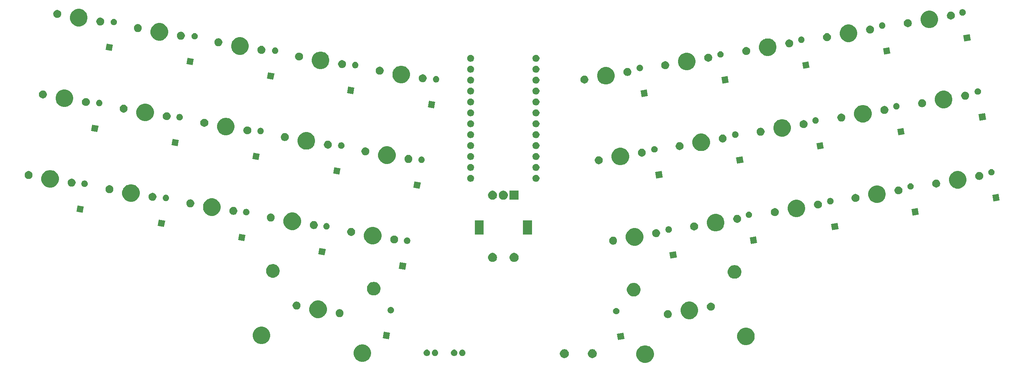
<source format=gts>
G04 #@! TF.GenerationSoftware,KiCad,Pcbnew,5.1.4*
G04 #@! TF.CreationDate,2020-08-18T03:01:05-04:00*
G04 #@! TF.ProjectId,pcb,7063622e-6b69-4636-9164-5f7063625858,rev?*
G04 #@! TF.SameCoordinates,Original*
G04 #@! TF.FileFunction,Soldermask,Top*
G04 #@! TF.FilePolarity,Negative*
%FSLAX46Y46*%
G04 Gerber Fmt 4.6, Leading zero omitted, Abs format (unit mm)*
G04 Created by KiCad (PCBNEW 5.1.4) date 2020-08-18 03:01:05*
%MOMM*%
%LPD*%
G04 APERTURE LIST*
%ADD10C,0.100000*%
G04 APERTURE END LIST*
D10*
G36*
X178334572Y-123438771D02*
G01*
X178552572Y-123529070D01*
X178706721Y-123592920D01*
X179041646Y-123816710D01*
X179326475Y-124101539D01*
X179550265Y-124436464D01*
X179614115Y-124590613D01*
X179704414Y-124808613D01*
X179782998Y-125203681D01*
X179782998Y-125606493D01*
X179704414Y-126001561D01*
X179649883Y-126133210D01*
X179550265Y-126373710D01*
X179326475Y-126708635D01*
X179041646Y-126993464D01*
X178706721Y-127217254D01*
X178552572Y-127281104D01*
X178334572Y-127371403D01*
X177939504Y-127449987D01*
X177536692Y-127449987D01*
X177141624Y-127371403D01*
X176923624Y-127281104D01*
X176769475Y-127217254D01*
X176434550Y-126993464D01*
X176149721Y-126708635D01*
X175925931Y-126373710D01*
X175826313Y-126133210D01*
X175771782Y-126001561D01*
X175693198Y-125606493D01*
X175693198Y-125203681D01*
X175771782Y-124808613D01*
X175862081Y-124590613D01*
X175925931Y-124436464D01*
X176149721Y-124101539D01*
X176434550Y-123816710D01*
X176769475Y-123592920D01*
X176923624Y-123529070D01*
X177141624Y-123438771D01*
X177536692Y-123360187D01*
X177939504Y-123360187D01*
X178334572Y-123438771D01*
X178334572Y-123438771D01*
G37*
G36*
X112600876Y-123198271D02*
G01*
X112692939Y-123236405D01*
X112973025Y-123352420D01*
X113307950Y-123576210D01*
X113592779Y-123861039D01*
X113816569Y-124195964D01*
X113849261Y-124274890D01*
X113970718Y-124568113D01*
X114049302Y-124963181D01*
X114049302Y-125365993D01*
X113970718Y-125761061D01*
X113947489Y-125817140D01*
X113816569Y-126133210D01*
X113592779Y-126468135D01*
X113307950Y-126752964D01*
X112973025Y-126976754D01*
X112932683Y-126993464D01*
X112600876Y-127130903D01*
X112205808Y-127209487D01*
X111802996Y-127209487D01*
X111407928Y-127130903D01*
X111076121Y-126993464D01*
X111035779Y-126976754D01*
X110700854Y-126752964D01*
X110416025Y-126468135D01*
X110192235Y-126133210D01*
X110061315Y-125817140D01*
X110038086Y-125761061D01*
X109959502Y-125365993D01*
X109959502Y-124963181D01*
X110038086Y-124568113D01*
X110159543Y-124274890D01*
X110192235Y-124195964D01*
X110416025Y-123861039D01*
X110700854Y-123576210D01*
X111035779Y-123352420D01*
X111315865Y-123236405D01*
X111407928Y-123198271D01*
X111802996Y-123119687D01*
X112205808Y-123119687D01*
X112600876Y-123198271D01*
X112600876Y-123198271D01*
G37*
G36*
X165785164Y-124274889D02*
G01*
X165952013Y-124344000D01*
X165976435Y-124354116D01*
X166089213Y-124429472D01*
X166148573Y-124469135D01*
X166294965Y-124615527D01*
X166409985Y-124787667D01*
X166489211Y-124978936D01*
X166529600Y-125181984D01*
X166529600Y-125389016D01*
X166489211Y-125592064D01*
X166419210Y-125761061D01*
X166409984Y-125783335D01*
X166294965Y-125955473D01*
X166148573Y-126101865D01*
X165976435Y-126216884D01*
X165976434Y-126216885D01*
X165976433Y-126216885D01*
X165785164Y-126296111D01*
X165582116Y-126336500D01*
X165375084Y-126336500D01*
X165172036Y-126296111D01*
X164980767Y-126216885D01*
X164980766Y-126216885D01*
X164980765Y-126216884D01*
X164808627Y-126101865D01*
X164662235Y-125955473D01*
X164547216Y-125783335D01*
X164537990Y-125761061D01*
X164467989Y-125592064D01*
X164427600Y-125389016D01*
X164427600Y-125181984D01*
X164467989Y-124978936D01*
X164547215Y-124787667D01*
X164662235Y-124615527D01*
X164808627Y-124469135D01*
X164867987Y-124429472D01*
X164980765Y-124354116D01*
X165005187Y-124344000D01*
X165172036Y-124274889D01*
X165375084Y-124234500D01*
X165582116Y-124234500D01*
X165785164Y-124274889D01*
X165785164Y-124274889D01*
G37*
G36*
X159285164Y-124274889D02*
G01*
X159452013Y-124344000D01*
X159476435Y-124354116D01*
X159589213Y-124429472D01*
X159648573Y-124469135D01*
X159794965Y-124615527D01*
X159909985Y-124787667D01*
X159989211Y-124978936D01*
X160029600Y-125181984D01*
X160029600Y-125389016D01*
X159989211Y-125592064D01*
X159919210Y-125761061D01*
X159909984Y-125783335D01*
X159794965Y-125955473D01*
X159648573Y-126101865D01*
X159476435Y-126216884D01*
X159476434Y-126216885D01*
X159476433Y-126216885D01*
X159285164Y-126296111D01*
X159082116Y-126336500D01*
X158875084Y-126336500D01*
X158672036Y-126296111D01*
X158480767Y-126216885D01*
X158480766Y-126216885D01*
X158480765Y-126216884D01*
X158308627Y-126101865D01*
X158162235Y-125955473D01*
X158047216Y-125783335D01*
X158037990Y-125761061D01*
X157967989Y-125592064D01*
X157927600Y-125389016D01*
X157927600Y-125181984D01*
X157967989Y-124978936D01*
X158047215Y-124787667D01*
X158162235Y-124615527D01*
X158308627Y-124469135D01*
X158367987Y-124429472D01*
X158480765Y-124354116D01*
X158505187Y-124344000D01*
X158672036Y-124274889D01*
X158875084Y-124234500D01*
X159082116Y-124234500D01*
X159285164Y-124274889D01*
X159285164Y-124274889D01*
G37*
G36*
X129124059Y-124372860D02*
G01*
X129184294Y-124397810D01*
X129260732Y-124429472D01*
X129383735Y-124511660D01*
X129488340Y-124616265D01*
X129570528Y-124739268D01*
X129570529Y-124739270D01*
X129627140Y-124875941D01*
X129656000Y-125021032D01*
X129656000Y-125168968D01*
X129649095Y-125203681D01*
X129627140Y-125314059D01*
X129570528Y-125450732D01*
X129488340Y-125573735D01*
X129383735Y-125678340D01*
X129260732Y-125760528D01*
X129260731Y-125760529D01*
X129260730Y-125760529D01*
X129124059Y-125817140D01*
X128978968Y-125846000D01*
X128831032Y-125846000D01*
X128685941Y-125817140D01*
X128549270Y-125760529D01*
X128549269Y-125760529D01*
X128549268Y-125760528D01*
X128426265Y-125678340D01*
X128321660Y-125573735D01*
X128239472Y-125450732D01*
X128182860Y-125314059D01*
X128160905Y-125203681D01*
X128154000Y-125168968D01*
X128154000Y-125021032D01*
X128182860Y-124875941D01*
X128239471Y-124739270D01*
X128239472Y-124739268D01*
X128321660Y-124616265D01*
X128426265Y-124511660D01*
X128549268Y-124429472D01*
X128625707Y-124397810D01*
X128685941Y-124372860D01*
X128831032Y-124344000D01*
X128978968Y-124344000D01*
X129124059Y-124372860D01*
X129124059Y-124372860D01*
G37*
G36*
X133428665Y-124347622D02*
G01*
X133502222Y-124354867D01*
X133643786Y-124397810D01*
X133774252Y-124467546D01*
X133804040Y-124491992D01*
X133888607Y-124561393D01*
X133958008Y-124645960D01*
X133982454Y-124675748D01*
X134052190Y-124806214D01*
X134095133Y-124947778D01*
X134109633Y-125095000D01*
X134095133Y-125242222D01*
X134057587Y-125365993D01*
X134052189Y-125383788D01*
X134017322Y-125449019D01*
X133982454Y-125514252D01*
X133958008Y-125544040D01*
X133888607Y-125628607D01*
X133828004Y-125678341D01*
X133774252Y-125722454D01*
X133774250Y-125722455D01*
X133660353Y-125783335D01*
X133643786Y-125792190D01*
X133502222Y-125835133D01*
X133428665Y-125842378D01*
X133391888Y-125846000D01*
X133318112Y-125846000D01*
X133281335Y-125842378D01*
X133207778Y-125835133D01*
X133066214Y-125792190D01*
X133049648Y-125783335D01*
X132935750Y-125722455D01*
X132935748Y-125722454D01*
X132881996Y-125678341D01*
X132821393Y-125628607D01*
X132751992Y-125544040D01*
X132727546Y-125514252D01*
X132692678Y-125449019D01*
X132657811Y-125383788D01*
X132652413Y-125365993D01*
X132614867Y-125242222D01*
X132600367Y-125095000D01*
X132614867Y-124947778D01*
X132657810Y-124806214D01*
X132727546Y-124675748D01*
X132751992Y-124645960D01*
X132821393Y-124561393D01*
X132905960Y-124491992D01*
X132935748Y-124467546D01*
X133066214Y-124397810D01*
X133207778Y-124354867D01*
X133281335Y-124347622D01*
X133318112Y-124344000D01*
X133391888Y-124344000D01*
X133428665Y-124347622D01*
X133428665Y-124347622D01*
G37*
G36*
X135474059Y-124372860D02*
G01*
X135534294Y-124397810D01*
X135610732Y-124429472D01*
X135733735Y-124511660D01*
X135838340Y-124616265D01*
X135920528Y-124739268D01*
X135920529Y-124739270D01*
X135977140Y-124875941D01*
X136006000Y-125021032D01*
X136006000Y-125168968D01*
X135999095Y-125203681D01*
X135977140Y-125314059D01*
X135920528Y-125450732D01*
X135838340Y-125573735D01*
X135733735Y-125678340D01*
X135610732Y-125760528D01*
X135610731Y-125760529D01*
X135610730Y-125760529D01*
X135474059Y-125817140D01*
X135328968Y-125846000D01*
X135181032Y-125846000D01*
X135035941Y-125817140D01*
X134899270Y-125760529D01*
X134899269Y-125760529D01*
X134899268Y-125760528D01*
X134776265Y-125678340D01*
X134671660Y-125573735D01*
X134589472Y-125450732D01*
X134532860Y-125314059D01*
X134510905Y-125203681D01*
X134504000Y-125168968D01*
X134504000Y-125021032D01*
X134532860Y-124875941D01*
X134589471Y-124739270D01*
X134589472Y-124739268D01*
X134671660Y-124616265D01*
X134776265Y-124511660D01*
X134899268Y-124429472D01*
X134975707Y-124397810D01*
X135035941Y-124372860D01*
X135181032Y-124344000D01*
X135328968Y-124344000D01*
X135474059Y-124372860D01*
X135474059Y-124372860D01*
G37*
G36*
X127078665Y-124347622D02*
G01*
X127152222Y-124354867D01*
X127293786Y-124397810D01*
X127424252Y-124467546D01*
X127454040Y-124491992D01*
X127538607Y-124561393D01*
X127608008Y-124645960D01*
X127632454Y-124675748D01*
X127702190Y-124806214D01*
X127745133Y-124947778D01*
X127759633Y-125095000D01*
X127745133Y-125242222D01*
X127707587Y-125365993D01*
X127702189Y-125383788D01*
X127667322Y-125449019D01*
X127632454Y-125514252D01*
X127608008Y-125544040D01*
X127538607Y-125628607D01*
X127478004Y-125678341D01*
X127424252Y-125722454D01*
X127424250Y-125722455D01*
X127310353Y-125783335D01*
X127293786Y-125792190D01*
X127152222Y-125835133D01*
X127078665Y-125842378D01*
X127041888Y-125846000D01*
X126968112Y-125846000D01*
X126931335Y-125842378D01*
X126857778Y-125835133D01*
X126716214Y-125792190D01*
X126699648Y-125783335D01*
X126585750Y-125722455D01*
X126585748Y-125722454D01*
X126531996Y-125678341D01*
X126471393Y-125628607D01*
X126401992Y-125544040D01*
X126377546Y-125514252D01*
X126342678Y-125449019D01*
X126307811Y-125383788D01*
X126302413Y-125365993D01*
X126264867Y-125242222D01*
X126250367Y-125095000D01*
X126264867Y-124947778D01*
X126307810Y-124806214D01*
X126377546Y-124675748D01*
X126401992Y-124645960D01*
X126471393Y-124561393D01*
X126555960Y-124491992D01*
X126585748Y-124467546D01*
X126716214Y-124397810D01*
X126857778Y-124354867D01*
X126931335Y-124347622D01*
X126968112Y-124344000D01*
X127041888Y-124344000D01*
X127078665Y-124347622D01*
X127078665Y-124347622D01*
G37*
G36*
X201785307Y-119303773D02*
G01*
X202003307Y-119394072D01*
X202157456Y-119457922D01*
X202492381Y-119681712D01*
X202777210Y-119966541D01*
X203001000Y-120301466D01*
X203064850Y-120455615D01*
X203155149Y-120673615D01*
X203233733Y-121068683D01*
X203233733Y-121471495D01*
X203155149Y-121866563D01*
X203100618Y-121998212D01*
X203001000Y-122238712D01*
X202777210Y-122573637D01*
X202492381Y-122858466D01*
X202157456Y-123082256D01*
X202067089Y-123119687D01*
X201785307Y-123236405D01*
X201390239Y-123314989D01*
X200987427Y-123314989D01*
X200592359Y-123236405D01*
X200310577Y-123119687D01*
X200220210Y-123082256D01*
X199885285Y-122858466D01*
X199600456Y-122573637D01*
X199376666Y-122238712D01*
X199277048Y-121998212D01*
X199222517Y-121866563D01*
X199143933Y-121471495D01*
X199143933Y-121068683D01*
X199222517Y-120673615D01*
X199312816Y-120455615D01*
X199376666Y-120301466D01*
X199600456Y-119966541D01*
X199885285Y-119681712D01*
X200220210Y-119457922D01*
X200374359Y-119394072D01*
X200592359Y-119303773D01*
X200987427Y-119225189D01*
X201390239Y-119225189D01*
X201785307Y-119303773D01*
X201785307Y-119303773D01*
G37*
G36*
X89150141Y-119063273D02*
G01*
X89368141Y-119153572D01*
X89522290Y-119217422D01*
X89857215Y-119441212D01*
X90142044Y-119726041D01*
X90365834Y-120060966D01*
X90365834Y-120060967D01*
X90519983Y-120433115D01*
X90598567Y-120828183D01*
X90598567Y-121230995D01*
X90519983Y-121626063D01*
X90429684Y-121844063D01*
X90365834Y-121998212D01*
X90142044Y-122333137D01*
X89857215Y-122617966D01*
X89522290Y-122841756D01*
X89481948Y-122858466D01*
X89150141Y-122995905D01*
X88755073Y-123074489D01*
X88352261Y-123074489D01*
X87957193Y-122995905D01*
X87625386Y-122858466D01*
X87585044Y-122841756D01*
X87250119Y-122617966D01*
X86965290Y-122333137D01*
X86741500Y-121998212D01*
X86677650Y-121844063D01*
X86587351Y-121626063D01*
X86508767Y-121230995D01*
X86508767Y-120828183D01*
X86587351Y-120433115D01*
X86741500Y-120060967D01*
X86741500Y-120060966D01*
X86965290Y-119726041D01*
X87250119Y-119441212D01*
X87585044Y-119217422D01*
X87739193Y-119153572D01*
X87957193Y-119063273D01*
X88352261Y-118984689D01*
X88755073Y-118984689D01*
X89150141Y-119063273D01*
X89150141Y-119063273D01*
G37*
G36*
X172953263Y-121892964D02*
G01*
X171477036Y-122153263D01*
X171216737Y-120677036D01*
X172692964Y-120416737D01*
X172953263Y-121892964D01*
X172953263Y-121892964D01*
G37*
G36*
X118457318Y-120456459D02*
G01*
X118197019Y-121932686D01*
X116720792Y-121672387D01*
X116981091Y-120196160D01*
X118457318Y-120456459D01*
X118457318Y-120456459D01*
G37*
G36*
X188626474Y-113241684D02*
G01*
X188844474Y-113331983D01*
X188998623Y-113395833D01*
X189333548Y-113619623D01*
X189618377Y-113904452D01*
X189842167Y-114239377D01*
X189906017Y-114393526D01*
X189996316Y-114611526D01*
X190074900Y-115006594D01*
X190074900Y-115409406D01*
X189996316Y-115804474D01*
X189906017Y-116022474D01*
X189842167Y-116176623D01*
X189618377Y-116511548D01*
X189333548Y-116796377D01*
X188998623Y-117020167D01*
X188844474Y-117084017D01*
X188626474Y-117174316D01*
X188231406Y-117252900D01*
X187828594Y-117252900D01*
X187433526Y-117174316D01*
X187215526Y-117084017D01*
X187061377Y-117020167D01*
X186726452Y-116796377D01*
X186441623Y-116511548D01*
X186217833Y-116176623D01*
X186153983Y-116022474D01*
X186063684Y-115804474D01*
X185985100Y-115409406D01*
X185985100Y-115006594D01*
X186063684Y-114611526D01*
X186153983Y-114393526D01*
X186217833Y-114239377D01*
X186441623Y-113904452D01*
X186726452Y-113619623D01*
X187061377Y-113395833D01*
X187215526Y-113331983D01*
X187433526Y-113241684D01*
X187828594Y-113163100D01*
X188231406Y-113163100D01*
X188626474Y-113241684D01*
X188626474Y-113241684D01*
G37*
G36*
X183297281Y-115199718D02*
G01*
X183465803Y-115269522D01*
X183617468Y-115370861D01*
X183746449Y-115499842D01*
X183847788Y-115651507D01*
X183917592Y-115820029D01*
X183953177Y-115998930D01*
X183953177Y-116181336D01*
X183917592Y-116360237D01*
X183847788Y-116528759D01*
X183746449Y-116680424D01*
X183617468Y-116809405D01*
X183465803Y-116910744D01*
X183297281Y-116980548D01*
X183118380Y-117016133D01*
X182935974Y-117016133D01*
X182757073Y-116980548D01*
X182588551Y-116910744D01*
X182436886Y-116809405D01*
X182307905Y-116680424D01*
X182206566Y-116528759D01*
X182136762Y-116360237D01*
X182101177Y-116181336D01*
X182101177Y-115998930D01*
X182136762Y-115820029D01*
X182206566Y-115651507D01*
X182307905Y-115499842D01*
X182436886Y-115370861D01*
X182588551Y-115269522D01*
X182757073Y-115199718D01*
X182935974Y-115164133D01*
X183118380Y-115164133D01*
X183297281Y-115199718D01*
X183297281Y-115199718D01*
G37*
G36*
X102308974Y-113001184D02*
G01*
X102526974Y-113091483D01*
X102681123Y-113155333D01*
X103016048Y-113379123D01*
X103300877Y-113663952D01*
X103524667Y-113998877D01*
X103524667Y-113998878D01*
X103678816Y-114371026D01*
X103757400Y-114766094D01*
X103757400Y-115168906D01*
X103678816Y-115563974D01*
X103588517Y-115781974D01*
X103524667Y-115936123D01*
X103300877Y-116271048D01*
X103016048Y-116555877D01*
X102681123Y-116779667D01*
X102526974Y-116843517D01*
X102308974Y-116933816D01*
X101913906Y-117012400D01*
X101511094Y-117012400D01*
X101116026Y-116933816D01*
X100898026Y-116843517D01*
X100743877Y-116779667D01*
X100408952Y-116555877D01*
X100124123Y-116271048D01*
X99900333Y-115936123D01*
X99836483Y-115781974D01*
X99746184Y-115563974D01*
X99667600Y-115168906D01*
X99667600Y-114766094D01*
X99746184Y-114371026D01*
X99900333Y-113998878D01*
X99900333Y-113998877D01*
X100124123Y-113663952D01*
X100408952Y-113379123D01*
X100743877Y-113155333D01*
X100898026Y-113091483D01*
X101116026Y-113001184D01*
X101511094Y-112922600D01*
X101913906Y-112922600D01*
X102308974Y-113001184D01*
X102308974Y-113001184D01*
G37*
G36*
X106985427Y-114959218D02*
G01*
X107153949Y-115029022D01*
X107305614Y-115130361D01*
X107434595Y-115259342D01*
X107535934Y-115411007D01*
X107605738Y-115579529D01*
X107641323Y-115758430D01*
X107641323Y-115940836D01*
X107605738Y-116119737D01*
X107535934Y-116288259D01*
X107434595Y-116439924D01*
X107305614Y-116568905D01*
X107153949Y-116670244D01*
X106985427Y-116740048D01*
X106806526Y-116775633D01*
X106624120Y-116775633D01*
X106445219Y-116740048D01*
X106276697Y-116670244D01*
X106125032Y-116568905D01*
X105996051Y-116439924D01*
X105894712Y-116288259D01*
X105824908Y-116119737D01*
X105789323Y-115940836D01*
X105789323Y-115758430D01*
X105824908Y-115579529D01*
X105894712Y-115411007D01*
X105996051Y-115259342D01*
X106125032Y-115130361D01*
X106276697Y-115029022D01*
X106445219Y-114959218D01*
X106624120Y-114923633D01*
X106806526Y-114923633D01*
X106985427Y-114959218D01*
X106985427Y-114959218D01*
G37*
G36*
X171137535Y-114630753D02*
G01*
X171261731Y-114655456D01*
X171398132Y-114711955D01*
X171520889Y-114793979D01*
X171625285Y-114898375D01*
X171707309Y-115021132D01*
X171763808Y-115157533D01*
X171792610Y-115302335D01*
X171792610Y-115449973D01*
X171763808Y-115594775D01*
X171707309Y-115731176D01*
X171625285Y-115853933D01*
X171520889Y-115958329D01*
X171398132Y-116040353D01*
X171261731Y-116096852D01*
X171137535Y-116121555D01*
X171116930Y-116125654D01*
X170969290Y-116125654D01*
X170948685Y-116121555D01*
X170824489Y-116096852D01*
X170688088Y-116040353D01*
X170565331Y-115958329D01*
X170460935Y-115853933D01*
X170378911Y-115731176D01*
X170322412Y-115594775D01*
X170293610Y-115449973D01*
X170293610Y-115302335D01*
X170322412Y-115157533D01*
X170378911Y-115021132D01*
X170460935Y-114898375D01*
X170565331Y-114793979D01*
X170688088Y-114711955D01*
X170824489Y-114655456D01*
X170948685Y-114630753D01*
X170969290Y-114626654D01*
X171116930Y-114626654D01*
X171137535Y-114630753D01*
X171137535Y-114630753D01*
G37*
G36*
X118725370Y-114410176D02*
G01*
X118849566Y-114434879D01*
X118985967Y-114491378D01*
X119108724Y-114573402D01*
X119213120Y-114677798D01*
X119295144Y-114800555D01*
X119351643Y-114936956D01*
X119380445Y-115081758D01*
X119380445Y-115229396D01*
X119351643Y-115374198D01*
X119295144Y-115510599D01*
X119213120Y-115633356D01*
X119108724Y-115737752D01*
X118985967Y-115819776D01*
X118849566Y-115876275D01*
X118725370Y-115900978D01*
X118704765Y-115905077D01*
X118557125Y-115905077D01*
X118536520Y-115900978D01*
X118412324Y-115876275D01*
X118275923Y-115819776D01*
X118153166Y-115737752D01*
X118048770Y-115633356D01*
X117966746Y-115510599D01*
X117910247Y-115374198D01*
X117881445Y-115229396D01*
X117881445Y-115081758D01*
X117910247Y-114936956D01*
X117966746Y-114800555D01*
X118048770Y-114677798D01*
X118153166Y-114573402D01*
X118275923Y-114491378D01*
X118412324Y-114434879D01*
X118536520Y-114410176D01*
X118557125Y-114406077D01*
X118704765Y-114406077D01*
X118725370Y-114410176D01*
X118725370Y-114410176D01*
G37*
G36*
X193302927Y-113435452D02*
G01*
X193471449Y-113505256D01*
X193623114Y-113606595D01*
X193752095Y-113735576D01*
X193853434Y-113887241D01*
X193923238Y-114055763D01*
X193958823Y-114234664D01*
X193958823Y-114417070D01*
X193923238Y-114595971D01*
X193853434Y-114764493D01*
X193752095Y-114916158D01*
X193623114Y-115045139D01*
X193471449Y-115146478D01*
X193302927Y-115216282D01*
X193124026Y-115251867D01*
X192941620Y-115251867D01*
X192762719Y-115216282D01*
X192594197Y-115146478D01*
X192442532Y-115045139D01*
X192313551Y-114916158D01*
X192212212Y-114764493D01*
X192142408Y-114595971D01*
X192106823Y-114417070D01*
X192106823Y-114234664D01*
X192142408Y-114055763D01*
X192212212Y-113887241D01*
X192313551Y-113735576D01*
X192442532Y-113606595D01*
X192594197Y-113505256D01*
X192762719Y-113435452D01*
X192941620Y-113399867D01*
X193124026Y-113399867D01*
X193302927Y-113435452D01*
X193302927Y-113435452D01*
G37*
G36*
X96979781Y-113194952D02*
G01*
X97148303Y-113264756D01*
X97299968Y-113366095D01*
X97428949Y-113495076D01*
X97530288Y-113646741D01*
X97600092Y-113815263D01*
X97635677Y-113994164D01*
X97635677Y-114176570D01*
X97600092Y-114355471D01*
X97530288Y-114523993D01*
X97428949Y-114675658D01*
X97299968Y-114804639D01*
X97148303Y-114905978D01*
X96979781Y-114975782D01*
X96800880Y-115011367D01*
X96618474Y-115011367D01*
X96439573Y-114975782D01*
X96271051Y-114905978D01*
X96119386Y-114804639D01*
X95990405Y-114675658D01*
X95889066Y-114523993D01*
X95819262Y-114355471D01*
X95783677Y-114176570D01*
X95783677Y-113994164D01*
X95819262Y-113815263D01*
X95889066Y-113646741D01*
X95990405Y-113495076D01*
X96119386Y-113366095D01*
X96271051Y-113264756D01*
X96439573Y-113194952D01*
X96618474Y-113159367D01*
X96800880Y-113159367D01*
X96979781Y-113194952D01*
X96979781Y-113194952D01*
G37*
G36*
X175398967Y-108851879D02*
G01*
X175551111Y-108882142D01*
X175669837Y-108931320D01*
X175837741Y-109000868D01*
X175837742Y-109000869D01*
X176095704Y-109173233D01*
X176315083Y-109392612D01*
X176326751Y-109410075D01*
X176487448Y-109650575D01*
X176606174Y-109937206D01*
X176666700Y-110241491D01*
X176666700Y-110551741D01*
X176606174Y-110856026D01*
X176487448Y-111142657D01*
X176430253Y-111228255D01*
X176315083Y-111400620D01*
X176095704Y-111619999D01*
X175929405Y-111731116D01*
X175837741Y-111792364D01*
X175669837Y-111861912D01*
X175551111Y-111911090D01*
X175398967Y-111941353D01*
X175246825Y-111971616D01*
X174936575Y-111971616D01*
X174784433Y-111941353D01*
X174632289Y-111911090D01*
X174513563Y-111861912D01*
X174345659Y-111792364D01*
X174253995Y-111731116D01*
X174087696Y-111619999D01*
X173868317Y-111400620D01*
X173753147Y-111228255D01*
X173695952Y-111142657D01*
X173577226Y-110856026D01*
X173516700Y-110551741D01*
X173516700Y-110241491D01*
X173577226Y-109937206D01*
X173695952Y-109650575D01*
X173856649Y-109410075D01*
X173868317Y-109392612D01*
X174087696Y-109173233D01*
X174345658Y-109000869D01*
X174345659Y-109000868D01*
X174513563Y-108931320D01*
X174632289Y-108882142D01*
X174784433Y-108851879D01*
X174936575Y-108821616D01*
X175246825Y-108821616D01*
X175398967Y-108851879D01*
X175398967Y-108851879D01*
G37*
G36*
X114958067Y-108611379D02*
G01*
X115110211Y-108641642D01*
X115228937Y-108690820D01*
X115396841Y-108760368D01*
X115396842Y-108760369D01*
X115654804Y-108932733D01*
X115874183Y-109152112D01*
X115989353Y-109324477D01*
X116046548Y-109410075D01*
X116165274Y-109696706D01*
X116225800Y-110000991D01*
X116225800Y-110311241D01*
X116165274Y-110615526D01*
X116046548Y-110902157D01*
X116046547Y-110902158D01*
X115874183Y-111160120D01*
X115654804Y-111379499D01*
X115482439Y-111494669D01*
X115396841Y-111551864D01*
X115232348Y-111619999D01*
X115110211Y-111670590D01*
X114805925Y-111731116D01*
X114495675Y-111731116D01*
X114191389Y-111670590D01*
X114069252Y-111619999D01*
X113904759Y-111551864D01*
X113819161Y-111494669D01*
X113646796Y-111379499D01*
X113427417Y-111160120D01*
X113255053Y-110902158D01*
X113255052Y-110902157D01*
X113136326Y-110615526D01*
X113075800Y-110311241D01*
X113075800Y-110000991D01*
X113136326Y-109696706D01*
X113255052Y-109410075D01*
X113312247Y-109324477D01*
X113427417Y-109152112D01*
X113646796Y-108932733D01*
X113904758Y-108760369D01*
X113904759Y-108760368D01*
X114072663Y-108690820D01*
X114191389Y-108641642D01*
X114343533Y-108611379D01*
X114495675Y-108581116D01*
X114805925Y-108581116D01*
X114958067Y-108611379D01*
X114958067Y-108611379D01*
G37*
G36*
X198849702Y-104716882D02*
G01*
X199001846Y-104747145D01*
X199120572Y-104796323D01*
X199288476Y-104865871D01*
X199288477Y-104865872D01*
X199546439Y-105038236D01*
X199765818Y-105257615D01*
X199777486Y-105275078D01*
X199938183Y-105515578D01*
X200056909Y-105802209D01*
X200117435Y-106106494D01*
X200117435Y-106416744D01*
X200056909Y-106721029D01*
X199938183Y-107007660D01*
X199880988Y-107093258D01*
X199765818Y-107265623D01*
X199546439Y-107485002D01*
X199380140Y-107596119D01*
X199288476Y-107657367D01*
X199120572Y-107726915D01*
X199001846Y-107776093D01*
X198849702Y-107806356D01*
X198697560Y-107836619D01*
X198387310Y-107836619D01*
X198235168Y-107806356D01*
X198083024Y-107776093D01*
X197964298Y-107726915D01*
X197796394Y-107657367D01*
X197704730Y-107596119D01*
X197538431Y-107485002D01*
X197319052Y-107265623D01*
X197203882Y-107093258D01*
X197146687Y-107007660D01*
X197027961Y-106721029D01*
X196967435Y-106416744D01*
X196967435Y-106106494D01*
X197027961Y-105802209D01*
X197146687Y-105515578D01*
X197307384Y-105275078D01*
X197319052Y-105257615D01*
X197538431Y-105038236D01*
X197796393Y-104865872D01*
X197796394Y-104865871D01*
X197964298Y-104796323D01*
X198083024Y-104747145D01*
X198387310Y-104686619D01*
X198697560Y-104686619D01*
X198849702Y-104716882D01*
X198849702Y-104716882D01*
G37*
G36*
X91659476Y-104506645D02*
G01*
X91778202Y-104555823D01*
X91946106Y-104625371D01*
X91946107Y-104625372D01*
X92204069Y-104797736D01*
X92423448Y-105017115D01*
X92538618Y-105189480D01*
X92595813Y-105275078D01*
X92714539Y-105561709D01*
X92775065Y-105865994D01*
X92775065Y-106176244D01*
X92714539Y-106480529D01*
X92595813Y-106767160D01*
X92595812Y-106767161D01*
X92423448Y-107025123D01*
X92204069Y-107244502D01*
X92031704Y-107359672D01*
X91946106Y-107416867D01*
X91781613Y-107485002D01*
X91659476Y-107535593D01*
X91355190Y-107596119D01*
X91044940Y-107596119D01*
X90740654Y-107535593D01*
X90618517Y-107485002D01*
X90454024Y-107416867D01*
X90368426Y-107359672D01*
X90196061Y-107244502D01*
X89976682Y-107025123D01*
X89804318Y-106767161D01*
X89804317Y-106767160D01*
X89685591Y-106480529D01*
X89625065Y-106176244D01*
X89625065Y-105865994D01*
X89685591Y-105561709D01*
X89804317Y-105275078D01*
X89861512Y-105189480D01*
X89976682Y-105017115D01*
X90196061Y-104797736D01*
X90454023Y-104625372D01*
X90454024Y-104625371D01*
X90621928Y-104555823D01*
X90740654Y-104506645D01*
X90892798Y-104476382D01*
X91044940Y-104446119D01*
X91355190Y-104446119D01*
X91659476Y-104506645D01*
X91659476Y-104506645D01*
G37*
G36*
X122236337Y-104290026D02*
G01*
X121976038Y-105766253D01*
X120499811Y-105505954D01*
X120760110Y-104029727D01*
X122236337Y-104290026D01*
X122236337Y-104290026D01*
G37*
G36*
X147586564Y-101874389D02*
G01*
X147777833Y-101953615D01*
X147777835Y-101953616D01*
X147949973Y-102068635D01*
X148096365Y-102215027D01*
X148211385Y-102387167D01*
X148290611Y-102578436D01*
X148331000Y-102781484D01*
X148331000Y-102988516D01*
X148290611Y-103191564D01*
X148211385Y-103382833D01*
X148211384Y-103382835D01*
X148096365Y-103554973D01*
X147949973Y-103701365D01*
X147777835Y-103816384D01*
X147777834Y-103816385D01*
X147777833Y-103816385D01*
X147586564Y-103895611D01*
X147383516Y-103936000D01*
X147176484Y-103936000D01*
X146973436Y-103895611D01*
X146782167Y-103816385D01*
X146782166Y-103816385D01*
X146782165Y-103816384D01*
X146610027Y-103701365D01*
X146463635Y-103554973D01*
X146348616Y-103382835D01*
X146348615Y-103382833D01*
X146269389Y-103191564D01*
X146229000Y-102988516D01*
X146229000Y-102781484D01*
X146269389Y-102578436D01*
X146348615Y-102387167D01*
X146463635Y-102215027D01*
X146610027Y-102068635D01*
X146782165Y-101953616D01*
X146782167Y-101953615D01*
X146973436Y-101874389D01*
X147176484Y-101834000D01*
X147383516Y-101834000D01*
X147586564Y-101874389D01*
X147586564Y-101874389D01*
G37*
G36*
X142586564Y-101874389D02*
G01*
X142777833Y-101953615D01*
X142777835Y-101953616D01*
X142949973Y-102068635D01*
X143096365Y-102215027D01*
X143211385Y-102387167D01*
X143290611Y-102578436D01*
X143331000Y-102781484D01*
X143331000Y-102988516D01*
X143290611Y-103191564D01*
X143211385Y-103382833D01*
X143211384Y-103382835D01*
X143096365Y-103554973D01*
X142949973Y-103701365D01*
X142777835Y-103816384D01*
X142777834Y-103816385D01*
X142777833Y-103816385D01*
X142586564Y-103895611D01*
X142383516Y-103936000D01*
X142176484Y-103936000D01*
X141973436Y-103895611D01*
X141782167Y-103816385D01*
X141782166Y-103816385D01*
X141782165Y-103816384D01*
X141610027Y-103701365D01*
X141463635Y-103554973D01*
X141348616Y-103382835D01*
X141348615Y-103382833D01*
X141269389Y-103191564D01*
X141229000Y-102988516D01*
X141229000Y-102781484D01*
X141269389Y-102578436D01*
X141348615Y-102387167D01*
X141463635Y-102215027D01*
X141610027Y-102068635D01*
X141782165Y-101953616D01*
X141782167Y-101953615D01*
X141973436Y-101874389D01*
X142176484Y-101834000D01*
X142383516Y-101834000D01*
X142586564Y-101874389D01*
X142586564Y-101874389D01*
G37*
G36*
X185125689Y-102902454D02*
G01*
X183649462Y-103162753D01*
X183389163Y-101686526D01*
X184865390Y-101426227D01*
X185125689Y-102902454D01*
X185125689Y-102902454D01*
G37*
G36*
X103502299Y-100935892D02*
G01*
X103242000Y-102412119D01*
X101765773Y-102151820D01*
X102026072Y-100675593D01*
X103502299Y-100935892D01*
X103502299Y-100935892D01*
G37*
G36*
X175901474Y-96141684D02*
G01*
X176081118Y-96216095D01*
X176273623Y-96295833D01*
X176608548Y-96519623D01*
X176893377Y-96804452D01*
X177117167Y-97139377D01*
X177150987Y-97221026D01*
X177271316Y-97511526D01*
X177349900Y-97906594D01*
X177349900Y-98309406D01*
X177271316Y-98704474D01*
X177181017Y-98922474D01*
X177117167Y-99076623D01*
X176893377Y-99411548D01*
X176608548Y-99696377D01*
X176273623Y-99920167D01*
X176119474Y-99984017D01*
X175901474Y-100074316D01*
X175506406Y-100152900D01*
X175103594Y-100152900D01*
X174708526Y-100074316D01*
X174490526Y-99984017D01*
X174336377Y-99920167D01*
X174001452Y-99696377D01*
X173716623Y-99411548D01*
X173492833Y-99076623D01*
X173428983Y-98922474D01*
X173338684Y-98704474D01*
X173260100Y-98309406D01*
X173260100Y-97906594D01*
X173338684Y-97511526D01*
X173459013Y-97221026D01*
X173492833Y-97139377D01*
X173716623Y-96804452D01*
X174001452Y-96519623D01*
X174336377Y-96295833D01*
X174528882Y-96216095D01*
X174708526Y-96141684D01*
X175103594Y-96063100D01*
X175506406Y-96063100D01*
X175901474Y-96141684D01*
X175901474Y-96141684D01*
G37*
G36*
X170572281Y-98099718D02*
G01*
X170740803Y-98169522D01*
X170892468Y-98270861D01*
X171021449Y-98399842D01*
X171122788Y-98551507D01*
X171192592Y-98720029D01*
X171228177Y-98898930D01*
X171228177Y-99081336D01*
X171192592Y-99260237D01*
X171122788Y-99428759D01*
X171021449Y-99580424D01*
X170892468Y-99709405D01*
X170740803Y-99810744D01*
X170572281Y-99880548D01*
X170393380Y-99916133D01*
X170210974Y-99916133D01*
X170032073Y-99880548D01*
X169863551Y-99810744D01*
X169711886Y-99709405D01*
X169582905Y-99580424D01*
X169481566Y-99428759D01*
X169411762Y-99260237D01*
X169376177Y-99081336D01*
X169376177Y-98898930D01*
X169411762Y-98720029D01*
X169481566Y-98551507D01*
X169582905Y-98399842D01*
X169711886Y-98270861D01*
X169863551Y-98169522D01*
X170032073Y-98099718D01*
X170210974Y-98064133D01*
X170393380Y-98064133D01*
X170572281Y-98099718D01*
X170572281Y-98099718D01*
G37*
G36*
X115008974Y-95851184D02*
G01*
X115223209Y-95939923D01*
X115381123Y-96005333D01*
X115716048Y-96229123D01*
X116000877Y-96513952D01*
X116224667Y-96848877D01*
X116224667Y-96848878D01*
X116378816Y-97221026D01*
X116457400Y-97616094D01*
X116457400Y-98018906D01*
X116378816Y-98413974D01*
X116288517Y-98631974D01*
X116224667Y-98786123D01*
X116000877Y-99121048D01*
X115716048Y-99405877D01*
X115381123Y-99629667D01*
X115226974Y-99693517D01*
X115008974Y-99783816D01*
X114613906Y-99862400D01*
X114211094Y-99862400D01*
X113816026Y-99783816D01*
X113598026Y-99693517D01*
X113443877Y-99629667D01*
X113108952Y-99405877D01*
X112824123Y-99121048D01*
X112600333Y-98786123D01*
X112536483Y-98631974D01*
X112446184Y-98413974D01*
X112367600Y-98018906D01*
X112367600Y-97616094D01*
X112446184Y-97221026D01*
X112600333Y-96848878D01*
X112600333Y-96848877D01*
X112824123Y-96513952D01*
X113108952Y-96229123D01*
X113443877Y-96005333D01*
X113601791Y-95939923D01*
X113816026Y-95851184D01*
X114211094Y-95772600D01*
X114613906Y-95772600D01*
X115008974Y-95851184D01*
X115008974Y-95851184D01*
G37*
G36*
X122504389Y-98243743D02*
G01*
X122628585Y-98268446D01*
X122764986Y-98324945D01*
X122887743Y-98406969D01*
X122992139Y-98511365D01*
X123074163Y-98634122D01*
X123130662Y-98770523D01*
X123155365Y-98894719D01*
X123159464Y-98915324D01*
X123159464Y-99062964D01*
X123155365Y-99083569D01*
X123130662Y-99207765D01*
X123074163Y-99344166D01*
X122992139Y-99466923D01*
X122887743Y-99571319D01*
X122764986Y-99653343D01*
X122628585Y-99709842D01*
X122508372Y-99733753D01*
X122483784Y-99738644D01*
X122336144Y-99738644D01*
X122311556Y-99733753D01*
X122191343Y-99709842D01*
X122054942Y-99653343D01*
X121932185Y-99571319D01*
X121827789Y-99466923D01*
X121745765Y-99344166D01*
X121689266Y-99207765D01*
X121664563Y-99083569D01*
X121660464Y-99062964D01*
X121660464Y-98915324D01*
X121664563Y-98894719D01*
X121689266Y-98770523D01*
X121745765Y-98634122D01*
X121827789Y-98511365D01*
X121932185Y-98406969D01*
X122054942Y-98324945D01*
X122191343Y-98268446D01*
X122315539Y-98243743D01*
X122336144Y-98239644D01*
X122483784Y-98239644D01*
X122504389Y-98243743D01*
X122504389Y-98243743D01*
G37*
G36*
X203794689Y-99473454D02*
G01*
X202318462Y-99733753D01*
X202058163Y-98257526D01*
X203534390Y-97997227D01*
X203794689Y-99473454D01*
X203794689Y-99473454D01*
G37*
G36*
X119685427Y-97809218D02*
G01*
X119853949Y-97879022D01*
X120005614Y-97980361D01*
X120134595Y-98109342D01*
X120235934Y-98261007D01*
X120305738Y-98429529D01*
X120341323Y-98608430D01*
X120341323Y-98790836D01*
X120305738Y-98969737D01*
X120235934Y-99138259D01*
X120134595Y-99289924D01*
X120005614Y-99418905D01*
X119853949Y-99520244D01*
X119685427Y-99590048D01*
X119506526Y-99625633D01*
X119324120Y-99625633D01*
X119145219Y-99590048D01*
X118976697Y-99520244D01*
X118825032Y-99418905D01*
X118696051Y-99289924D01*
X118594712Y-99138259D01*
X118524908Y-98969737D01*
X118489323Y-98790836D01*
X118489323Y-98608430D01*
X118524908Y-98429529D01*
X118594712Y-98261007D01*
X118696051Y-98109342D01*
X118825032Y-97980361D01*
X118976697Y-97879022D01*
X119145219Y-97809218D01*
X119324120Y-97773633D01*
X119506526Y-97773633D01*
X119685427Y-97809218D01*
X119685427Y-97809218D01*
G37*
G36*
X84833299Y-97633892D02*
G01*
X84573000Y-99110119D01*
X83096773Y-98849820D01*
X83357072Y-97373593D01*
X84833299Y-97633892D01*
X84833299Y-97633892D01*
G37*
G36*
X180577927Y-96335452D02*
G01*
X180746449Y-96405256D01*
X180898114Y-96506595D01*
X181027095Y-96635576D01*
X181128434Y-96787241D01*
X181198238Y-96955763D01*
X181233823Y-97134664D01*
X181233823Y-97317070D01*
X181198238Y-97495971D01*
X181128434Y-97664493D01*
X181027095Y-97816158D01*
X180898114Y-97945139D01*
X180746449Y-98046478D01*
X180577927Y-98116282D01*
X180399026Y-98151867D01*
X180216620Y-98151867D01*
X180037719Y-98116282D01*
X179869197Y-98046478D01*
X179717532Y-97945139D01*
X179588551Y-97816158D01*
X179487212Y-97664493D01*
X179417408Y-97495971D01*
X179381823Y-97317070D01*
X179381823Y-97134664D01*
X179417408Y-96955763D01*
X179487212Y-96787241D01*
X179588551Y-96635576D01*
X179717532Y-96506595D01*
X179869197Y-96405256D01*
X180037719Y-96335452D01*
X180216620Y-96299867D01*
X180399026Y-96299867D01*
X180577927Y-96335452D01*
X180577927Y-96335452D01*
G37*
G36*
X109679781Y-96044952D02*
G01*
X109848303Y-96114756D01*
X109999968Y-96216095D01*
X110128949Y-96345076D01*
X110230288Y-96496741D01*
X110300092Y-96665263D01*
X110335677Y-96844164D01*
X110335677Y-97026570D01*
X110300092Y-97205471D01*
X110230288Y-97373993D01*
X110128949Y-97525658D01*
X109999968Y-97654639D01*
X109848303Y-97755978D01*
X109679781Y-97825782D01*
X109500880Y-97861367D01*
X109318474Y-97861367D01*
X109139573Y-97825782D01*
X108971051Y-97755978D01*
X108819386Y-97654639D01*
X108690405Y-97525658D01*
X108589066Y-97373993D01*
X108519262Y-97205471D01*
X108483677Y-97026570D01*
X108483677Y-96844164D01*
X108519262Y-96665263D01*
X108589066Y-96496741D01*
X108690405Y-96345076D01*
X108819386Y-96216095D01*
X108971051Y-96114756D01*
X109139573Y-96044952D01*
X109318474Y-96009367D01*
X109500880Y-96009367D01*
X109679781Y-96044952D01*
X109679781Y-96044952D01*
G37*
G36*
X151431000Y-97536000D02*
G01*
X149329000Y-97536000D01*
X149329000Y-94234000D01*
X151431000Y-94234000D01*
X151431000Y-97536000D01*
X151431000Y-97536000D01*
G37*
G36*
X140231000Y-97536000D02*
G01*
X138129000Y-97536000D01*
X138129000Y-94234000D01*
X140231000Y-94234000D01*
X140231000Y-97536000D01*
X140231000Y-97536000D01*
G37*
G36*
X183309961Y-95640243D02*
G01*
X183434157Y-95664946D01*
X183570558Y-95721445D01*
X183693315Y-95803469D01*
X183797711Y-95907865D01*
X183879735Y-96030622D01*
X183936234Y-96167023D01*
X183960937Y-96291219D01*
X183962658Y-96299867D01*
X183965036Y-96311825D01*
X183965036Y-96459463D01*
X183936234Y-96604265D01*
X183879735Y-96740666D01*
X183797711Y-96863423D01*
X183693315Y-96967819D01*
X183570558Y-97049843D01*
X183434157Y-97106342D01*
X183309961Y-97131045D01*
X183289356Y-97135144D01*
X183141716Y-97135144D01*
X183121111Y-97131045D01*
X182996915Y-97106342D01*
X182860514Y-97049843D01*
X182737757Y-96967819D01*
X182633361Y-96863423D01*
X182551337Y-96740666D01*
X182494838Y-96604265D01*
X182466036Y-96459463D01*
X182466036Y-96311825D01*
X182468415Y-96299867D01*
X182470135Y-96291219D01*
X182494838Y-96167023D01*
X182551337Y-96030622D01*
X182633361Y-95907865D01*
X182737757Y-95803469D01*
X182860514Y-95721445D01*
X182996915Y-95664946D01*
X183121111Y-95640243D01*
X183141716Y-95636144D01*
X183289356Y-95636144D01*
X183309961Y-95640243D01*
X183309961Y-95640243D01*
G37*
G36*
X194751474Y-92816684D02*
G01*
X194911152Y-92882825D01*
X195123623Y-92970833D01*
X195458548Y-93194623D01*
X195743377Y-93479452D01*
X195967167Y-93814377D01*
X196031017Y-93968526D01*
X196121316Y-94186526D01*
X196199900Y-94581594D01*
X196199900Y-94984406D01*
X196121316Y-95379474D01*
X196031017Y-95597474D01*
X195967167Y-95751623D01*
X195743377Y-96086548D01*
X195458548Y-96371377D01*
X195123623Y-96595167D01*
X195026064Y-96635577D01*
X194751474Y-96749316D01*
X194356406Y-96827900D01*
X193953594Y-96827900D01*
X193558526Y-96749316D01*
X193283936Y-96635577D01*
X193186377Y-96595167D01*
X192851452Y-96371377D01*
X192566623Y-96086548D01*
X192342833Y-95751623D01*
X192278983Y-95597474D01*
X192188684Y-95379474D01*
X192110100Y-94984406D01*
X192110100Y-94581594D01*
X192188684Y-94186526D01*
X192278983Y-93968526D01*
X192342833Y-93814377D01*
X192566623Y-93479452D01*
X192851452Y-93194623D01*
X193186377Y-92970833D01*
X193398848Y-92882825D01*
X193558526Y-92816684D01*
X193953594Y-92738100D01*
X194356406Y-92738100D01*
X194751474Y-92816684D01*
X194751474Y-92816684D01*
G37*
G36*
X189422281Y-94774718D02*
G01*
X189590803Y-94844522D01*
X189742468Y-94945861D01*
X189871449Y-95074842D01*
X189972788Y-95226507D01*
X190042592Y-95395029D01*
X190078177Y-95573930D01*
X190078177Y-95756336D01*
X190042592Y-95935237D01*
X189972788Y-96103759D01*
X189871449Y-96255424D01*
X189742468Y-96384405D01*
X189590803Y-96485744D01*
X189422281Y-96555548D01*
X189243380Y-96591133D01*
X189060974Y-96591133D01*
X188882073Y-96555548D01*
X188713551Y-96485744D01*
X188561886Y-96384405D01*
X188432905Y-96255424D01*
X188331566Y-96103759D01*
X188261762Y-95935237D01*
X188226177Y-95756336D01*
X188226177Y-95573930D01*
X188261762Y-95395029D01*
X188331566Y-95226507D01*
X188432905Y-95074842D01*
X188561886Y-94945861D01*
X188713551Y-94844522D01*
X188882073Y-94774718D01*
X189060974Y-94739133D01*
X189243380Y-94739133D01*
X189422281Y-94774718D01*
X189422281Y-94774718D01*
G37*
G36*
X222717689Y-96298454D02*
G01*
X221241462Y-96558753D01*
X220981163Y-95082526D01*
X222457390Y-94822227D01*
X222717689Y-96298454D01*
X222717689Y-96298454D01*
G37*
G36*
X96308974Y-92501184D02*
G01*
X96526974Y-92591483D01*
X96681123Y-92655333D01*
X97016048Y-92879123D01*
X97300877Y-93163952D01*
X97524667Y-93498877D01*
X97524667Y-93498878D01*
X97678816Y-93871026D01*
X97757400Y-94266094D01*
X97757400Y-94668906D01*
X97678816Y-95063974D01*
X97589340Y-95279988D01*
X97524667Y-95436123D01*
X97300877Y-95771048D01*
X97016048Y-96055877D01*
X96681123Y-96279667D01*
X96603486Y-96311825D01*
X96308974Y-96433816D01*
X95913906Y-96512400D01*
X95511094Y-96512400D01*
X95116026Y-96433816D01*
X94821514Y-96311825D01*
X94743877Y-96279667D01*
X94408952Y-96055877D01*
X94124123Y-95771048D01*
X93900333Y-95436123D01*
X93835660Y-95279988D01*
X93746184Y-95063974D01*
X93667600Y-94668906D01*
X93667600Y-94266094D01*
X93746184Y-93871026D01*
X93900333Y-93498878D01*
X93900333Y-93498877D01*
X94124123Y-93163952D01*
X94408952Y-92879123D01*
X94743877Y-92655333D01*
X94898026Y-92591483D01*
X95116026Y-92501184D01*
X95511094Y-92422600D01*
X95913906Y-92422600D01*
X96308974Y-92501184D01*
X96308974Y-92501184D01*
G37*
G36*
X103770351Y-94889609D02*
G01*
X103894547Y-94914312D01*
X104030948Y-94970811D01*
X104153705Y-95052835D01*
X104258101Y-95157231D01*
X104340125Y-95279988D01*
X104396624Y-95416389D01*
X104425426Y-95561191D01*
X104425426Y-95708829D01*
X104396624Y-95853631D01*
X104340125Y-95990032D01*
X104258101Y-96112789D01*
X104153705Y-96217185D01*
X104030948Y-96299209D01*
X103894547Y-96355708D01*
X103770351Y-96380411D01*
X103749746Y-96384510D01*
X103602106Y-96384510D01*
X103581501Y-96380411D01*
X103457305Y-96355708D01*
X103320904Y-96299209D01*
X103198147Y-96217185D01*
X103093751Y-96112789D01*
X103011727Y-95990032D01*
X102955228Y-95853631D01*
X102926426Y-95708829D01*
X102926426Y-95561191D01*
X102955228Y-95416389D01*
X103011727Y-95279988D01*
X103093751Y-95157231D01*
X103198147Y-95052835D01*
X103320904Y-94970811D01*
X103457305Y-94914312D01*
X103581501Y-94889609D01*
X103602106Y-94885510D01*
X103749746Y-94885510D01*
X103770351Y-94889609D01*
X103770351Y-94889609D01*
G37*
G36*
X100985427Y-94459218D02*
G01*
X101153949Y-94529022D01*
X101305614Y-94630361D01*
X101434595Y-94759342D01*
X101535934Y-94911007D01*
X101605738Y-95079529D01*
X101641323Y-95258430D01*
X101641323Y-95440836D01*
X101605738Y-95619737D01*
X101535934Y-95788259D01*
X101434595Y-95939924D01*
X101305614Y-96068905D01*
X101153949Y-96170244D01*
X100985427Y-96240048D01*
X100806526Y-96275633D01*
X100624120Y-96275633D01*
X100445219Y-96240048D01*
X100276697Y-96170244D01*
X100125032Y-96068905D01*
X99996051Y-95939924D01*
X99894712Y-95788259D01*
X99824908Y-95619737D01*
X99789323Y-95440836D01*
X99789323Y-95258430D01*
X99824908Y-95079529D01*
X99894712Y-94911007D01*
X99996051Y-94759342D01*
X100125032Y-94630361D01*
X100276697Y-94529022D01*
X100445219Y-94459218D01*
X100624120Y-94423633D01*
X100806526Y-94423633D01*
X100985427Y-94459218D01*
X100985427Y-94459218D01*
G37*
G36*
X66164299Y-94331892D02*
G01*
X65904000Y-95808119D01*
X64427773Y-95547820D01*
X64688072Y-94071593D01*
X66164299Y-94331892D01*
X66164299Y-94331892D01*
G37*
G36*
X199427927Y-93010452D02*
G01*
X199596449Y-93080256D01*
X199748114Y-93181595D01*
X199877095Y-93310576D01*
X199978434Y-93462241D01*
X200048238Y-93630763D01*
X200083823Y-93809664D01*
X200083823Y-93992070D01*
X200048238Y-94170971D01*
X199978434Y-94339493D01*
X199877095Y-94491158D01*
X199748114Y-94620139D01*
X199596449Y-94721478D01*
X199427927Y-94791282D01*
X199249026Y-94826867D01*
X199066620Y-94826867D01*
X198887719Y-94791282D01*
X198719197Y-94721478D01*
X198567532Y-94620139D01*
X198438551Y-94491158D01*
X198337212Y-94339493D01*
X198267408Y-94170971D01*
X198231823Y-93992070D01*
X198231823Y-93809664D01*
X198267408Y-93630763D01*
X198337212Y-93462241D01*
X198438551Y-93310576D01*
X198567532Y-93181595D01*
X198719197Y-93080256D01*
X198887719Y-93010452D01*
X199066620Y-92974867D01*
X199249026Y-92974867D01*
X199427927Y-93010452D01*
X199427927Y-93010452D01*
G37*
G36*
X90979781Y-92694952D02*
G01*
X91148303Y-92764756D01*
X91299968Y-92866095D01*
X91428949Y-92995076D01*
X91530288Y-93146741D01*
X91600092Y-93315263D01*
X91635677Y-93494164D01*
X91635677Y-93676570D01*
X91600092Y-93855471D01*
X91530288Y-94023993D01*
X91428949Y-94175658D01*
X91299968Y-94304639D01*
X91148303Y-94405978D01*
X90979781Y-94475782D01*
X90800880Y-94511367D01*
X90618474Y-94511367D01*
X90439573Y-94475782D01*
X90271051Y-94405978D01*
X90119386Y-94304639D01*
X89990405Y-94175658D01*
X89889066Y-94023993D01*
X89819262Y-93855471D01*
X89783677Y-93676570D01*
X89783677Y-93494164D01*
X89819262Y-93315263D01*
X89889066Y-93146741D01*
X89990405Y-92995076D01*
X90119386Y-92866095D01*
X90271051Y-92764756D01*
X90439573Y-92694952D01*
X90618474Y-92659367D01*
X90800880Y-92659367D01*
X90979781Y-92694952D01*
X90979781Y-92694952D01*
G37*
G36*
X201978961Y-92211243D02*
G01*
X202103157Y-92235946D01*
X202239558Y-92292445D01*
X202362315Y-92374469D01*
X202466711Y-92478865D01*
X202548735Y-92601622D01*
X202605234Y-92738023D01*
X202620880Y-92816684D01*
X202630709Y-92866096D01*
X202634036Y-92882825D01*
X202634036Y-93030463D01*
X202605234Y-93175265D01*
X202548735Y-93311666D01*
X202466711Y-93434423D01*
X202362315Y-93538819D01*
X202239558Y-93620843D01*
X202103157Y-93677342D01*
X201978961Y-93702045D01*
X201958356Y-93706144D01*
X201810716Y-93706144D01*
X201790111Y-93702045D01*
X201665915Y-93677342D01*
X201529514Y-93620843D01*
X201406757Y-93538819D01*
X201302361Y-93434423D01*
X201220337Y-93311666D01*
X201163838Y-93175265D01*
X201135036Y-93030463D01*
X201135036Y-92882825D01*
X201138364Y-92866096D01*
X201148192Y-92816684D01*
X201163838Y-92738023D01*
X201220337Y-92601622D01*
X201302361Y-92478865D01*
X201406757Y-92374469D01*
X201529514Y-92292445D01*
X201665915Y-92235946D01*
X201790111Y-92211243D01*
X201810716Y-92207144D01*
X201958356Y-92207144D01*
X201978961Y-92211243D01*
X201978961Y-92211243D01*
G37*
G36*
X213526474Y-89491684D02*
G01*
X213737570Y-89579123D01*
X213898623Y-89645833D01*
X214233548Y-89869623D01*
X214518377Y-90154452D01*
X214742167Y-90489377D01*
X214775987Y-90571026D01*
X214896316Y-90861526D01*
X214974900Y-91256594D01*
X214974900Y-91659406D01*
X214896316Y-92054474D01*
X214811520Y-92259190D01*
X214742167Y-92426623D01*
X214518377Y-92761548D01*
X214233548Y-93046377D01*
X213898623Y-93270167D01*
X213744474Y-93334017D01*
X213526474Y-93424316D01*
X213131406Y-93502900D01*
X212728594Y-93502900D01*
X212333526Y-93424316D01*
X212115526Y-93334017D01*
X211961377Y-93270167D01*
X211626452Y-93046377D01*
X211341623Y-92761548D01*
X211117833Y-92426623D01*
X211048480Y-92259190D01*
X210963684Y-92054474D01*
X210885100Y-91659406D01*
X210885100Y-91256594D01*
X210963684Y-90861526D01*
X211084013Y-90571026D01*
X211117833Y-90489377D01*
X211341623Y-90154452D01*
X211626452Y-89869623D01*
X211961377Y-89645833D01*
X212122430Y-89579123D01*
X212333526Y-89491684D01*
X212728594Y-89413100D01*
X213131406Y-89413100D01*
X213526474Y-89491684D01*
X213526474Y-89491684D01*
G37*
G36*
X208197281Y-91449718D02*
G01*
X208365803Y-91519522D01*
X208517468Y-91620861D01*
X208646449Y-91749842D01*
X208747788Y-91901507D01*
X208817592Y-92070029D01*
X208853177Y-92248930D01*
X208853177Y-92431336D01*
X208817592Y-92610237D01*
X208747788Y-92778759D01*
X208646449Y-92930424D01*
X208517468Y-93059405D01*
X208365803Y-93160744D01*
X208197281Y-93230548D01*
X208018380Y-93266133D01*
X207835974Y-93266133D01*
X207657073Y-93230548D01*
X207488551Y-93160744D01*
X207336886Y-93059405D01*
X207207905Y-92930424D01*
X207106566Y-92778759D01*
X207036762Y-92610237D01*
X207001177Y-92431336D01*
X207001177Y-92248930D01*
X207036762Y-92070029D01*
X207106566Y-91901507D01*
X207207905Y-91749842D01*
X207336886Y-91620861D01*
X207488551Y-91519522D01*
X207657073Y-91449718D01*
X207835974Y-91414133D01*
X208018380Y-91414133D01*
X208197281Y-91449718D01*
X208197281Y-91449718D01*
G37*
G36*
X77608974Y-89201184D02*
G01*
X77725935Y-89249631D01*
X77981123Y-89355333D01*
X78316048Y-89579123D01*
X78600877Y-89863952D01*
X78824667Y-90198877D01*
X78849746Y-90259423D01*
X78978816Y-90571026D01*
X79057400Y-90966094D01*
X79057400Y-91368906D01*
X78978816Y-91763974D01*
X78890168Y-91977988D01*
X78824667Y-92136123D01*
X78600877Y-92471048D01*
X78316048Y-92755877D01*
X77981123Y-92979667D01*
X77826974Y-93043517D01*
X77608974Y-93133816D01*
X77213906Y-93212400D01*
X76811094Y-93212400D01*
X76416026Y-93133816D01*
X76198026Y-93043517D01*
X76043877Y-92979667D01*
X75708952Y-92755877D01*
X75424123Y-92471048D01*
X75200333Y-92136123D01*
X75134832Y-91977988D01*
X75046184Y-91763974D01*
X74967600Y-91368906D01*
X74967600Y-90966094D01*
X75046184Y-90571026D01*
X75175254Y-90259423D01*
X75200333Y-90198877D01*
X75424123Y-89863952D01*
X75708952Y-89579123D01*
X76043877Y-89355333D01*
X76299065Y-89249631D01*
X76416026Y-89201184D01*
X76811094Y-89122600D01*
X77213906Y-89122600D01*
X77608974Y-89201184D01*
X77608974Y-89201184D01*
G37*
G36*
X241386689Y-92869454D02*
G01*
X239910462Y-93129753D01*
X239650163Y-91653526D01*
X241126390Y-91393227D01*
X241386689Y-92869454D01*
X241386689Y-92869454D01*
G37*
G36*
X85101351Y-91587609D02*
G01*
X85225547Y-91612312D01*
X85361948Y-91668811D01*
X85484705Y-91750835D01*
X85589101Y-91855231D01*
X85671125Y-91977988D01*
X85727624Y-92114389D01*
X85756426Y-92259191D01*
X85756426Y-92406829D01*
X85727624Y-92551631D01*
X85671125Y-92688032D01*
X85589101Y-92810789D01*
X85484705Y-92915185D01*
X85361948Y-92997209D01*
X85225547Y-93053708D01*
X85101351Y-93078411D01*
X85080746Y-93082510D01*
X84933106Y-93082510D01*
X84912501Y-93078411D01*
X84788305Y-93053708D01*
X84651904Y-92997209D01*
X84529147Y-92915185D01*
X84424751Y-92810789D01*
X84342727Y-92688032D01*
X84286228Y-92551631D01*
X84257426Y-92406829D01*
X84257426Y-92259191D01*
X84286228Y-92114389D01*
X84342727Y-91977988D01*
X84424751Y-91855231D01*
X84529147Y-91750835D01*
X84651904Y-91668811D01*
X84788305Y-91612312D01*
X84912501Y-91587609D01*
X84933106Y-91583510D01*
X85080746Y-91583510D01*
X85101351Y-91587609D01*
X85101351Y-91587609D01*
G37*
G36*
X82285427Y-91159218D02*
G01*
X82453949Y-91229022D01*
X82605614Y-91330361D01*
X82734595Y-91459342D01*
X82835934Y-91611007D01*
X82905738Y-91779529D01*
X82941323Y-91958430D01*
X82941323Y-92140836D01*
X82905738Y-92319737D01*
X82835934Y-92488259D01*
X82734595Y-92639924D01*
X82605614Y-92768905D01*
X82453949Y-92870244D01*
X82285427Y-92940048D01*
X82106526Y-92975633D01*
X81924120Y-92975633D01*
X81745219Y-92940048D01*
X81576697Y-92870244D01*
X81425032Y-92768905D01*
X81296051Y-92639924D01*
X81194712Y-92488259D01*
X81124908Y-92319737D01*
X81089323Y-92140836D01*
X81089323Y-91958430D01*
X81124908Y-91779529D01*
X81194712Y-91611007D01*
X81296051Y-91459342D01*
X81425032Y-91330361D01*
X81576697Y-91229022D01*
X81745219Y-91159218D01*
X81924120Y-91123633D01*
X82106526Y-91123633D01*
X82285427Y-91159218D01*
X82285427Y-91159218D01*
G37*
G36*
X47241299Y-91029892D02*
G01*
X46981000Y-92506119D01*
X45504773Y-92245820D01*
X45765072Y-90769593D01*
X47241299Y-91029892D01*
X47241299Y-91029892D01*
G37*
G36*
X218202927Y-89685452D02*
G01*
X218371449Y-89755256D01*
X218523114Y-89856595D01*
X218652095Y-89985576D01*
X218753434Y-90137241D01*
X218823238Y-90305763D01*
X218858823Y-90484664D01*
X218858823Y-90667070D01*
X218823238Y-90845971D01*
X218753434Y-91014493D01*
X218652095Y-91166158D01*
X218523114Y-91295139D01*
X218371449Y-91396478D01*
X218202927Y-91466282D01*
X218024026Y-91501867D01*
X217841620Y-91501867D01*
X217662719Y-91466282D01*
X217494197Y-91396478D01*
X217342532Y-91295139D01*
X217213551Y-91166158D01*
X217112212Y-91014493D01*
X217042408Y-90845971D01*
X217006823Y-90667070D01*
X217006823Y-90484664D01*
X217042408Y-90305763D01*
X217112212Y-90137241D01*
X217213551Y-89985576D01*
X217342532Y-89856595D01*
X217494197Y-89755256D01*
X217662719Y-89685452D01*
X217841620Y-89649867D01*
X218024026Y-89649867D01*
X218202927Y-89685452D01*
X218202927Y-89685452D01*
G37*
G36*
X72279781Y-89394952D02*
G01*
X72448303Y-89464756D01*
X72599968Y-89566095D01*
X72728949Y-89695076D01*
X72830288Y-89846741D01*
X72900092Y-90015263D01*
X72935677Y-90194164D01*
X72935677Y-90376570D01*
X72900092Y-90555471D01*
X72830288Y-90723993D01*
X72728949Y-90875658D01*
X72599968Y-91004639D01*
X72448303Y-91105978D01*
X72279781Y-91175782D01*
X72100880Y-91211367D01*
X71918474Y-91211367D01*
X71739573Y-91175782D01*
X71571051Y-91105978D01*
X71419386Y-91004639D01*
X71290405Y-90875658D01*
X71189066Y-90723993D01*
X71119262Y-90555471D01*
X71083677Y-90376570D01*
X71083677Y-90194164D01*
X71119262Y-90015263D01*
X71189066Y-89846741D01*
X71290405Y-89695076D01*
X71419386Y-89566095D01*
X71571051Y-89464756D01*
X71739573Y-89394952D01*
X71918474Y-89359367D01*
X72100880Y-89359367D01*
X72279781Y-89394952D01*
X72279781Y-89394952D01*
G37*
G36*
X220901961Y-89036243D02*
G01*
X221026157Y-89060946D01*
X221162558Y-89117445D01*
X221285315Y-89199469D01*
X221389711Y-89303865D01*
X221471735Y-89426622D01*
X221528234Y-89563023D01*
X221548527Y-89665047D01*
X221557036Y-89707824D01*
X221557036Y-89855464D01*
X221552937Y-89876069D01*
X221528234Y-90000265D01*
X221471735Y-90136666D01*
X221389711Y-90259423D01*
X221285315Y-90363819D01*
X221162558Y-90445843D01*
X221026157Y-90502342D01*
X220901961Y-90527045D01*
X220881356Y-90531144D01*
X220733716Y-90531144D01*
X220713111Y-90527045D01*
X220588915Y-90502342D01*
X220452514Y-90445843D01*
X220329757Y-90363819D01*
X220225361Y-90259423D01*
X220143337Y-90136666D01*
X220086838Y-90000265D01*
X220062135Y-89876069D01*
X220058036Y-89855464D01*
X220058036Y-89707824D01*
X220066545Y-89665047D01*
X220086838Y-89563023D01*
X220143337Y-89426622D01*
X220225361Y-89303865D01*
X220329757Y-89199469D01*
X220452514Y-89117445D01*
X220588915Y-89060946D01*
X220713111Y-89036243D01*
X220733716Y-89032144D01*
X220881356Y-89032144D01*
X220901961Y-89036243D01*
X220901961Y-89036243D01*
G37*
G36*
X232251474Y-86191684D02*
G01*
X232461848Y-86278824D01*
X232623623Y-86345833D01*
X232958548Y-86569623D01*
X233243377Y-86854452D01*
X233467167Y-87189377D01*
X233531017Y-87343526D01*
X233621316Y-87561526D01*
X233699900Y-87956594D01*
X233699900Y-88359406D01*
X233621316Y-88754474D01*
X233537348Y-88957190D01*
X233467167Y-89126623D01*
X233243377Y-89461548D01*
X232958548Y-89746377D01*
X232623623Y-89970167D01*
X232469474Y-90034017D01*
X232251474Y-90124316D01*
X231856406Y-90202900D01*
X231453594Y-90202900D01*
X231058526Y-90124316D01*
X230840526Y-90034017D01*
X230686377Y-89970167D01*
X230351452Y-89746377D01*
X230066623Y-89461548D01*
X229842833Y-89126623D01*
X229772652Y-88957190D01*
X229688684Y-88754474D01*
X229610100Y-88359406D01*
X229610100Y-87956594D01*
X229688684Y-87561526D01*
X229778983Y-87343526D01*
X229842833Y-87189377D01*
X230066623Y-86854452D01*
X230351452Y-86569623D01*
X230686377Y-86345833D01*
X230848152Y-86278824D01*
X231058526Y-86191684D01*
X231453594Y-86113100D01*
X231856406Y-86113100D01*
X232251474Y-86191684D01*
X232251474Y-86191684D01*
G37*
G36*
X226922281Y-88149718D02*
G01*
X227090803Y-88219522D01*
X227242468Y-88320861D01*
X227371449Y-88449842D01*
X227472788Y-88601507D01*
X227542592Y-88770029D01*
X227578177Y-88948930D01*
X227578177Y-89131336D01*
X227542592Y-89310237D01*
X227472788Y-89478759D01*
X227371449Y-89630424D01*
X227242468Y-89759405D01*
X227090803Y-89860744D01*
X226922281Y-89930548D01*
X226743380Y-89966133D01*
X226560974Y-89966133D01*
X226382073Y-89930548D01*
X226213551Y-89860744D01*
X226061886Y-89759405D01*
X225932905Y-89630424D01*
X225831566Y-89478759D01*
X225761762Y-89310237D01*
X225726177Y-89131336D01*
X225726177Y-88948930D01*
X225761762Y-88770029D01*
X225831566Y-88601507D01*
X225932905Y-88449842D01*
X226061886Y-88320861D01*
X226213551Y-88219522D01*
X226382073Y-88149718D01*
X226560974Y-88114133D01*
X226743380Y-88114133D01*
X226922281Y-88149718D01*
X226922281Y-88149718D01*
G37*
G36*
X58808974Y-85926184D02*
G01*
X59026974Y-86016483D01*
X59181123Y-86080333D01*
X59516048Y-86304123D01*
X59800877Y-86588952D01*
X60024667Y-86923877D01*
X60086577Y-87073341D01*
X60178816Y-87296026D01*
X60257400Y-87691094D01*
X60257400Y-88093906D01*
X60178816Y-88488974D01*
X60094900Y-88691564D01*
X60024667Y-88861123D01*
X59800877Y-89196048D01*
X59516048Y-89480877D01*
X59181123Y-89704667D01*
X59048973Y-89759405D01*
X58808974Y-89858816D01*
X58413906Y-89937400D01*
X58011094Y-89937400D01*
X57616026Y-89858816D01*
X57376027Y-89759405D01*
X57243877Y-89704667D01*
X56908952Y-89480877D01*
X56624123Y-89196048D01*
X56400333Y-88861123D01*
X56330100Y-88691564D01*
X56246184Y-88488974D01*
X56167600Y-88093906D01*
X56167600Y-87691094D01*
X56246184Y-87296026D01*
X56338423Y-87073341D01*
X56400333Y-86923877D01*
X56624123Y-86588952D01*
X56908952Y-86304123D01*
X57243877Y-86080333D01*
X57398026Y-86016483D01*
X57616026Y-85926184D01*
X58011094Y-85847600D01*
X58413906Y-85847600D01*
X58808974Y-85926184D01*
X58808974Y-85926184D01*
G37*
G36*
X260182689Y-89567454D02*
G01*
X258706462Y-89827753D01*
X258446163Y-88351526D01*
X259922390Y-88091227D01*
X260182689Y-89567454D01*
X260182689Y-89567454D01*
G37*
G36*
X66432351Y-88285609D02*
G01*
X66556547Y-88310312D01*
X66692948Y-88366811D01*
X66815705Y-88448835D01*
X66920101Y-88553231D01*
X67002125Y-88675988D01*
X67058624Y-88812389D01*
X67087426Y-88957191D01*
X67087426Y-89104829D01*
X67058624Y-89249631D01*
X67002125Y-89386032D01*
X66920101Y-89508789D01*
X66815705Y-89613185D01*
X66692948Y-89695209D01*
X66556547Y-89751708D01*
X66432351Y-89776411D01*
X66411746Y-89780510D01*
X66264106Y-89780510D01*
X66243501Y-89776411D01*
X66119305Y-89751708D01*
X65982904Y-89695209D01*
X65860147Y-89613185D01*
X65755751Y-89508789D01*
X65673727Y-89386032D01*
X65617228Y-89249631D01*
X65588426Y-89104829D01*
X65588426Y-88957191D01*
X65617228Y-88812389D01*
X65673727Y-88675988D01*
X65755751Y-88553231D01*
X65860147Y-88448835D01*
X65982904Y-88366811D01*
X66119305Y-88310312D01*
X66243501Y-88285609D01*
X66264106Y-88281510D01*
X66411746Y-88281510D01*
X66432351Y-88285609D01*
X66432351Y-88285609D01*
G37*
G36*
X63485427Y-87884218D02*
G01*
X63653949Y-87954022D01*
X63805614Y-88055361D01*
X63934595Y-88184342D01*
X64035934Y-88336007D01*
X64105738Y-88504529D01*
X64141323Y-88683430D01*
X64141323Y-88865836D01*
X64105738Y-89044737D01*
X64035934Y-89213259D01*
X63934595Y-89364924D01*
X63805614Y-89493905D01*
X63653949Y-89595244D01*
X63485427Y-89665048D01*
X63306526Y-89700633D01*
X63124120Y-89700633D01*
X62945219Y-89665048D01*
X62776697Y-89595244D01*
X62625032Y-89493905D01*
X62496051Y-89364924D01*
X62394712Y-89213259D01*
X62324908Y-89044737D01*
X62289323Y-88865836D01*
X62289323Y-88683430D01*
X62324908Y-88504529D01*
X62394712Y-88336007D01*
X62496051Y-88184342D01*
X62625032Y-88055361D01*
X62776697Y-87954022D01*
X62945219Y-87884218D01*
X63124120Y-87848633D01*
X63306526Y-87848633D01*
X63485427Y-87884218D01*
X63485427Y-87884218D01*
G37*
G36*
X142586564Y-87374389D02*
G01*
X142766672Y-87448992D01*
X142777835Y-87453616D01*
X142949973Y-87568635D01*
X143096365Y-87715027D01*
X143209416Y-87884219D01*
X143211385Y-87887167D01*
X143290611Y-88078436D01*
X143331000Y-88281484D01*
X143331000Y-88488516D01*
X143290611Y-88691564D01*
X143218425Y-88865836D01*
X143211384Y-88882835D01*
X143096365Y-89054973D01*
X142949973Y-89201365D01*
X142777835Y-89316384D01*
X142777834Y-89316385D01*
X142777833Y-89316385D01*
X142586564Y-89395611D01*
X142383516Y-89436000D01*
X142176484Y-89436000D01*
X141973436Y-89395611D01*
X141782167Y-89316385D01*
X141782166Y-89316385D01*
X141782165Y-89316384D01*
X141610027Y-89201365D01*
X141463635Y-89054973D01*
X141348616Y-88882835D01*
X141341575Y-88865836D01*
X141269389Y-88691564D01*
X141229000Y-88488516D01*
X141229000Y-88281484D01*
X141269389Y-88078436D01*
X141348615Y-87887167D01*
X141350585Y-87884219D01*
X141463635Y-87715027D01*
X141610027Y-87568635D01*
X141782165Y-87453616D01*
X141793328Y-87448992D01*
X141973436Y-87374389D01*
X142176484Y-87334000D01*
X142383516Y-87334000D01*
X142586564Y-87374389D01*
X142586564Y-87374389D01*
G37*
G36*
X148331000Y-89436000D02*
G01*
X146229000Y-89436000D01*
X146229000Y-87334000D01*
X148331000Y-87334000D01*
X148331000Y-89436000D01*
X148331000Y-89436000D01*
G37*
G36*
X145086564Y-87374389D02*
G01*
X145266672Y-87448992D01*
X145277835Y-87453616D01*
X145449973Y-87568635D01*
X145596365Y-87715027D01*
X145709416Y-87884219D01*
X145711385Y-87887167D01*
X145790611Y-88078436D01*
X145831000Y-88281484D01*
X145831000Y-88488516D01*
X145790611Y-88691564D01*
X145718425Y-88865836D01*
X145711384Y-88882835D01*
X145596365Y-89054973D01*
X145449973Y-89201365D01*
X145277835Y-89316384D01*
X145277834Y-89316385D01*
X145277833Y-89316385D01*
X145086564Y-89395611D01*
X144883516Y-89436000D01*
X144676484Y-89436000D01*
X144473436Y-89395611D01*
X144282167Y-89316385D01*
X144282166Y-89316385D01*
X144282165Y-89316384D01*
X144110027Y-89201365D01*
X143963635Y-89054973D01*
X143848616Y-88882835D01*
X143841575Y-88865836D01*
X143769389Y-88691564D01*
X143729000Y-88488516D01*
X143729000Y-88281484D01*
X143769389Y-88078436D01*
X143848615Y-87887167D01*
X143850585Y-87884219D01*
X143963635Y-87715027D01*
X144110027Y-87568635D01*
X144282165Y-87453616D01*
X144293328Y-87448992D01*
X144473436Y-87374389D01*
X144676484Y-87334000D01*
X144883516Y-87334000D01*
X145086564Y-87374389D01*
X145086564Y-87374389D01*
G37*
G36*
X236927927Y-86385452D02*
G01*
X237096449Y-86455256D01*
X237248114Y-86556595D01*
X237377095Y-86685576D01*
X237478434Y-86837241D01*
X237548238Y-87005763D01*
X237583823Y-87184664D01*
X237583823Y-87367070D01*
X237548238Y-87545971D01*
X237478434Y-87714493D01*
X237377095Y-87866158D01*
X237248114Y-87995139D01*
X237096449Y-88096478D01*
X236927927Y-88166282D01*
X236749026Y-88201867D01*
X236566620Y-88201867D01*
X236387719Y-88166282D01*
X236219197Y-88096478D01*
X236067532Y-87995139D01*
X235938551Y-87866158D01*
X235837212Y-87714493D01*
X235767408Y-87545971D01*
X235731823Y-87367070D01*
X235731823Y-87184664D01*
X235767408Y-87005763D01*
X235837212Y-86837241D01*
X235938551Y-86685576D01*
X236067532Y-86556595D01*
X236219197Y-86455256D01*
X236387719Y-86385452D01*
X236566620Y-86349867D01*
X236749026Y-86349867D01*
X236927927Y-86385452D01*
X236927927Y-86385452D01*
G37*
G36*
X53479781Y-86119952D02*
G01*
X53648303Y-86189756D01*
X53799968Y-86291095D01*
X53928949Y-86420076D01*
X54030288Y-86571741D01*
X54100092Y-86740263D01*
X54135677Y-86919164D01*
X54135677Y-87101570D01*
X54100092Y-87280471D01*
X54030288Y-87448993D01*
X53928949Y-87600658D01*
X53799968Y-87729639D01*
X53648303Y-87830978D01*
X53479781Y-87900782D01*
X53300880Y-87936367D01*
X53118474Y-87936367D01*
X52939573Y-87900782D01*
X52771051Y-87830978D01*
X52619386Y-87729639D01*
X52490405Y-87600658D01*
X52389066Y-87448993D01*
X52319262Y-87280471D01*
X52283677Y-87101570D01*
X52283677Y-86919164D01*
X52319262Y-86740263D01*
X52389066Y-86571741D01*
X52490405Y-86420076D01*
X52619386Y-86291095D01*
X52771051Y-86189756D01*
X52939573Y-86119952D01*
X53118474Y-86084367D01*
X53300880Y-86084367D01*
X53479781Y-86119952D01*
X53479781Y-86119952D01*
G37*
G36*
X239570961Y-85607243D02*
G01*
X239695157Y-85631946D01*
X239831558Y-85688445D01*
X239954315Y-85770469D01*
X240058711Y-85874865D01*
X240140735Y-85997622D01*
X240197234Y-86134023D01*
X240226036Y-86278825D01*
X240226036Y-86426463D01*
X240197234Y-86571265D01*
X240140735Y-86707666D01*
X240058711Y-86830423D01*
X239954315Y-86934819D01*
X239831558Y-87016843D01*
X239695157Y-87073342D01*
X239570961Y-87098045D01*
X239550356Y-87102144D01*
X239402716Y-87102144D01*
X239382111Y-87098045D01*
X239257915Y-87073342D01*
X239121514Y-87016843D01*
X238998757Y-86934819D01*
X238894361Y-86830423D01*
X238812337Y-86707666D01*
X238755838Y-86571265D01*
X238727036Y-86426463D01*
X238727036Y-86278825D01*
X238755838Y-86134023D01*
X238812337Y-85997622D01*
X238894361Y-85874865D01*
X238998757Y-85770469D01*
X239121514Y-85688445D01*
X239257915Y-85631946D01*
X239382111Y-85607243D01*
X239402716Y-85603144D01*
X239550356Y-85603144D01*
X239570961Y-85607243D01*
X239570961Y-85607243D01*
G37*
G36*
X125600299Y-85441892D02*
G01*
X125340000Y-86918119D01*
X123863773Y-86657820D01*
X124124072Y-85181593D01*
X125600299Y-85441892D01*
X125600299Y-85441892D01*
G37*
G36*
X251026474Y-82841684D02*
G01*
X251244474Y-82931983D01*
X251398623Y-82995833D01*
X251733548Y-83219623D01*
X252018377Y-83504452D01*
X252242167Y-83839377D01*
X252242167Y-83839378D01*
X252396316Y-84211526D01*
X252474900Y-84606594D01*
X252474900Y-85009406D01*
X252396316Y-85404474D01*
X252314024Y-85603144D01*
X252242167Y-85776623D01*
X252018377Y-86111548D01*
X251733548Y-86396377D01*
X251398623Y-86620167D01*
X251307720Y-86657820D01*
X251026474Y-86774316D01*
X250631406Y-86852900D01*
X250228594Y-86852900D01*
X249833526Y-86774316D01*
X249552280Y-86657820D01*
X249461377Y-86620167D01*
X249126452Y-86396377D01*
X248841623Y-86111548D01*
X248617833Y-85776623D01*
X248545976Y-85603144D01*
X248463684Y-85404474D01*
X248385100Y-85009406D01*
X248385100Y-84606594D01*
X248463684Y-84211526D01*
X248617833Y-83839378D01*
X248617833Y-83839377D01*
X248841623Y-83504452D01*
X249126452Y-83219623D01*
X249461377Y-82995833D01*
X249615526Y-82931983D01*
X249833526Y-82841684D01*
X250228594Y-82763100D01*
X250631406Y-82763100D01*
X251026474Y-82841684D01*
X251026474Y-82841684D01*
G37*
G36*
X40008974Y-82626184D02*
G01*
X40176612Y-82695622D01*
X40381123Y-82780333D01*
X40716048Y-83004123D01*
X41000877Y-83288952D01*
X41224667Y-83623877D01*
X41245115Y-83673243D01*
X41378816Y-83996026D01*
X41457400Y-84391094D01*
X41457400Y-84793906D01*
X41378816Y-85188974D01*
X41289553Y-85404474D01*
X41224667Y-85561123D01*
X41000877Y-85896048D01*
X40716048Y-86180877D01*
X40381123Y-86404667D01*
X40272386Y-86449707D01*
X40008974Y-86558816D01*
X39613906Y-86637400D01*
X39211094Y-86637400D01*
X38816026Y-86558816D01*
X38552614Y-86449707D01*
X38443877Y-86404667D01*
X38108952Y-86180877D01*
X37824123Y-85896048D01*
X37600333Y-85561123D01*
X37535447Y-85404474D01*
X37446184Y-85188974D01*
X37367600Y-84793906D01*
X37367600Y-84391094D01*
X37446184Y-83996026D01*
X37579885Y-83673243D01*
X37600333Y-83623877D01*
X37824123Y-83288952D01*
X38108952Y-83004123D01*
X38443877Y-82780333D01*
X38648388Y-82695622D01*
X38816026Y-82626184D01*
X39211094Y-82547600D01*
X39613906Y-82547600D01*
X40008974Y-82626184D01*
X40008974Y-82626184D01*
G37*
G36*
X245697281Y-84799718D02*
G01*
X245865803Y-84869522D01*
X246017468Y-84970861D01*
X246146449Y-85099842D01*
X246247788Y-85251507D01*
X246317592Y-85420029D01*
X246353177Y-85598930D01*
X246353177Y-85781336D01*
X246317592Y-85960237D01*
X246247788Y-86128759D01*
X246146449Y-86280424D01*
X246017468Y-86409405D01*
X245865803Y-86510744D01*
X245697281Y-86580548D01*
X245518380Y-86616133D01*
X245335974Y-86616133D01*
X245157073Y-86580548D01*
X244988551Y-86510744D01*
X244836886Y-86409405D01*
X244707905Y-86280424D01*
X244606566Y-86128759D01*
X244536762Y-85960237D01*
X244501177Y-85781336D01*
X244501177Y-85598930D01*
X244536762Y-85420029D01*
X244606566Y-85251507D01*
X244707905Y-85099842D01*
X244836886Y-84970861D01*
X244988551Y-84869522D01*
X245157073Y-84799718D01*
X245335974Y-84764133D01*
X245518380Y-84764133D01*
X245697281Y-84799718D01*
X245697281Y-84799718D01*
G37*
G36*
X47509351Y-84983609D02*
G01*
X47633547Y-85008312D01*
X47769948Y-85064811D01*
X47892705Y-85146835D01*
X47997101Y-85251231D01*
X48079125Y-85373988D01*
X48135624Y-85510389D01*
X48164426Y-85655191D01*
X48164426Y-85802829D01*
X48135624Y-85947631D01*
X48079125Y-86084032D01*
X47997101Y-86206789D01*
X47892705Y-86311185D01*
X47769948Y-86393209D01*
X47633547Y-86449708D01*
X47509351Y-86474411D01*
X47488746Y-86478510D01*
X47341106Y-86478510D01*
X47320501Y-86474411D01*
X47196305Y-86449708D01*
X47059904Y-86393209D01*
X46937147Y-86311185D01*
X46832751Y-86206789D01*
X46750727Y-86084032D01*
X46694228Y-85947631D01*
X46665426Y-85802829D01*
X46665426Y-85655191D01*
X46694228Y-85510389D01*
X46750727Y-85373988D01*
X46832751Y-85251231D01*
X46937147Y-85146835D01*
X47059904Y-85064811D01*
X47196305Y-85008312D01*
X47320501Y-84983609D01*
X47341106Y-84979510D01*
X47488746Y-84979510D01*
X47509351Y-84983609D01*
X47509351Y-84983609D01*
G37*
G36*
X44685427Y-84584218D02*
G01*
X44853949Y-84654022D01*
X45005614Y-84755361D01*
X45134595Y-84884342D01*
X45235934Y-85036007D01*
X45305738Y-85204529D01*
X45341323Y-85383430D01*
X45341323Y-85565836D01*
X45305738Y-85744737D01*
X45235934Y-85913259D01*
X45134595Y-86064924D01*
X45005614Y-86193905D01*
X44853949Y-86295244D01*
X44685427Y-86365048D01*
X44506526Y-86400633D01*
X44324120Y-86400633D01*
X44145219Y-86365048D01*
X43976697Y-86295244D01*
X43825032Y-86193905D01*
X43696051Y-86064924D01*
X43594712Y-85913259D01*
X43524908Y-85744737D01*
X43489323Y-85565836D01*
X43489323Y-85383430D01*
X43524908Y-85204529D01*
X43594712Y-85036007D01*
X43696051Y-84884342D01*
X43825032Y-84755361D01*
X43976697Y-84654022D01*
X44145219Y-84584218D01*
X44324120Y-84548633D01*
X44506526Y-84548633D01*
X44685427Y-84584218D01*
X44685427Y-84584218D01*
G37*
G36*
X137405742Y-83673242D02*
G01*
X137553701Y-83734529D01*
X137686855Y-83823499D01*
X137800101Y-83936745D01*
X137889071Y-84069899D01*
X137950358Y-84217858D01*
X137981600Y-84374925D01*
X137981600Y-84535075D01*
X137950358Y-84692142D01*
X137889071Y-84840101D01*
X137800101Y-84973255D01*
X137686855Y-85086501D01*
X137553701Y-85175471D01*
X137405742Y-85236758D01*
X137248675Y-85268000D01*
X137088525Y-85268000D01*
X136931458Y-85236758D01*
X136783499Y-85175471D01*
X136650345Y-85086501D01*
X136537099Y-84973255D01*
X136448129Y-84840101D01*
X136386842Y-84692142D01*
X136355600Y-84535075D01*
X136355600Y-84374925D01*
X136386842Y-84217858D01*
X136448129Y-84069899D01*
X136537099Y-83936745D01*
X136650345Y-83823499D01*
X136783499Y-83734529D01*
X136931458Y-83673242D01*
X137088525Y-83642000D01*
X137248675Y-83642000D01*
X137405742Y-83673242D01*
X137405742Y-83673242D01*
G37*
G36*
X152625742Y-83673242D02*
G01*
X152773701Y-83734529D01*
X152906855Y-83823499D01*
X153020101Y-83936745D01*
X153109071Y-84069899D01*
X153170358Y-84217858D01*
X153201600Y-84374925D01*
X153201600Y-84535075D01*
X153170358Y-84692142D01*
X153109071Y-84840101D01*
X153020101Y-84973255D01*
X152906855Y-85086501D01*
X152773701Y-85175471D01*
X152625742Y-85236758D01*
X152468675Y-85268000D01*
X152308525Y-85268000D01*
X152151458Y-85236758D01*
X152003499Y-85175471D01*
X151870345Y-85086501D01*
X151757099Y-84973255D01*
X151668129Y-84840101D01*
X151606842Y-84692142D01*
X151575600Y-84535075D01*
X151575600Y-84374925D01*
X151606842Y-84217858D01*
X151668129Y-84069899D01*
X151757099Y-83936745D01*
X151870345Y-83823499D01*
X152003499Y-83734529D01*
X152151458Y-83673242D01*
X152308525Y-83642000D01*
X152468675Y-83642000D01*
X152625742Y-83673242D01*
X152625742Y-83673242D01*
G37*
G36*
X255702927Y-83035452D02*
G01*
X255871449Y-83105256D01*
X256023114Y-83206595D01*
X256152095Y-83335576D01*
X256253434Y-83487241D01*
X256323238Y-83655763D01*
X256358823Y-83834664D01*
X256358823Y-84017070D01*
X256323238Y-84195971D01*
X256253434Y-84364493D01*
X256152095Y-84516158D01*
X256023114Y-84645139D01*
X255871449Y-84746478D01*
X255702927Y-84816282D01*
X255524026Y-84851867D01*
X255341620Y-84851867D01*
X255162719Y-84816282D01*
X254994197Y-84746478D01*
X254842532Y-84645139D01*
X254713551Y-84516158D01*
X254612212Y-84364493D01*
X254542408Y-84195971D01*
X254506823Y-84017070D01*
X254506823Y-83834664D01*
X254542408Y-83655763D01*
X254612212Y-83487241D01*
X254713551Y-83335576D01*
X254842532Y-83206595D01*
X254994197Y-83105256D01*
X255162719Y-83035452D01*
X255341620Y-82999867D01*
X255524026Y-82999867D01*
X255702927Y-83035452D01*
X255702927Y-83035452D01*
G37*
G36*
X34679781Y-82819952D02*
G01*
X34848303Y-82889756D01*
X34999968Y-82991095D01*
X35128949Y-83120076D01*
X35230288Y-83271741D01*
X35300092Y-83440263D01*
X35335677Y-83619164D01*
X35335677Y-83801570D01*
X35300092Y-83980471D01*
X35230288Y-84148993D01*
X35128949Y-84300658D01*
X34999968Y-84429639D01*
X34848303Y-84530978D01*
X34679781Y-84600782D01*
X34500880Y-84636367D01*
X34318474Y-84636367D01*
X34139573Y-84600782D01*
X33971051Y-84530978D01*
X33819386Y-84429639D01*
X33690405Y-84300658D01*
X33589066Y-84148993D01*
X33519262Y-83980471D01*
X33483677Y-83801570D01*
X33483677Y-83619164D01*
X33519262Y-83440263D01*
X33589066Y-83271741D01*
X33690405Y-83120076D01*
X33819386Y-82991095D01*
X33971051Y-82889756D01*
X34139573Y-82819952D01*
X34318474Y-82784367D01*
X34500880Y-82784367D01*
X34679781Y-82819952D01*
X34679781Y-82819952D01*
G37*
G36*
X181823689Y-84233454D02*
G01*
X180347462Y-84493753D01*
X180087163Y-83017526D01*
X181563390Y-82757227D01*
X181823689Y-84233454D01*
X181823689Y-84233454D01*
G37*
G36*
X258366961Y-82305243D02*
G01*
X258491157Y-82329946D01*
X258627558Y-82386445D01*
X258750315Y-82468469D01*
X258854711Y-82572865D01*
X258936735Y-82695622D01*
X258993234Y-82832023D01*
X259022036Y-82976825D01*
X259022036Y-83124463D01*
X258993234Y-83269265D01*
X258936735Y-83405666D01*
X258854711Y-83528423D01*
X258750315Y-83632819D01*
X258627558Y-83714843D01*
X258491157Y-83771342D01*
X258366961Y-83796045D01*
X258346356Y-83800144D01*
X258198716Y-83800144D01*
X258178111Y-83796045D01*
X258053915Y-83771342D01*
X257917514Y-83714843D01*
X257794757Y-83632819D01*
X257690361Y-83528423D01*
X257608337Y-83405666D01*
X257551838Y-83269265D01*
X257523036Y-83124463D01*
X257523036Y-82976825D01*
X257551838Y-82832023D01*
X257608337Y-82695622D01*
X257690361Y-82572865D01*
X257794757Y-82468469D01*
X257917514Y-82386445D01*
X258053915Y-82329946D01*
X258178111Y-82305243D01*
X258198716Y-82301144D01*
X258346356Y-82301144D01*
X258366961Y-82305243D01*
X258366961Y-82305243D01*
G37*
G36*
X106931299Y-82139892D02*
G01*
X106671000Y-83616119D01*
X105194773Y-83355820D01*
X105455072Y-81879593D01*
X106931299Y-82139892D01*
X106931299Y-82139892D01*
G37*
G36*
X152625742Y-81133242D02*
G01*
X152773701Y-81194529D01*
X152906855Y-81283499D01*
X153020101Y-81396745D01*
X153109071Y-81529899D01*
X153170358Y-81677858D01*
X153201600Y-81834925D01*
X153201600Y-81995075D01*
X153170358Y-82152142D01*
X153109071Y-82300101D01*
X153020101Y-82433255D01*
X152906855Y-82546501D01*
X152773701Y-82635471D01*
X152625742Y-82696758D01*
X152468675Y-82728000D01*
X152308525Y-82728000D01*
X152151458Y-82696758D01*
X152003499Y-82635471D01*
X151870345Y-82546501D01*
X151757099Y-82433255D01*
X151668129Y-82300101D01*
X151606842Y-82152142D01*
X151575600Y-81995075D01*
X151575600Y-81834925D01*
X151606842Y-81677858D01*
X151668129Y-81529899D01*
X151757099Y-81396745D01*
X151870345Y-81283499D01*
X152003499Y-81194529D01*
X152151458Y-81133242D01*
X152308525Y-81102000D01*
X152468675Y-81102000D01*
X152625742Y-81133242D01*
X152625742Y-81133242D01*
G37*
G36*
X137405742Y-81133242D02*
G01*
X137553701Y-81194529D01*
X137686855Y-81283499D01*
X137800101Y-81396745D01*
X137889071Y-81529899D01*
X137950358Y-81677858D01*
X137981600Y-81834925D01*
X137981600Y-81995075D01*
X137950358Y-82152142D01*
X137889071Y-82300101D01*
X137800101Y-82433255D01*
X137686855Y-82546501D01*
X137553701Y-82635471D01*
X137405742Y-82696758D01*
X137248675Y-82728000D01*
X137088525Y-82728000D01*
X136931458Y-82696758D01*
X136783499Y-82635471D01*
X136650345Y-82546501D01*
X136537099Y-82433255D01*
X136448129Y-82300101D01*
X136386842Y-82152142D01*
X136355600Y-81995075D01*
X136355600Y-81834925D01*
X136386842Y-81677858D01*
X136448129Y-81529899D01*
X136537099Y-81396745D01*
X136650345Y-81283499D01*
X136783499Y-81194529D01*
X136931458Y-81133242D01*
X137088525Y-81102000D01*
X137248675Y-81102000D01*
X137405742Y-81133242D01*
X137405742Y-81133242D01*
G37*
G36*
X172580360Y-77408960D02*
G01*
X172718298Y-77466096D01*
X172952509Y-77563109D01*
X173287434Y-77786899D01*
X173572263Y-78071728D01*
X173796053Y-78406653D01*
X173859903Y-78560802D01*
X173950202Y-78778802D01*
X174028786Y-79173870D01*
X174028786Y-79576682D01*
X173950202Y-79971750D01*
X173860628Y-80188000D01*
X173796053Y-80343899D01*
X173572263Y-80678824D01*
X173287434Y-80963653D01*
X172952509Y-81187443D01*
X172798360Y-81251293D01*
X172580360Y-81341592D01*
X172185292Y-81420176D01*
X171782480Y-81420176D01*
X171387412Y-81341592D01*
X171169412Y-81251293D01*
X171015263Y-81187443D01*
X170680338Y-80963653D01*
X170395509Y-80678824D01*
X170171719Y-80343899D01*
X170107144Y-80188000D01*
X170017570Y-79971750D01*
X169938986Y-79576682D01*
X169938986Y-79173870D01*
X170017570Y-78778802D01*
X170107869Y-78560802D01*
X170171719Y-78406653D01*
X170395509Y-78071728D01*
X170680338Y-77786899D01*
X171015263Y-77563109D01*
X171249474Y-77466096D01*
X171387412Y-77408960D01*
X171782480Y-77330376D01*
X172185292Y-77330376D01*
X172580360Y-77408960D01*
X172580360Y-77408960D01*
G37*
G36*
X167251167Y-79366994D02*
G01*
X167419689Y-79436798D01*
X167571354Y-79538137D01*
X167700335Y-79667118D01*
X167801674Y-79818783D01*
X167871478Y-79987305D01*
X167907063Y-80166206D01*
X167907063Y-80348612D01*
X167871478Y-80527513D01*
X167801674Y-80696035D01*
X167700335Y-80847700D01*
X167571354Y-80976681D01*
X167419689Y-81078020D01*
X167251167Y-81147824D01*
X167072266Y-81183409D01*
X166889860Y-81183409D01*
X166710959Y-81147824D01*
X166542437Y-81078020D01*
X166390772Y-80976681D01*
X166261791Y-80847700D01*
X166160452Y-80696035D01*
X166090648Y-80527513D01*
X166055063Y-80348612D01*
X166055063Y-80166206D01*
X166090648Y-79987305D01*
X166160452Y-79818783D01*
X166261791Y-79667118D01*
X166390772Y-79538137D01*
X166542437Y-79436798D01*
X166710959Y-79366994D01*
X166889860Y-79331409D01*
X167072266Y-79331409D01*
X167251167Y-79366994D01*
X167251167Y-79366994D01*
G37*
G36*
X118308974Y-77101184D02*
G01*
X118526974Y-77191483D01*
X118681123Y-77255333D01*
X119016048Y-77479123D01*
X119300877Y-77763952D01*
X119524667Y-78098877D01*
X119564242Y-78194420D01*
X119678816Y-78471026D01*
X119757400Y-78866094D01*
X119757400Y-79268906D01*
X119678816Y-79663974D01*
X119588517Y-79881974D01*
X119524667Y-80036123D01*
X119300877Y-80371048D01*
X119016048Y-80655877D01*
X118681123Y-80879667D01*
X118526974Y-80943517D01*
X118308974Y-81033816D01*
X117913906Y-81112400D01*
X117511094Y-81112400D01*
X117116026Y-81033816D01*
X116898026Y-80943517D01*
X116743877Y-80879667D01*
X116408952Y-80655877D01*
X116124123Y-80371048D01*
X115900333Y-80036123D01*
X115836483Y-79881974D01*
X115746184Y-79663974D01*
X115667600Y-79268906D01*
X115667600Y-78866094D01*
X115746184Y-78471026D01*
X115860758Y-78194420D01*
X115900333Y-78098877D01*
X116124123Y-77763952D01*
X116408952Y-77479123D01*
X116743877Y-77255333D01*
X116898026Y-77191483D01*
X117116026Y-77101184D01*
X117511094Y-77022600D01*
X117913906Y-77022600D01*
X118308974Y-77101184D01*
X118308974Y-77101184D01*
G37*
G36*
X200619689Y-80804454D02*
G01*
X199143462Y-81064753D01*
X198883163Y-79588526D01*
X200359390Y-79328227D01*
X200619689Y-80804454D01*
X200619689Y-80804454D01*
G37*
G36*
X125868351Y-79395609D02*
G01*
X125992547Y-79420312D01*
X126128948Y-79476811D01*
X126251705Y-79558835D01*
X126356101Y-79663231D01*
X126438125Y-79785988D01*
X126494624Y-79922389D01*
X126523426Y-80067191D01*
X126523426Y-80214829D01*
X126494624Y-80359631D01*
X126438125Y-80496032D01*
X126356101Y-80618789D01*
X126251705Y-80723185D01*
X126128948Y-80805209D01*
X125992547Y-80861708D01*
X125868351Y-80886411D01*
X125847746Y-80890510D01*
X125700106Y-80890510D01*
X125679501Y-80886411D01*
X125555305Y-80861708D01*
X125418904Y-80805209D01*
X125296147Y-80723185D01*
X125191751Y-80618789D01*
X125109727Y-80496032D01*
X125053228Y-80359631D01*
X125024426Y-80214829D01*
X125024426Y-80067191D01*
X125053228Y-79922389D01*
X125109727Y-79785988D01*
X125191751Y-79663231D01*
X125296147Y-79558835D01*
X125418904Y-79476811D01*
X125555305Y-79420312D01*
X125679501Y-79395609D01*
X125700106Y-79391510D01*
X125847746Y-79391510D01*
X125868351Y-79395609D01*
X125868351Y-79395609D01*
G37*
G36*
X122985427Y-79059218D02*
G01*
X123153949Y-79129022D01*
X123305614Y-79230361D01*
X123434595Y-79359342D01*
X123535934Y-79511007D01*
X123605738Y-79679529D01*
X123641323Y-79858430D01*
X123641323Y-80040836D01*
X123605738Y-80219737D01*
X123535934Y-80388259D01*
X123434595Y-80539924D01*
X123305614Y-80668905D01*
X123153949Y-80770244D01*
X122985427Y-80840048D01*
X122806526Y-80875633D01*
X122624120Y-80875633D01*
X122445219Y-80840048D01*
X122276697Y-80770244D01*
X122125032Y-80668905D01*
X121996051Y-80539924D01*
X121894712Y-80388259D01*
X121824908Y-80219737D01*
X121789323Y-80040836D01*
X121789323Y-79858430D01*
X121824908Y-79679529D01*
X121894712Y-79511007D01*
X121996051Y-79359342D01*
X122125032Y-79230361D01*
X122276697Y-79129022D01*
X122445219Y-79059218D01*
X122624120Y-79023633D01*
X122806526Y-79023633D01*
X122985427Y-79059218D01*
X122985427Y-79059218D01*
G37*
G36*
X88167818Y-78736959D02*
G01*
X87907519Y-80213186D01*
X86431292Y-79952887D01*
X86691591Y-78476660D01*
X88167818Y-78736959D01*
X88167818Y-78736959D01*
G37*
G36*
X137405742Y-78593242D02*
G01*
X137553701Y-78654529D01*
X137686855Y-78743499D01*
X137800101Y-78856745D01*
X137889071Y-78989899D01*
X137950358Y-79137858D01*
X137981600Y-79294925D01*
X137981600Y-79455075D01*
X137950358Y-79612142D01*
X137889071Y-79760101D01*
X137800101Y-79893255D01*
X137686855Y-80006501D01*
X137553701Y-80095471D01*
X137405742Y-80156758D01*
X137248675Y-80188000D01*
X137088525Y-80188000D01*
X136931458Y-80156758D01*
X136783499Y-80095471D01*
X136650345Y-80006501D01*
X136537099Y-79893255D01*
X136448129Y-79760101D01*
X136386842Y-79612142D01*
X136355600Y-79455075D01*
X136355600Y-79294925D01*
X136386842Y-79137858D01*
X136448129Y-78989899D01*
X136537099Y-78856745D01*
X136650345Y-78743499D01*
X136783499Y-78654529D01*
X136931458Y-78593242D01*
X137088525Y-78562000D01*
X137248675Y-78562000D01*
X137405742Y-78593242D01*
X137405742Y-78593242D01*
G37*
G36*
X152625742Y-78593242D02*
G01*
X152773701Y-78654529D01*
X152906855Y-78743499D01*
X153020101Y-78856745D01*
X153109071Y-78989899D01*
X153170358Y-79137858D01*
X153201600Y-79294925D01*
X153201600Y-79455075D01*
X153170358Y-79612142D01*
X153109071Y-79760101D01*
X153020101Y-79893255D01*
X152906855Y-80006501D01*
X152773701Y-80095471D01*
X152625742Y-80156758D01*
X152468675Y-80188000D01*
X152308525Y-80188000D01*
X152151458Y-80156758D01*
X152003499Y-80095471D01*
X151870345Y-80006501D01*
X151757099Y-79893255D01*
X151668129Y-79760101D01*
X151606842Y-79612142D01*
X151575600Y-79455075D01*
X151575600Y-79294925D01*
X151606842Y-79137858D01*
X151668129Y-78989899D01*
X151757099Y-78856745D01*
X151870345Y-78743499D01*
X152003499Y-78654529D01*
X152151458Y-78593242D01*
X152308525Y-78562000D01*
X152468675Y-78562000D01*
X152625742Y-78593242D01*
X152625742Y-78593242D01*
G37*
G36*
X177256813Y-77602728D02*
G01*
X177425335Y-77672532D01*
X177577000Y-77773871D01*
X177705981Y-77902852D01*
X177807320Y-78054517D01*
X177877124Y-78223039D01*
X177912709Y-78401940D01*
X177912709Y-78584346D01*
X177877124Y-78763247D01*
X177807320Y-78931769D01*
X177705981Y-79083434D01*
X177577000Y-79212415D01*
X177425335Y-79313754D01*
X177256813Y-79383558D01*
X177077912Y-79419143D01*
X176895506Y-79419143D01*
X176716605Y-79383558D01*
X176548083Y-79313754D01*
X176396418Y-79212415D01*
X176267437Y-79083434D01*
X176166098Y-78931769D01*
X176096294Y-78763247D01*
X176060709Y-78584346D01*
X176060709Y-78401940D01*
X176096294Y-78223039D01*
X176166098Y-78054517D01*
X176267437Y-77902852D01*
X176396418Y-77773871D01*
X176548083Y-77672532D01*
X176716605Y-77602728D01*
X176895506Y-77567143D01*
X177077912Y-77567143D01*
X177256813Y-77602728D01*
X177256813Y-77602728D01*
G37*
G36*
X112979781Y-77294952D02*
G01*
X113148303Y-77364756D01*
X113299968Y-77466095D01*
X113428949Y-77595076D01*
X113530288Y-77746741D01*
X113600092Y-77915263D01*
X113635677Y-78094164D01*
X113635677Y-78276570D01*
X113600092Y-78455471D01*
X113530288Y-78623993D01*
X113428949Y-78775658D01*
X113299968Y-78904639D01*
X113148303Y-79005978D01*
X112979781Y-79075782D01*
X112800880Y-79111367D01*
X112618474Y-79111367D01*
X112439573Y-79075782D01*
X112271051Y-79005978D01*
X112119386Y-78904639D01*
X111990405Y-78775658D01*
X111889066Y-78623993D01*
X111819262Y-78455471D01*
X111783677Y-78276570D01*
X111783677Y-78094164D01*
X111819262Y-77915263D01*
X111889066Y-77746741D01*
X111990405Y-77595076D01*
X112119386Y-77466095D01*
X112271051Y-77364756D01*
X112439573Y-77294952D01*
X112618474Y-77259367D01*
X112800880Y-77259367D01*
X112979781Y-77294952D01*
X112979781Y-77294952D01*
G37*
G36*
X180007961Y-76971243D02*
G01*
X180132157Y-76995946D01*
X180268558Y-77052445D01*
X180391315Y-77134469D01*
X180495711Y-77238865D01*
X180577735Y-77361622D01*
X180634234Y-77498023D01*
X180663036Y-77642825D01*
X180663036Y-77790463D01*
X180634234Y-77935265D01*
X180577735Y-78071666D01*
X180495711Y-78194423D01*
X180391315Y-78298819D01*
X180268558Y-78380843D01*
X180132157Y-78437342D01*
X180007961Y-78462045D01*
X179987356Y-78466144D01*
X179839716Y-78466144D01*
X179819111Y-78462045D01*
X179694915Y-78437342D01*
X179558514Y-78380843D01*
X179435757Y-78298819D01*
X179331361Y-78194423D01*
X179249337Y-78071666D01*
X179192838Y-77935265D01*
X179164036Y-77790463D01*
X179164036Y-77642825D01*
X179192838Y-77498023D01*
X179249337Y-77361622D01*
X179331361Y-77238865D01*
X179435757Y-77134469D01*
X179558514Y-77052445D01*
X179694915Y-76995946D01*
X179819111Y-76971243D01*
X179839716Y-76967144D01*
X179987356Y-76967144D01*
X180007961Y-76971243D01*
X180007961Y-76971243D01*
G37*
G36*
X191376474Y-74116684D02*
G01*
X191553590Y-74190048D01*
X191748623Y-74270833D01*
X192083548Y-74494623D01*
X192368377Y-74779452D01*
X192592167Y-75114377D01*
X192592167Y-75114378D01*
X192746316Y-75486526D01*
X192824900Y-75881594D01*
X192824900Y-76284406D01*
X192746316Y-76679474D01*
X192657151Y-76894736D01*
X192592167Y-77051623D01*
X192368377Y-77386548D01*
X192083548Y-77671377D01*
X191748623Y-77895167D01*
X191651817Y-77935265D01*
X191376474Y-78049316D01*
X190981406Y-78127900D01*
X190578594Y-78127900D01*
X190183526Y-78049316D01*
X189908183Y-77935265D01*
X189811377Y-77895167D01*
X189476452Y-77671377D01*
X189191623Y-77386548D01*
X188967833Y-77051623D01*
X188902849Y-76894736D01*
X188813684Y-76679474D01*
X188735100Y-76284406D01*
X188735100Y-75881594D01*
X188813684Y-75486526D01*
X188967833Y-75114378D01*
X188967833Y-75114377D01*
X189191623Y-74779452D01*
X189476452Y-74494623D01*
X189811377Y-74270833D01*
X190006410Y-74190048D01*
X190183526Y-74116684D01*
X190578594Y-74038100D01*
X190981406Y-74038100D01*
X191376474Y-74116684D01*
X191376474Y-74116684D01*
G37*
G36*
X186047281Y-76074718D02*
G01*
X186215803Y-76144522D01*
X186367468Y-76245861D01*
X186496449Y-76374842D01*
X186597788Y-76526507D01*
X186667592Y-76695029D01*
X186703177Y-76873930D01*
X186703177Y-77056336D01*
X186667592Y-77235237D01*
X186597788Y-77403759D01*
X186496449Y-77555424D01*
X186367468Y-77684405D01*
X186215803Y-77785744D01*
X186047281Y-77855548D01*
X185868380Y-77891133D01*
X185685974Y-77891133D01*
X185507073Y-77855548D01*
X185338551Y-77785744D01*
X185186886Y-77684405D01*
X185057905Y-77555424D01*
X184956566Y-77403759D01*
X184886762Y-77235237D01*
X184851177Y-77056336D01*
X184851177Y-76873930D01*
X184886762Y-76695029D01*
X184956566Y-76526507D01*
X185057905Y-76374842D01*
X185186886Y-76245861D01*
X185338551Y-76144522D01*
X185507073Y-76074718D01*
X185685974Y-76039133D01*
X185868380Y-76039133D01*
X186047281Y-76074718D01*
X186047281Y-76074718D01*
G37*
G36*
X99583974Y-73776184D02*
G01*
X99801974Y-73866483D01*
X99956123Y-73930333D01*
X100291048Y-74154123D01*
X100575877Y-74438952D01*
X100799667Y-74773877D01*
X100839407Y-74869819D01*
X100953816Y-75146026D01*
X101032400Y-75541094D01*
X101032400Y-75943906D01*
X100953816Y-76338974D01*
X100863517Y-76556974D01*
X100799667Y-76711123D01*
X100575877Y-77046048D01*
X100291048Y-77330877D01*
X99956123Y-77554667D01*
X99806224Y-77616757D01*
X99583974Y-77708816D01*
X99188906Y-77787400D01*
X98786094Y-77787400D01*
X98391026Y-77708816D01*
X98168776Y-77616757D01*
X98018877Y-77554667D01*
X97683952Y-77330877D01*
X97399123Y-77046048D01*
X97175333Y-76711123D01*
X97111483Y-76556974D01*
X97021184Y-76338974D01*
X96942600Y-75943906D01*
X96942600Y-75541094D01*
X97021184Y-75146026D01*
X97135593Y-74869819D01*
X97175333Y-74773877D01*
X97399123Y-74438952D01*
X97683952Y-74154123D01*
X98018877Y-73930333D01*
X98173026Y-73866483D01*
X98391026Y-73776184D01*
X98786094Y-73697600D01*
X99188906Y-73697600D01*
X99583974Y-73776184D01*
X99583974Y-73776184D01*
G37*
G36*
X219288689Y-77502454D02*
G01*
X217812462Y-77762753D01*
X217552163Y-76286526D01*
X219028390Y-76026227D01*
X219288689Y-77502454D01*
X219288689Y-77502454D01*
G37*
G36*
X137405742Y-76053242D02*
G01*
X137553701Y-76114529D01*
X137686855Y-76203499D01*
X137800101Y-76316745D01*
X137889071Y-76449899D01*
X137950358Y-76597858D01*
X137981600Y-76754925D01*
X137981600Y-76915075D01*
X137950358Y-77072142D01*
X137889071Y-77220101D01*
X137800101Y-77353255D01*
X137686855Y-77466501D01*
X137553701Y-77555471D01*
X137405742Y-77616758D01*
X137248675Y-77648000D01*
X137088525Y-77648000D01*
X136931458Y-77616758D01*
X136783499Y-77555471D01*
X136650345Y-77466501D01*
X136537099Y-77353255D01*
X136448129Y-77220101D01*
X136386842Y-77072142D01*
X136355600Y-76915075D01*
X136355600Y-76754925D01*
X136386842Y-76597858D01*
X136448129Y-76449899D01*
X136537099Y-76316745D01*
X136650345Y-76203499D01*
X136783499Y-76114529D01*
X136931458Y-76053242D01*
X137088525Y-76022000D01*
X137248675Y-76022000D01*
X137405742Y-76053242D01*
X137405742Y-76053242D01*
G37*
G36*
X152625742Y-76053242D02*
G01*
X152773701Y-76114529D01*
X152906855Y-76203499D01*
X153020101Y-76316745D01*
X153109071Y-76449899D01*
X153170358Y-76597858D01*
X153201600Y-76754925D01*
X153201600Y-76915075D01*
X153170358Y-77072142D01*
X153109071Y-77220101D01*
X153020101Y-77353255D01*
X152906855Y-77466501D01*
X152773701Y-77555471D01*
X152625742Y-77616758D01*
X152468675Y-77648000D01*
X152308525Y-77648000D01*
X152151458Y-77616758D01*
X152003499Y-77555471D01*
X151870345Y-77466501D01*
X151757099Y-77353255D01*
X151668129Y-77220101D01*
X151606842Y-77072142D01*
X151575600Y-76915075D01*
X151575600Y-76754925D01*
X151606842Y-76597858D01*
X151668129Y-76449899D01*
X151757099Y-76316745D01*
X151870345Y-76203499D01*
X152003499Y-76114529D01*
X152151458Y-76053242D01*
X152308525Y-76022000D01*
X152468675Y-76022000D01*
X152625742Y-76053242D01*
X152625742Y-76053242D01*
G37*
G36*
X107187649Y-76091281D02*
G01*
X107323547Y-76118312D01*
X107459948Y-76174811D01*
X107582705Y-76256835D01*
X107687101Y-76361231D01*
X107769125Y-76483988D01*
X107825624Y-76620389D01*
X107844609Y-76715836D01*
X107854426Y-76765190D01*
X107854426Y-76912830D01*
X107853979Y-76915075D01*
X107825624Y-77057631D01*
X107769125Y-77194032D01*
X107687101Y-77316789D01*
X107582705Y-77421185D01*
X107459948Y-77503209D01*
X107323547Y-77559708D01*
X107199351Y-77584411D01*
X107178746Y-77588510D01*
X107031106Y-77588510D01*
X107010501Y-77584411D01*
X106886305Y-77559708D01*
X106749904Y-77503209D01*
X106627147Y-77421185D01*
X106522751Y-77316789D01*
X106440727Y-77194032D01*
X106384228Y-77057631D01*
X106355873Y-76915075D01*
X106355426Y-76912830D01*
X106355426Y-76765190D01*
X106365243Y-76715836D01*
X106384228Y-76620389D01*
X106440727Y-76483988D01*
X106522751Y-76361231D01*
X106627147Y-76256835D01*
X106749904Y-76174811D01*
X106886305Y-76118312D01*
X107022203Y-76091281D01*
X107031106Y-76089510D01*
X107178746Y-76089510D01*
X107187649Y-76091281D01*
X107187649Y-76091281D01*
G37*
G36*
X104260427Y-75734218D02*
G01*
X104428949Y-75804022D01*
X104580614Y-75905361D01*
X104709595Y-76034342D01*
X104810934Y-76186007D01*
X104880738Y-76354529D01*
X104916323Y-76533430D01*
X104916323Y-76715836D01*
X104880738Y-76894737D01*
X104810934Y-77063259D01*
X104709595Y-77214924D01*
X104580614Y-77343905D01*
X104428949Y-77445244D01*
X104260427Y-77515048D01*
X104081526Y-77550633D01*
X103899120Y-77550633D01*
X103720219Y-77515048D01*
X103551697Y-77445244D01*
X103400032Y-77343905D01*
X103271051Y-77214924D01*
X103169712Y-77063259D01*
X103099908Y-76894737D01*
X103064323Y-76715836D01*
X103064323Y-76533430D01*
X103099908Y-76354529D01*
X103169712Y-76186007D01*
X103271051Y-76034342D01*
X103400032Y-75905361D01*
X103551697Y-75804022D01*
X103720219Y-75734218D01*
X103899120Y-75698633D01*
X104081526Y-75698633D01*
X104260427Y-75734218D01*
X104260427Y-75734218D01*
G37*
G36*
X69339299Y-75535892D02*
G01*
X69079000Y-77012119D01*
X67602773Y-76751820D01*
X67863072Y-75275593D01*
X69339299Y-75535892D01*
X69339299Y-75535892D01*
G37*
G36*
X196052927Y-74310452D02*
G01*
X196221449Y-74380256D01*
X196373114Y-74481595D01*
X196502095Y-74610576D01*
X196603434Y-74762241D01*
X196673238Y-74930763D01*
X196708823Y-75109664D01*
X196708823Y-75292070D01*
X196673238Y-75470971D01*
X196603434Y-75639493D01*
X196502095Y-75791158D01*
X196373114Y-75920139D01*
X196221449Y-76021478D01*
X196052927Y-76091282D01*
X195874026Y-76126867D01*
X195691620Y-76126867D01*
X195512719Y-76091282D01*
X195344197Y-76021478D01*
X195192532Y-75920139D01*
X195063551Y-75791158D01*
X194962212Y-75639493D01*
X194892408Y-75470971D01*
X194856823Y-75292070D01*
X194856823Y-75109664D01*
X194892408Y-74930763D01*
X194962212Y-74762241D01*
X195063551Y-74610576D01*
X195192532Y-74481595D01*
X195344197Y-74380256D01*
X195512719Y-74310452D01*
X195691620Y-74274867D01*
X195874026Y-74274867D01*
X196052927Y-74310452D01*
X196052927Y-74310452D01*
G37*
G36*
X94254781Y-73969952D02*
G01*
X94423303Y-74039756D01*
X94574968Y-74141095D01*
X94703949Y-74270076D01*
X94805288Y-74421741D01*
X94875092Y-74590263D01*
X94910677Y-74769164D01*
X94910677Y-74951570D01*
X94875092Y-75130471D01*
X94805288Y-75298993D01*
X94703949Y-75450658D01*
X94574968Y-75579639D01*
X94423303Y-75680978D01*
X94254781Y-75750782D01*
X94075880Y-75786367D01*
X93893474Y-75786367D01*
X93714573Y-75750782D01*
X93546051Y-75680978D01*
X93394386Y-75579639D01*
X93265405Y-75450658D01*
X93164066Y-75298993D01*
X93094262Y-75130471D01*
X93058677Y-74951570D01*
X93058677Y-74769164D01*
X93094262Y-74590263D01*
X93164066Y-74421741D01*
X93265405Y-74270076D01*
X93394386Y-74141095D01*
X93546051Y-74039756D01*
X93714573Y-73969952D01*
X93893474Y-73934367D01*
X94075880Y-73934367D01*
X94254781Y-73969952D01*
X94254781Y-73969952D01*
G37*
G36*
X152625742Y-73513242D02*
G01*
X152773701Y-73574529D01*
X152906855Y-73663499D01*
X153020101Y-73776745D01*
X153109071Y-73909899D01*
X153170358Y-74057858D01*
X153201600Y-74214925D01*
X153201600Y-74375075D01*
X153170358Y-74532142D01*
X153109071Y-74680101D01*
X153020101Y-74813255D01*
X152906855Y-74926501D01*
X152773701Y-75015471D01*
X152625742Y-75076758D01*
X152468675Y-75108000D01*
X152308525Y-75108000D01*
X152151458Y-75076758D01*
X152003499Y-75015471D01*
X151870345Y-74926501D01*
X151757099Y-74813255D01*
X151668129Y-74680101D01*
X151606842Y-74532142D01*
X151575600Y-74375075D01*
X151575600Y-74214925D01*
X151606842Y-74057858D01*
X151668129Y-73909899D01*
X151757099Y-73776745D01*
X151870345Y-73663499D01*
X152003499Y-73574529D01*
X152151458Y-73513242D01*
X152308525Y-73482000D01*
X152468675Y-73482000D01*
X152625742Y-73513242D01*
X152625742Y-73513242D01*
G37*
G36*
X137405742Y-73513242D02*
G01*
X137553701Y-73574529D01*
X137686855Y-73663499D01*
X137800101Y-73776745D01*
X137889071Y-73909899D01*
X137950358Y-74057858D01*
X137981600Y-74214925D01*
X137981600Y-74375075D01*
X137950358Y-74532142D01*
X137889071Y-74680101D01*
X137800101Y-74813255D01*
X137686855Y-74926501D01*
X137553701Y-75015471D01*
X137405742Y-75076758D01*
X137248675Y-75108000D01*
X137088525Y-75108000D01*
X136931458Y-75076758D01*
X136783499Y-75015471D01*
X136650345Y-74926501D01*
X136537099Y-74813255D01*
X136448129Y-74680101D01*
X136386842Y-74532142D01*
X136355600Y-74375075D01*
X136355600Y-74214925D01*
X136386842Y-74057858D01*
X136448129Y-73909899D01*
X136537099Y-73776745D01*
X136650345Y-73663499D01*
X136783499Y-73574529D01*
X136931458Y-73513242D01*
X137088525Y-73482000D01*
X137248675Y-73482000D01*
X137405742Y-73513242D01*
X137405742Y-73513242D01*
G37*
G36*
X198803961Y-73542243D02*
G01*
X198928157Y-73566946D01*
X199064558Y-73623445D01*
X199187315Y-73705469D01*
X199291711Y-73809865D01*
X199373735Y-73932622D01*
X199430234Y-74069023D01*
X199447161Y-74154123D01*
X199459036Y-74213824D01*
X199459036Y-74361464D01*
X199455298Y-74380256D01*
X199430234Y-74506265D01*
X199373735Y-74642666D01*
X199291711Y-74765423D01*
X199187315Y-74869819D01*
X199064558Y-74951843D01*
X198928157Y-75008342D01*
X198803961Y-75033045D01*
X198783356Y-75037144D01*
X198635716Y-75037144D01*
X198615111Y-75033045D01*
X198490915Y-75008342D01*
X198354514Y-74951843D01*
X198231757Y-74869819D01*
X198127361Y-74765423D01*
X198045337Y-74642666D01*
X197988838Y-74506265D01*
X197963774Y-74380256D01*
X197960036Y-74361464D01*
X197960036Y-74213824D01*
X197971911Y-74154123D01*
X197988838Y-74069023D01*
X198045337Y-73932622D01*
X198127361Y-73809865D01*
X198231757Y-73705469D01*
X198354514Y-73623445D01*
X198490915Y-73566946D01*
X198615111Y-73542243D01*
X198635716Y-73538144D01*
X198783356Y-73538144D01*
X198803961Y-73542243D01*
X198803961Y-73542243D01*
G37*
G36*
X210201474Y-70766684D02*
G01*
X210419474Y-70856983D01*
X210573623Y-70920833D01*
X210908548Y-71144623D01*
X211193377Y-71429452D01*
X211417167Y-71764377D01*
X211446451Y-71835075D01*
X211571316Y-72136526D01*
X211649900Y-72531594D01*
X211649900Y-72934406D01*
X211571316Y-73329474D01*
X211484882Y-73538144D01*
X211417167Y-73701623D01*
X211193377Y-74036548D01*
X210908548Y-74321377D01*
X210573623Y-74545167D01*
X210419474Y-74609017D01*
X210201474Y-74699316D01*
X209806406Y-74777900D01*
X209403594Y-74777900D01*
X209008526Y-74699316D01*
X208790526Y-74609017D01*
X208636377Y-74545167D01*
X208301452Y-74321377D01*
X208016623Y-74036548D01*
X207792833Y-73701623D01*
X207725118Y-73538144D01*
X207638684Y-73329474D01*
X207560100Y-72934406D01*
X207560100Y-72531594D01*
X207638684Y-72136526D01*
X207763549Y-71835075D01*
X207792833Y-71764377D01*
X208016623Y-71429452D01*
X208301452Y-71144623D01*
X208636377Y-70920833D01*
X208790526Y-70856983D01*
X209008526Y-70766684D01*
X209403594Y-70688100D01*
X209806406Y-70688100D01*
X210201474Y-70766684D01*
X210201474Y-70766684D01*
G37*
G36*
X204872281Y-72724718D02*
G01*
X205040803Y-72794522D01*
X205192468Y-72895861D01*
X205321449Y-73024842D01*
X205422788Y-73176507D01*
X205492592Y-73345029D01*
X205528177Y-73523930D01*
X205528177Y-73706336D01*
X205492592Y-73885237D01*
X205422788Y-74053759D01*
X205321449Y-74205424D01*
X205192468Y-74334405D01*
X205040803Y-74435744D01*
X204872281Y-74505548D01*
X204693380Y-74541133D01*
X204510974Y-74541133D01*
X204332073Y-74505548D01*
X204163551Y-74435744D01*
X204011886Y-74334405D01*
X203882905Y-74205424D01*
X203781566Y-74053759D01*
X203711762Y-73885237D01*
X203676177Y-73706336D01*
X203676177Y-73523930D01*
X203711762Y-73345029D01*
X203781566Y-73176507D01*
X203882905Y-73024842D01*
X204011886Y-72895861D01*
X204163551Y-72794522D01*
X204332073Y-72724718D01*
X204510974Y-72689133D01*
X204693380Y-72689133D01*
X204872281Y-72724718D01*
X204872281Y-72724718D01*
G37*
G36*
X80858974Y-70451184D02*
G01*
X80995821Y-70507868D01*
X81231123Y-70605333D01*
X81566048Y-70829123D01*
X81850877Y-71113952D01*
X82074667Y-71448877D01*
X82123934Y-71567819D01*
X82228816Y-71821026D01*
X82307400Y-72216094D01*
X82307400Y-72618906D01*
X82228816Y-73013974D01*
X82144531Y-73217456D01*
X82074667Y-73386123D01*
X81850877Y-73721048D01*
X81566048Y-74005877D01*
X81231123Y-74229667D01*
X81133564Y-74270077D01*
X80858974Y-74383816D01*
X80463906Y-74462400D01*
X80061094Y-74462400D01*
X79666026Y-74383816D01*
X79391436Y-74270077D01*
X79293877Y-74229667D01*
X78958952Y-74005877D01*
X78674123Y-73721048D01*
X78450333Y-73386123D01*
X78380469Y-73217456D01*
X78296184Y-73013974D01*
X78217600Y-72618906D01*
X78217600Y-72216094D01*
X78296184Y-71821026D01*
X78401066Y-71567819D01*
X78450333Y-71448877D01*
X78674123Y-71113952D01*
X78958952Y-70829123D01*
X79293877Y-70605333D01*
X79529179Y-70507868D01*
X79666026Y-70451184D01*
X80061094Y-70372600D01*
X80463906Y-70372600D01*
X80858974Y-70451184D01*
X80858974Y-70451184D01*
G37*
G36*
X238084689Y-74200454D02*
G01*
X236608462Y-74460753D01*
X236348163Y-72984526D01*
X237824390Y-72724227D01*
X238084689Y-74200454D01*
X238084689Y-74200454D01*
G37*
G36*
X85535427Y-72409218D02*
G01*
X85703949Y-72479022D01*
X85855614Y-72580361D01*
X85984595Y-72709342D01*
X86085934Y-72861007D01*
X86155738Y-73029529D01*
X86191323Y-73208430D01*
X86191323Y-73390836D01*
X86155738Y-73569737D01*
X86085934Y-73738259D01*
X85984595Y-73889924D01*
X85855614Y-74018905D01*
X85703949Y-74120244D01*
X85535427Y-74190048D01*
X85356526Y-74225633D01*
X85174120Y-74225633D01*
X84995219Y-74190048D01*
X84826697Y-74120244D01*
X84675032Y-74018905D01*
X84546051Y-73889924D01*
X84444712Y-73738259D01*
X84374908Y-73569737D01*
X84339323Y-73390836D01*
X84339323Y-73208430D01*
X84374908Y-73029529D01*
X84444712Y-72861007D01*
X84546051Y-72709342D01*
X84675032Y-72580361D01*
X84826697Y-72479022D01*
X84995219Y-72409218D01*
X85174120Y-72373633D01*
X85356526Y-72373633D01*
X85535427Y-72409218D01*
X85535427Y-72409218D01*
G37*
G36*
X88435870Y-72690676D02*
G01*
X88560066Y-72715379D01*
X88696467Y-72771878D01*
X88819224Y-72853902D01*
X88923620Y-72958298D01*
X89005644Y-73081055D01*
X89062143Y-73217456D01*
X89084424Y-73329474D01*
X89090945Y-73362257D01*
X89090945Y-73509897D01*
X89090279Y-73513243D01*
X89062143Y-73654698D01*
X89005644Y-73791099D01*
X88923620Y-73913856D01*
X88819224Y-74018252D01*
X88696467Y-74100276D01*
X88560066Y-74156775D01*
X88435870Y-74181478D01*
X88415265Y-74185577D01*
X88267625Y-74185577D01*
X88247020Y-74181478D01*
X88122824Y-74156775D01*
X87986423Y-74100276D01*
X87863666Y-74018252D01*
X87759270Y-73913856D01*
X87677246Y-73791099D01*
X87620747Y-73654698D01*
X87592611Y-73513243D01*
X87591945Y-73509897D01*
X87591945Y-73362257D01*
X87598466Y-73329474D01*
X87620747Y-73217456D01*
X87677246Y-73081055D01*
X87759270Y-72958298D01*
X87863666Y-72853902D01*
X87986423Y-72771878D01*
X88122824Y-72715379D01*
X88247020Y-72690676D01*
X88267625Y-72686577D01*
X88415265Y-72686577D01*
X88435870Y-72690676D01*
X88435870Y-72690676D01*
G37*
G36*
X50670299Y-72233892D02*
G01*
X50410000Y-73710119D01*
X48933773Y-73449820D01*
X49194072Y-71973593D01*
X50670299Y-72233892D01*
X50670299Y-72233892D01*
G37*
G36*
X214877927Y-70960452D02*
G01*
X215046449Y-71030256D01*
X215198114Y-71131595D01*
X215327095Y-71260576D01*
X215428434Y-71412241D01*
X215498238Y-71580763D01*
X215533823Y-71759664D01*
X215533823Y-71942070D01*
X215498238Y-72120971D01*
X215428434Y-72289493D01*
X215327095Y-72441158D01*
X215198114Y-72570139D01*
X215046449Y-72671478D01*
X214877927Y-72741282D01*
X214699026Y-72776867D01*
X214516620Y-72776867D01*
X214337719Y-72741282D01*
X214169197Y-72671478D01*
X214017532Y-72570139D01*
X213888551Y-72441158D01*
X213787212Y-72289493D01*
X213717408Y-72120971D01*
X213681823Y-71942070D01*
X213681823Y-71759664D01*
X213717408Y-71580763D01*
X213787212Y-71412241D01*
X213888551Y-71260576D01*
X214017532Y-71131595D01*
X214169197Y-71030256D01*
X214337719Y-70960452D01*
X214516620Y-70924867D01*
X214699026Y-70924867D01*
X214877927Y-70960452D01*
X214877927Y-70960452D01*
G37*
G36*
X137405742Y-70973242D02*
G01*
X137553701Y-71034529D01*
X137686855Y-71123499D01*
X137800101Y-71236745D01*
X137889071Y-71369899D01*
X137950358Y-71517858D01*
X137981600Y-71674925D01*
X137981600Y-71835075D01*
X137950358Y-71992142D01*
X137889071Y-72140101D01*
X137800101Y-72273255D01*
X137686855Y-72386501D01*
X137553701Y-72475471D01*
X137405742Y-72536758D01*
X137248675Y-72568000D01*
X137088525Y-72568000D01*
X136931458Y-72536758D01*
X136783499Y-72475471D01*
X136650345Y-72386501D01*
X136537099Y-72273255D01*
X136448129Y-72140101D01*
X136386842Y-71992142D01*
X136355600Y-71835075D01*
X136355600Y-71674925D01*
X136386842Y-71517858D01*
X136448129Y-71369899D01*
X136537099Y-71236745D01*
X136650345Y-71123499D01*
X136783499Y-71034529D01*
X136931458Y-70973242D01*
X137088525Y-70942000D01*
X137248675Y-70942000D01*
X137405742Y-70973242D01*
X137405742Y-70973242D01*
G37*
G36*
X152625742Y-70973242D02*
G01*
X152773701Y-71034529D01*
X152906855Y-71123499D01*
X153020101Y-71236745D01*
X153109071Y-71369899D01*
X153170358Y-71517858D01*
X153201600Y-71674925D01*
X153201600Y-71835075D01*
X153170358Y-71992142D01*
X153109071Y-72140101D01*
X153020101Y-72273255D01*
X152906855Y-72386501D01*
X152773701Y-72475471D01*
X152625742Y-72536758D01*
X152468675Y-72568000D01*
X152308525Y-72568000D01*
X152151458Y-72536758D01*
X152003499Y-72475471D01*
X151870345Y-72386501D01*
X151757099Y-72273255D01*
X151668129Y-72140101D01*
X151606842Y-71992142D01*
X151575600Y-71835075D01*
X151575600Y-71674925D01*
X151606842Y-71517858D01*
X151668129Y-71369899D01*
X151757099Y-71236745D01*
X151870345Y-71123499D01*
X152003499Y-71034529D01*
X152151458Y-70973242D01*
X152308525Y-70942000D01*
X152468675Y-70942000D01*
X152625742Y-70973242D01*
X152625742Y-70973242D01*
G37*
G36*
X75529781Y-70644952D02*
G01*
X75698303Y-70714756D01*
X75849968Y-70816095D01*
X75978949Y-70945076D01*
X76080288Y-71096741D01*
X76150092Y-71265263D01*
X76185677Y-71444164D01*
X76185677Y-71626570D01*
X76150092Y-71805471D01*
X76080288Y-71973993D01*
X75978949Y-72125658D01*
X75849968Y-72254639D01*
X75698303Y-72355978D01*
X75529781Y-72425782D01*
X75350880Y-72461367D01*
X75168474Y-72461367D01*
X74989573Y-72425782D01*
X74821051Y-72355978D01*
X74669386Y-72254639D01*
X74540405Y-72125658D01*
X74439066Y-71973993D01*
X74369262Y-71805471D01*
X74333677Y-71626570D01*
X74333677Y-71444164D01*
X74369262Y-71265263D01*
X74439066Y-71096741D01*
X74540405Y-70945076D01*
X74669386Y-70816095D01*
X74821051Y-70714756D01*
X74989573Y-70644952D01*
X75168474Y-70609367D01*
X75350880Y-70609367D01*
X75529781Y-70644952D01*
X75529781Y-70644952D01*
G37*
G36*
X217472961Y-70240243D02*
G01*
X217597157Y-70264946D01*
X217733558Y-70321445D01*
X217856315Y-70403469D01*
X217960711Y-70507865D01*
X218042735Y-70630622D01*
X218099234Y-70767023D01*
X218128036Y-70911825D01*
X218128036Y-71059463D01*
X218099234Y-71204265D01*
X218042735Y-71340666D01*
X217960711Y-71463423D01*
X217856315Y-71567819D01*
X217733558Y-71649843D01*
X217597157Y-71706342D01*
X217472961Y-71731045D01*
X217452356Y-71735144D01*
X217304716Y-71735144D01*
X217284111Y-71731045D01*
X217159915Y-71706342D01*
X217023514Y-71649843D01*
X216900757Y-71567819D01*
X216796361Y-71463423D01*
X216714337Y-71340666D01*
X216657838Y-71204265D01*
X216629036Y-71059463D01*
X216629036Y-70911825D01*
X216657838Y-70767023D01*
X216714337Y-70630622D01*
X216796361Y-70507865D01*
X216900757Y-70403469D01*
X217023514Y-70321445D01*
X217159915Y-70264946D01*
X217284111Y-70240243D01*
X217304716Y-70236144D01*
X217452356Y-70236144D01*
X217472961Y-70240243D01*
X217472961Y-70240243D01*
G37*
G36*
X228976474Y-67466684D02*
G01*
X229194474Y-67556983D01*
X229348623Y-67620833D01*
X229683548Y-67844623D01*
X229968377Y-68129452D01*
X230192167Y-68464377D01*
X230256017Y-68618526D01*
X230346316Y-68836526D01*
X230424900Y-69231594D01*
X230424900Y-69634406D01*
X230346316Y-70029474D01*
X230260710Y-70236144D01*
X230192167Y-70401623D01*
X229968377Y-70736548D01*
X229683548Y-71021377D01*
X229348623Y-71245167D01*
X229300104Y-71265264D01*
X228976474Y-71399316D01*
X228581406Y-71477900D01*
X228178594Y-71477900D01*
X227783526Y-71399316D01*
X227459896Y-71265264D01*
X227411377Y-71245167D01*
X227076452Y-71021377D01*
X226791623Y-70736548D01*
X226567833Y-70401623D01*
X226499290Y-70236144D01*
X226413684Y-70029474D01*
X226335100Y-69634406D01*
X226335100Y-69231594D01*
X226413684Y-68836526D01*
X226503983Y-68618526D01*
X226567833Y-68464377D01*
X226791623Y-68129452D01*
X227076452Y-67844623D01*
X227411377Y-67620833D01*
X227565526Y-67556983D01*
X227783526Y-67466684D01*
X228178594Y-67388100D01*
X228581406Y-67388100D01*
X228976474Y-67466684D01*
X228976474Y-67466684D01*
G37*
G36*
X223647281Y-69424718D02*
G01*
X223815803Y-69494522D01*
X223967468Y-69595861D01*
X224096449Y-69724842D01*
X224197788Y-69876507D01*
X224267592Y-70045029D01*
X224303177Y-70223930D01*
X224303177Y-70406336D01*
X224267592Y-70585237D01*
X224197788Y-70753759D01*
X224096449Y-70905424D01*
X223967468Y-71034405D01*
X223815803Y-71135744D01*
X223647281Y-71205548D01*
X223468380Y-71241133D01*
X223285974Y-71241133D01*
X223107073Y-71205548D01*
X222938551Y-71135744D01*
X222786886Y-71034405D01*
X222657905Y-70905424D01*
X222556566Y-70753759D01*
X222486762Y-70585237D01*
X222451177Y-70406336D01*
X222451177Y-70223930D01*
X222486762Y-70045029D01*
X222556566Y-69876507D01*
X222657905Y-69724842D01*
X222786886Y-69595861D01*
X222938551Y-69494522D01*
X223107073Y-69424718D01*
X223285974Y-69389133D01*
X223468380Y-69389133D01*
X223647281Y-69424718D01*
X223647281Y-69424718D01*
G37*
G36*
X62108974Y-67151184D02*
G01*
X62326974Y-67241483D01*
X62481123Y-67305333D01*
X62816048Y-67529123D01*
X63100877Y-67813952D01*
X63324667Y-68148877D01*
X63335178Y-68174253D01*
X63478816Y-68521026D01*
X63557400Y-68916094D01*
X63557400Y-69318906D01*
X63478816Y-69713974D01*
X63388517Y-69931974D01*
X63324667Y-70086123D01*
X63100877Y-70421048D01*
X62816048Y-70705877D01*
X62481123Y-70929667D01*
X62348720Y-70984510D01*
X62108974Y-71083816D01*
X61713906Y-71162400D01*
X61311094Y-71162400D01*
X60916026Y-71083816D01*
X60676280Y-70984510D01*
X60543877Y-70929667D01*
X60208952Y-70705877D01*
X59924123Y-70421048D01*
X59700333Y-70086123D01*
X59636483Y-69931974D01*
X59546184Y-69713974D01*
X59467600Y-69318906D01*
X59467600Y-68916094D01*
X59546184Y-68521026D01*
X59689822Y-68174253D01*
X59700333Y-68148877D01*
X59924123Y-67813952D01*
X60208952Y-67529123D01*
X60543877Y-67305333D01*
X60698026Y-67241483D01*
X60916026Y-67151184D01*
X61311094Y-67072600D01*
X61713906Y-67072600D01*
X62108974Y-67151184D01*
X62108974Y-67151184D01*
G37*
G36*
X257007689Y-70771454D02*
G01*
X255531462Y-71031753D01*
X255271163Y-69555526D01*
X256747390Y-69295227D01*
X257007689Y-70771454D01*
X257007689Y-70771454D01*
G37*
G36*
X69607351Y-69489609D02*
G01*
X69731547Y-69514312D01*
X69867948Y-69570811D01*
X69990705Y-69652835D01*
X70095101Y-69757231D01*
X70177125Y-69879988D01*
X70233624Y-70016389D01*
X70262426Y-70161191D01*
X70262426Y-70308829D01*
X70233624Y-70453631D01*
X70177125Y-70590032D01*
X70095101Y-70712789D01*
X69990705Y-70817185D01*
X69867948Y-70899209D01*
X69731547Y-70955708D01*
X69607351Y-70980411D01*
X69586746Y-70984510D01*
X69439106Y-70984510D01*
X69418501Y-70980411D01*
X69294305Y-70955708D01*
X69157904Y-70899209D01*
X69035147Y-70817185D01*
X68930751Y-70712789D01*
X68848727Y-70590032D01*
X68792228Y-70453631D01*
X68763426Y-70308829D01*
X68763426Y-70161191D01*
X68792228Y-70016389D01*
X68848727Y-69879988D01*
X68930751Y-69757231D01*
X69035147Y-69652835D01*
X69157904Y-69570811D01*
X69294305Y-69514312D01*
X69418501Y-69489609D01*
X69439106Y-69485510D01*
X69586746Y-69485510D01*
X69607351Y-69489609D01*
X69607351Y-69489609D01*
G37*
G36*
X66785427Y-69109218D02*
G01*
X66953949Y-69179022D01*
X67105614Y-69280361D01*
X67234595Y-69409342D01*
X67335934Y-69561007D01*
X67405738Y-69729529D01*
X67441323Y-69908430D01*
X67441323Y-70090836D01*
X67405738Y-70269737D01*
X67335934Y-70438259D01*
X67234595Y-70589924D01*
X67105614Y-70718905D01*
X66953949Y-70820244D01*
X66785427Y-70890048D01*
X66606526Y-70925633D01*
X66424120Y-70925633D01*
X66245219Y-70890048D01*
X66076697Y-70820244D01*
X65925032Y-70718905D01*
X65796051Y-70589924D01*
X65694712Y-70438259D01*
X65624908Y-70269737D01*
X65589323Y-70090836D01*
X65589323Y-69908430D01*
X65624908Y-69729529D01*
X65694712Y-69561007D01*
X65796051Y-69409342D01*
X65925032Y-69280361D01*
X66076697Y-69179022D01*
X66245219Y-69109218D01*
X66424120Y-69073633D01*
X66606526Y-69073633D01*
X66785427Y-69109218D01*
X66785427Y-69109218D01*
G37*
G36*
X137405742Y-68433242D02*
G01*
X137553701Y-68494529D01*
X137686855Y-68583499D01*
X137800101Y-68696745D01*
X137889071Y-68829899D01*
X137950358Y-68977858D01*
X137981600Y-69134925D01*
X137981600Y-69295075D01*
X137950358Y-69452142D01*
X137889071Y-69600101D01*
X137800101Y-69733255D01*
X137686855Y-69846501D01*
X137553701Y-69935471D01*
X137405742Y-69996758D01*
X137248675Y-70028000D01*
X137088525Y-70028000D01*
X136931458Y-69996758D01*
X136783499Y-69935471D01*
X136650345Y-69846501D01*
X136537099Y-69733255D01*
X136448129Y-69600101D01*
X136386842Y-69452142D01*
X136355600Y-69295075D01*
X136355600Y-69134925D01*
X136386842Y-68977858D01*
X136448129Y-68829899D01*
X136537099Y-68696745D01*
X136650345Y-68583499D01*
X136783499Y-68494529D01*
X136931458Y-68433242D01*
X137088525Y-68402000D01*
X137248675Y-68402000D01*
X137405742Y-68433242D01*
X137405742Y-68433242D01*
G37*
G36*
X152625742Y-68433242D02*
G01*
X152773701Y-68494529D01*
X152906855Y-68583499D01*
X153020101Y-68696745D01*
X153109071Y-68829899D01*
X153170358Y-68977858D01*
X153201600Y-69134925D01*
X153201600Y-69295075D01*
X153170358Y-69452142D01*
X153109071Y-69600101D01*
X153020101Y-69733255D01*
X152906855Y-69846501D01*
X152773701Y-69935471D01*
X152625742Y-69996758D01*
X152468675Y-70028000D01*
X152308525Y-70028000D01*
X152151458Y-69996758D01*
X152003499Y-69935471D01*
X151870345Y-69846501D01*
X151757099Y-69733255D01*
X151668129Y-69600101D01*
X151606842Y-69452142D01*
X151575600Y-69295075D01*
X151575600Y-69134925D01*
X151606842Y-68977858D01*
X151668129Y-68829899D01*
X151757099Y-68696745D01*
X151870345Y-68583499D01*
X152003499Y-68494529D01*
X152151458Y-68433242D01*
X152308525Y-68402000D01*
X152468675Y-68402000D01*
X152625742Y-68433242D01*
X152625742Y-68433242D01*
G37*
G36*
X233652927Y-67660452D02*
G01*
X233821449Y-67730256D01*
X233973114Y-67831595D01*
X234102095Y-67960576D01*
X234203434Y-68112241D01*
X234273238Y-68280763D01*
X234308823Y-68459664D01*
X234308823Y-68642070D01*
X234273238Y-68820971D01*
X234203434Y-68989493D01*
X234102095Y-69141158D01*
X233973114Y-69270139D01*
X233821449Y-69371478D01*
X233652927Y-69441282D01*
X233474026Y-69476867D01*
X233291620Y-69476867D01*
X233112719Y-69441282D01*
X232944197Y-69371478D01*
X232792532Y-69270139D01*
X232663551Y-69141158D01*
X232562212Y-68989493D01*
X232492408Y-68820971D01*
X232456823Y-68642070D01*
X232456823Y-68459664D01*
X232492408Y-68280763D01*
X232562212Y-68112241D01*
X232663551Y-67960576D01*
X232792532Y-67831595D01*
X232944197Y-67730256D01*
X233112719Y-67660452D01*
X233291620Y-67624867D01*
X233474026Y-67624867D01*
X233652927Y-67660452D01*
X233652927Y-67660452D01*
G37*
G36*
X56779781Y-67344952D02*
G01*
X56948303Y-67414756D01*
X57099968Y-67516095D01*
X57228949Y-67645076D01*
X57330288Y-67796741D01*
X57400092Y-67965263D01*
X57435677Y-68144164D01*
X57435677Y-68326570D01*
X57400092Y-68505471D01*
X57330288Y-68673993D01*
X57228949Y-68825658D01*
X57099968Y-68954639D01*
X56948303Y-69055978D01*
X56779781Y-69125782D01*
X56600880Y-69161367D01*
X56418474Y-69161367D01*
X56239573Y-69125782D01*
X56071051Y-69055978D01*
X55919386Y-68954639D01*
X55790405Y-68825658D01*
X55689066Y-68673993D01*
X55619262Y-68505471D01*
X55583677Y-68326570D01*
X55583677Y-68144164D01*
X55619262Y-67965263D01*
X55689066Y-67796741D01*
X55790405Y-67645076D01*
X55919386Y-67516095D01*
X56071051Y-67414756D01*
X56239573Y-67344952D01*
X56418474Y-67309367D01*
X56600880Y-67309367D01*
X56779781Y-67344952D01*
X56779781Y-67344952D01*
G37*
G36*
X236268961Y-66938243D02*
G01*
X236393157Y-66962946D01*
X236529558Y-67019445D01*
X236652315Y-67101469D01*
X236756711Y-67205865D01*
X236838735Y-67328622D01*
X236895234Y-67465023D01*
X236924036Y-67609825D01*
X236924036Y-67757463D01*
X236895234Y-67902265D01*
X236838735Y-68038666D01*
X236756711Y-68161423D01*
X236652315Y-68265819D01*
X236529558Y-68347843D01*
X236393157Y-68404342D01*
X236268961Y-68429045D01*
X236248356Y-68433144D01*
X236100716Y-68433144D01*
X236080111Y-68429045D01*
X235955915Y-68404342D01*
X235819514Y-68347843D01*
X235696757Y-68265819D01*
X235592361Y-68161423D01*
X235510337Y-68038666D01*
X235453838Y-67902265D01*
X235425036Y-67757463D01*
X235425036Y-67609825D01*
X235453838Y-67465023D01*
X235510337Y-67328622D01*
X235592361Y-67205865D01*
X235696757Y-67101469D01*
X235819514Y-67019445D01*
X235955915Y-66962946D01*
X236080111Y-66938243D01*
X236100716Y-66934144D01*
X236248356Y-66934144D01*
X236268961Y-66938243D01*
X236268961Y-66938243D01*
G37*
G36*
X128967337Y-66698026D02*
G01*
X128707038Y-68174253D01*
X127230811Y-67913954D01*
X127491110Y-66437727D01*
X128967337Y-66698026D01*
X128967337Y-66698026D01*
G37*
G36*
X247751474Y-64141684D02*
G01*
X247928653Y-64215074D01*
X248123623Y-64295833D01*
X248458548Y-64519623D01*
X248743377Y-64804452D01*
X248967167Y-65139377D01*
X249000987Y-65221026D01*
X249121316Y-65511526D01*
X249199900Y-65906594D01*
X249199900Y-66309406D01*
X249121316Y-66704474D01*
X249035297Y-66912142D01*
X248967167Y-67076623D01*
X248743377Y-67411548D01*
X248458548Y-67696377D01*
X248123623Y-67920167D01*
X247969474Y-67984017D01*
X247751474Y-68074316D01*
X247356406Y-68152900D01*
X246953594Y-68152900D01*
X246558526Y-68074316D01*
X246340526Y-67984017D01*
X246186377Y-67920167D01*
X245851452Y-67696377D01*
X245566623Y-67411548D01*
X245342833Y-67076623D01*
X245274703Y-66912142D01*
X245188684Y-66704474D01*
X245110100Y-66309406D01*
X245110100Y-65906594D01*
X245188684Y-65511526D01*
X245309013Y-65221026D01*
X245342833Y-65139377D01*
X245566623Y-64804452D01*
X245851452Y-64519623D01*
X246186377Y-64295833D01*
X246381347Y-64215074D01*
X246558526Y-64141684D01*
X246953594Y-64063100D01*
X247356406Y-64063100D01*
X247751474Y-64141684D01*
X247751474Y-64141684D01*
G37*
G36*
X242422281Y-66099718D02*
G01*
X242590803Y-66169522D01*
X242742468Y-66270861D01*
X242871449Y-66399842D01*
X242972788Y-66551507D01*
X243042592Y-66720029D01*
X243078177Y-66898930D01*
X243078177Y-67081336D01*
X243042592Y-67260237D01*
X242972788Y-67428759D01*
X242871449Y-67580424D01*
X242742468Y-67709405D01*
X242590803Y-67810744D01*
X242422281Y-67880548D01*
X242243380Y-67916133D01*
X242060974Y-67916133D01*
X241882073Y-67880548D01*
X241713551Y-67810744D01*
X241561886Y-67709405D01*
X241432905Y-67580424D01*
X241331566Y-67428759D01*
X241261762Y-67260237D01*
X241226177Y-67081336D01*
X241226177Y-66898930D01*
X241261762Y-66720029D01*
X241331566Y-66551507D01*
X241432905Y-66399842D01*
X241561886Y-66270861D01*
X241713551Y-66169522D01*
X241882073Y-66099718D01*
X242060974Y-66064133D01*
X242243380Y-66064133D01*
X242422281Y-66099718D01*
X242422281Y-66099718D01*
G37*
G36*
X43333974Y-63851184D02*
G01*
X43551974Y-63941483D01*
X43706123Y-64005333D01*
X44041048Y-64229123D01*
X44325877Y-64513952D01*
X44549667Y-64848877D01*
X44590725Y-64948000D01*
X44703816Y-65221026D01*
X44782400Y-65616094D01*
X44782400Y-66018906D01*
X44703816Y-66413974D01*
X44613517Y-66631974D01*
X44549667Y-66786123D01*
X44325877Y-67121048D01*
X44041048Y-67405877D01*
X43706123Y-67629667D01*
X43578548Y-67682510D01*
X43333974Y-67783816D01*
X42938906Y-67862400D01*
X42536094Y-67862400D01*
X42141026Y-67783816D01*
X41896452Y-67682510D01*
X41768877Y-67629667D01*
X41433952Y-67405877D01*
X41149123Y-67121048D01*
X40925333Y-66786123D01*
X40861483Y-66631974D01*
X40771184Y-66413974D01*
X40692600Y-66018906D01*
X40692600Y-65616094D01*
X40771184Y-65221026D01*
X40884275Y-64948000D01*
X40925333Y-64848877D01*
X41149123Y-64513952D01*
X41433952Y-64229123D01*
X41768877Y-64005333D01*
X41923026Y-63941483D01*
X42141026Y-63851184D01*
X42536094Y-63772600D01*
X42938906Y-63772600D01*
X43333974Y-63851184D01*
X43333974Y-63851184D01*
G37*
G36*
X50938351Y-66187609D02*
G01*
X51062547Y-66212312D01*
X51198948Y-66268811D01*
X51321705Y-66350835D01*
X51426101Y-66455231D01*
X51508125Y-66577988D01*
X51564624Y-66714389D01*
X51593426Y-66859191D01*
X51593426Y-67006829D01*
X51564624Y-67151631D01*
X51508125Y-67288032D01*
X51426101Y-67410789D01*
X51321705Y-67515185D01*
X51198948Y-67597209D01*
X51062547Y-67653708D01*
X50938351Y-67678411D01*
X50917746Y-67682510D01*
X50770106Y-67682510D01*
X50749501Y-67678411D01*
X50625305Y-67653708D01*
X50488904Y-67597209D01*
X50366147Y-67515185D01*
X50261751Y-67410789D01*
X50179727Y-67288032D01*
X50123228Y-67151631D01*
X50094426Y-67006829D01*
X50094426Y-66859191D01*
X50123228Y-66714389D01*
X50179727Y-66577988D01*
X50261751Y-66455231D01*
X50366147Y-66350835D01*
X50488904Y-66268811D01*
X50625305Y-66212312D01*
X50749501Y-66187609D01*
X50770106Y-66183510D01*
X50917746Y-66183510D01*
X50938351Y-66187609D01*
X50938351Y-66187609D01*
G37*
G36*
X48010427Y-65809218D02*
G01*
X48178949Y-65879022D01*
X48330614Y-65980361D01*
X48459595Y-66109342D01*
X48560934Y-66261007D01*
X48630738Y-66429529D01*
X48666323Y-66608430D01*
X48666323Y-66790836D01*
X48630738Y-66969737D01*
X48560934Y-67138259D01*
X48459595Y-67289924D01*
X48330614Y-67418905D01*
X48178949Y-67520244D01*
X48010427Y-67590048D01*
X47831526Y-67625633D01*
X47649120Y-67625633D01*
X47470219Y-67590048D01*
X47301697Y-67520244D01*
X47150032Y-67418905D01*
X47021051Y-67289924D01*
X46919712Y-67138259D01*
X46849908Y-66969737D01*
X46814323Y-66790836D01*
X46814323Y-66608430D01*
X46849908Y-66429529D01*
X46919712Y-66261007D01*
X47021051Y-66109342D01*
X47150032Y-65980361D01*
X47301697Y-65879022D01*
X47470219Y-65809218D01*
X47649120Y-65773633D01*
X47831526Y-65773633D01*
X48010427Y-65809218D01*
X48010427Y-65809218D01*
G37*
G36*
X152625742Y-65893242D02*
G01*
X152773701Y-65954529D01*
X152906855Y-66043499D01*
X153020101Y-66156745D01*
X153109071Y-66289899D01*
X153170358Y-66437858D01*
X153201600Y-66594925D01*
X153201600Y-66755075D01*
X153170358Y-66912142D01*
X153109071Y-67060101D01*
X153020101Y-67193255D01*
X152906855Y-67306501D01*
X152773701Y-67395471D01*
X152625742Y-67456758D01*
X152468675Y-67488000D01*
X152308525Y-67488000D01*
X152151458Y-67456758D01*
X152003499Y-67395471D01*
X151870345Y-67306501D01*
X151757099Y-67193255D01*
X151668129Y-67060101D01*
X151606842Y-66912142D01*
X151575600Y-66755075D01*
X151575600Y-66594925D01*
X151606842Y-66437858D01*
X151668129Y-66289899D01*
X151757099Y-66156745D01*
X151870345Y-66043499D01*
X152003499Y-65954529D01*
X152151458Y-65893242D01*
X152308525Y-65862000D01*
X152468675Y-65862000D01*
X152625742Y-65893242D01*
X152625742Y-65893242D01*
G37*
G36*
X137405742Y-65893242D02*
G01*
X137553701Y-65954529D01*
X137686855Y-66043499D01*
X137800101Y-66156745D01*
X137889071Y-66289899D01*
X137950358Y-66437858D01*
X137981600Y-66594925D01*
X137981600Y-66755075D01*
X137950358Y-66912142D01*
X137889071Y-67060101D01*
X137800101Y-67193255D01*
X137686855Y-67306501D01*
X137553701Y-67395471D01*
X137405742Y-67456758D01*
X137248675Y-67488000D01*
X137088525Y-67488000D01*
X136931458Y-67456758D01*
X136783499Y-67395471D01*
X136650345Y-67306501D01*
X136537099Y-67193255D01*
X136448129Y-67060101D01*
X136386842Y-66912142D01*
X136355600Y-66755075D01*
X136355600Y-66594925D01*
X136386842Y-66437858D01*
X136448129Y-66289899D01*
X136537099Y-66156745D01*
X136650345Y-66043499D01*
X136783499Y-65954529D01*
X136931458Y-65893242D01*
X137088525Y-65862000D01*
X137248675Y-65862000D01*
X137405742Y-65893242D01*
X137405742Y-65893242D01*
G37*
G36*
X252427927Y-64335452D02*
G01*
X252596449Y-64405256D01*
X252748114Y-64506595D01*
X252877095Y-64635576D01*
X252978434Y-64787241D01*
X253048238Y-64955763D01*
X253083823Y-65134664D01*
X253083823Y-65317070D01*
X253048238Y-65495971D01*
X252978434Y-65664493D01*
X252877095Y-65816158D01*
X252748114Y-65945139D01*
X252596449Y-66046478D01*
X252427927Y-66116282D01*
X252249026Y-66151867D01*
X252066620Y-66151867D01*
X251887719Y-66116282D01*
X251719197Y-66046478D01*
X251567532Y-65945139D01*
X251438551Y-65816158D01*
X251337212Y-65664493D01*
X251267408Y-65495971D01*
X251231823Y-65317070D01*
X251231823Y-65134664D01*
X251267408Y-64955763D01*
X251337212Y-64787241D01*
X251438551Y-64635576D01*
X251567532Y-64506595D01*
X251719197Y-64405256D01*
X251887719Y-64335452D01*
X252066620Y-64299867D01*
X252249026Y-64299867D01*
X252427927Y-64335452D01*
X252427927Y-64335452D01*
G37*
G36*
X38004781Y-64044952D02*
G01*
X38173303Y-64114756D01*
X38324968Y-64216095D01*
X38453949Y-64345076D01*
X38555288Y-64496741D01*
X38625092Y-64665263D01*
X38660677Y-64844164D01*
X38660677Y-65026570D01*
X38625092Y-65205471D01*
X38555288Y-65373993D01*
X38453949Y-65525658D01*
X38324968Y-65654639D01*
X38173303Y-65755978D01*
X38004781Y-65825782D01*
X37825880Y-65861367D01*
X37643474Y-65861367D01*
X37464573Y-65825782D01*
X37296051Y-65755978D01*
X37144386Y-65654639D01*
X37015405Y-65525658D01*
X36914066Y-65373993D01*
X36844262Y-65205471D01*
X36808677Y-65026570D01*
X36808677Y-64844164D01*
X36844262Y-64665263D01*
X36914066Y-64496741D01*
X37015405Y-64345076D01*
X37144386Y-64216095D01*
X37296051Y-64114756D01*
X37464573Y-64044952D01*
X37643474Y-64009367D01*
X37825880Y-64009367D01*
X38004781Y-64044952D01*
X38004781Y-64044952D01*
G37*
G36*
X178427208Y-65284387D02*
G01*
X176950981Y-65544686D01*
X176690682Y-64068459D01*
X178166909Y-63808160D01*
X178427208Y-65284387D01*
X178427208Y-65284387D01*
G37*
G36*
X255191961Y-63509243D02*
G01*
X255316157Y-63533946D01*
X255452558Y-63590445D01*
X255575315Y-63672469D01*
X255679711Y-63776865D01*
X255761735Y-63899622D01*
X255818234Y-64036023D01*
X255847036Y-64180825D01*
X255847036Y-64328463D01*
X255818234Y-64473265D01*
X255761735Y-64609666D01*
X255679711Y-64732423D01*
X255575315Y-64836819D01*
X255452558Y-64918843D01*
X255316157Y-64975342D01*
X255191961Y-65000045D01*
X255171356Y-65004144D01*
X255023716Y-65004144D01*
X255003111Y-65000045D01*
X254878915Y-64975342D01*
X254742514Y-64918843D01*
X254619757Y-64836819D01*
X254515361Y-64732423D01*
X254433337Y-64609666D01*
X254376838Y-64473265D01*
X254348036Y-64328463D01*
X254348036Y-64180825D01*
X254376838Y-64036023D01*
X254433337Y-63899622D01*
X254515361Y-63776865D01*
X254619757Y-63672469D01*
X254742514Y-63590445D01*
X254878915Y-63533946D01*
X255003111Y-63509243D01*
X255023716Y-63505144D01*
X255171356Y-63505144D01*
X255191961Y-63509243D01*
X255191961Y-63509243D01*
G37*
G36*
X152625742Y-63353242D02*
G01*
X152773701Y-63414529D01*
X152906855Y-63503499D01*
X153020101Y-63616745D01*
X153109071Y-63749899D01*
X153170358Y-63897858D01*
X153201600Y-64054925D01*
X153201600Y-64215075D01*
X153170358Y-64372142D01*
X153109071Y-64520101D01*
X153020101Y-64653255D01*
X152906855Y-64766501D01*
X152773701Y-64855471D01*
X152625742Y-64916758D01*
X152468675Y-64948000D01*
X152308525Y-64948000D01*
X152151458Y-64916758D01*
X152003499Y-64855471D01*
X151870345Y-64766501D01*
X151757099Y-64653255D01*
X151668129Y-64520101D01*
X151606842Y-64372142D01*
X151575600Y-64215075D01*
X151575600Y-64054925D01*
X151606842Y-63897858D01*
X151668129Y-63749899D01*
X151757099Y-63616745D01*
X151870345Y-63503499D01*
X152003499Y-63414529D01*
X152151458Y-63353242D01*
X152308525Y-63322000D01*
X152468675Y-63322000D01*
X152625742Y-63353242D01*
X152625742Y-63353242D01*
G37*
G36*
X137405742Y-63353242D02*
G01*
X137553701Y-63414529D01*
X137686855Y-63503499D01*
X137800101Y-63616745D01*
X137889071Y-63749899D01*
X137950358Y-63897858D01*
X137981600Y-64054925D01*
X137981600Y-64215075D01*
X137950358Y-64372142D01*
X137889071Y-64520101D01*
X137800101Y-64653255D01*
X137686855Y-64766501D01*
X137553701Y-64855471D01*
X137405742Y-64916758D01*
X137248675Y-64948000D01*
X137088525Y-64948000D01*
X136931458Y-64916758D01*
X136783499Y-64855471D01*
X136650345Y-64766501D01*
X136537099Y-64653255D01*
X136448129Y-64520101D01*
X136386842Y-64372142D01*
X136355600Y-64215075D01*
X136355600Y-64054925D01*
X136386842Y-63897858D01*
X136448129Y-63749899D01*
X136537099Y-63616745D01*
X136650345Y-63503499D01*
X136783499Y-63414529D01*
X136931458Y-63353242D01*
X137088525Y-63322000D01*
X137248675Y-63322000D01*
X137405742Y-63353242D01*
X137405742Y-63353242D01*
G37*
G36*
X110171337Y-63396026D02*
G01*
X109911038Y-64872253D01*
X108434811Y-64611954D01*
X108695110Y-63135727D01*
X110171337Y-63396026D01*
X110171337Y-63396026D01*
G37*
G36*
X169226474Y-58616684D02*
G01*
X169406118Y-58691095D01*
X169598623Y-58770833D01*
X169933548Y-58994623D01*
X170218377Y-59279452D01*
X170442167Y-59614377D01*
X170475987Y-59696026D01*
X170596316Y-59986526D01*
X170674900Y-60381594D01*
X170674900Y-60784406D01*
X170596316Y-61179474D01*
X170506017Y-61397474D01*
X170442167Y-61551623D01*
X170218377Y-61886548D01*
X169933548Y-62171377D01*
X169598623Y-62395167D01*
X169444474Y-62459017D01*
X169226474Y-62549316D01*
X168831406Y-62627900D01*
X168428594Y-62627900D01*
X168033526Y-62549316D01*
X167815526Y-62459017D01*
X167661377Y-62395167D01*
X167326452Y-62171377D01*
X167041623Y-61886548D01*
X166817833Y-61551623D01*
X166753983Y-61397474D01*
X166663684Y-61179474D01*
X166585100Y-60784406D01*
X166585100Y-60381594D01*
X166663684Y-59986526D01*
X166784013Y-59696026D01*
X166817833Y-59614377D01*
X167041623Y-59279452D01*
X167326452Y-58994623D01*
X167661377Y-58770833D01*
X167853882Y-58691095D01*
X168033526Y-58616684D01*
X168428594Y-58538100D01*
X168831406Y-58538100D01*
X169226474Y-58616684D01*
X169226474Y-58616684D01*
G37*
G36*
X137405742Y-60813242D02*
G01*
X137553701Y-60874529D01*
X137686855Y-60963499D01*
X137800101Y-61076745D01*
X137889071Y-61209899D01*
X137950358Y-61357858D01*
X137981600Y-61514925D01*
X137981600Y-61675075D01*
X137950358Y-61832142D01*
X137889071Y-61980101D01*
X137800101Y-62113255D01*
X137686855Y-62226501D01*
X137553701Y-62315471D01*
X137405742Y-62376758D01*
X137248675Y-62408000D01*
X137088525Y-62408000D01*
X136931458Y-62376758D01*
X136783499Y-62315471D01*
X136650345Y-62226501D01*
X136537099Y-62113255D01*
X136448129Y-61980101D01*
X136386842Y-61832142D01*
X136355600Y-61675075D01*
X136355600Y-61514925D01*
X136386842Y-61357858D01*
X136448129Y-61209899D01*
X136537099Y-61076745D01*
X136650345Y-60963499D01*
X136783499Y-60874529D01*
X136931458Y-60813242D01*
X137088525Y-60782000D01*
X137248675Y-60782000D01*
X137405742Y-60813242D01*
X137405742Y-60813242D01*
G37*
G36*
X152625742Y-60813242D02*
G01*
X152773701Y-60874529D01*
X152906855Y-60963499D01*
X153020101Y-61076745D01*
X153109071Y-61209899D01*
X153170358Y-61357858D01*
X153201600Y-61514925D01*
X153201600Y-61675075D01*
X153170358Y-61832142D01*
X153109071Y-61980101D01*
X153020101Y-62113255D01*
X152906855Y-62226501D01*
X152773701Y-62315471D01*
X152625742Y-62376758D01*
X152468675Y-62408000D01*
X152308525Y-62408000D01*
X152151458Y-62376758D01*
X152003499Y-62315471D01*
X151870345Y-62226501D01*
X151757099Y-62113255D01*
X151668129Y-61980101D01*
X151606842Y-61832142D01*
X151575600Y-61675075D01*
X151575600Y-61514925D01*
X151606842Y-61357858D01*
X151668129Y-61209899D01*
X151757099Y-61076745D01*
X151870345Y-60963499D01*
X152003499Y-60874529D01*
X152151458Y-60813242D01*
X152308525Y-60782000D01*
X152468675Y-60782000D01*
X152625742Y-60813242D01*
X152625742Y-60813242D01*
G37*
G36*
X197190689Y-62135454D02*
G01*
X195714462Y-62395753D01*
X195454163Y-60919526D01*
X196930390Y-60659227D01*
X197190689Y-62135454D01*
X197190689Y-62135454D01*
G37*
G36*
X163897281Y-60574718D02*
G01*
X164065803Y-60644522D01*
X164217468Y-60745861D01*
X164346449Y-60874842D01*
X164447788Y-61026507D01*
X164517592Y-61195029D01*
X164553177Y-61373930D01*
X164553177Y-61556336D01*
X164517592Y-61735237D01*
X164447788Y-61903759D01*
X164346449Y-62055424D01*
X164217468Y-62184405D01*
X164065803Y-62285744D01*
X163897281Y-62355548D01*
X163718380Y-62391133D01*
X163535974Y-62391133D01*
X163357073Y-62355548D01*
X163188551Y-62285744D01*
X163036886Y-62184405D01*
X162907905Y-62055424D01*
X162806566Y-61903759D01*
X162736762Y-61735237D01*
X162701177Y-61556336D01*
X162701177Y-61373930D01*
X162736762Y-61195029D01*
X162806566Y-61026507D01*
X162907905Y-60874842D01*
X163036886Y-60745861D01*
X163188551Y-60644522D01*
X163357073Y-60574718D01*
X163535974Y-60539133D01*
X163718380Y-60539133D01*
X163897281Y-60574718D01*
X163897281Y-60574718D01*
G37*
G36*
X121633974Y-58326184D02*
G01*
X121842492Y-58412555D01*
X122006123Y-58480333D01*
X122341048Y-58704123D01*
X122625877Y-58988952D01*
X122849667Y-59323877D01*
X122893940Y-59430763D01*
X123003816Y-59696026D01*
X123082400Y-60091094D01*
X123082400Y-60493906D01*
X123003816Y-60888974D01*
X122913517Y-61106974D01*
X122849667Y-61261123D01*
X122625877Y-61596048D01*
X122341048Y-61880877D01*
X122006123Y-62104667D01*
X121931796Y-62135454D01*
X121633974Y-62258816D01*
X121238906Y-62337400D01*
X120836094Y-62337400D01*
X120441026Y-62258816D01*
X120143204Y-62135454D01*
X120068877Y-62104667D01*
X119733952Y-61880877D01*
X119449123Y-61596048D01*
X119225333Y-61261123D01*
X119161483Y-61106974D01*
X119071184Y-60888974D01*
X118992600Y-60493906D01*
X118992600Y-60091094D01*
X119071184Y-59696026D01*
X119181060Y-59430763D01*
X119225333Y-59323877D01*
X119449123Y-58988952D01*
X119733952Y-58704123D01*
X120068877Y-58480333D01*
X120232508Y-58412555D01*
X120441026Y-58326184D01*
X120836094Y-58247600D01*
X121238906Y-58247600D01*
X121633974Y-58326184D01*
X121633974Y-58326184D01*
G37*
G36*
X129235389Y-60651743D02*
G01*
X129359585Y-60676446D01*
X129495986Y-60732945D01*
X129618743Y-60814969D01*
X129723139Y-60919365D01*
X129805163Y-61042122D01*
X129861662Y-61178523D01*
X129890464Y-61323325D01*
X129890464Y-61470963D01*
X129861662Y-61615765D01*
X129805163Y-61752166D01*
X129723139Y-61874923D01*
X129618743Y-61979319D01*
X129495986Y-62061343D01*
X129359585Y-62117842D01*
X129235389Y-62142545D01*
X129214784Y-62146644D01*
X129067144Y-62146644D01*
X129046539Y-62142545D01*
X128922343Y-62117842D01*
X128785942Y-62061343D01*
X128663185Y-61979319D01*
X128558789Y-61874923D01*
X128476765Y-61752166D01*
X128420266Y-61615765D01*
X128391464Y-61470963D01*
X128391464Y-61323325D01*
X128420266Y-61178523D01*
X128476765Y-61042122D01*
X128558789Y-60919365D01*
X128663185Y-60814969D01*
X128785942Y-60732945D01*
X128922343Y-60676446D01*
X129046539Y-60651743D01*
X129067144Y-60647644D01*
X129214784Y-60647644D01*
X129235389Y-60651743D01*
X129235389Y-60651743D01*
G37*
G36*
X126310427Y-60284218D02*
G01*
X126478949Y-60354022D01*
X126630614Y-60455361D01*
X126759595Y-60584342D01*
X126860934Y-60736007D01*
X126930738Y-60904529D01*
X126966323Y-61083430D01*
X126966323Y-61265836D01*
X126930738Y-61444737D01*
X126860934Y-61613259D01*
X126759595Y-61764924D01*
X126630614Y-61893905D01*
X126478949Y-61995244D01*
X126310427Y-62065048D01*
X126131526Y-62100633D01*
X125949120Y-62100633D01*
X125770219Y-62065048D01*
X125601697Y-61995244D01*
X125450032Y-61893905D01*
X125321051Y-61764924D01*
X125219712Y-61613259D01*
X125149908Y-61444737D01*
X125114323Y-61265836D01*
X125114323Y-61083430D01*
X125149908Y-60904529D01*
X125219712Y-60736007D01*
X125321051Y-60584342D01*
X125450032Y-60455361D01*
X125601697Y-60354022D01*
X125770219Y-60284218D01*
X125949120Y-60248633D01*
X126131526Y-60248633D01*
X126310427Y-60284218D01*
X126310427Y-60284218D01*
G37*
G36*
X91564299Y-60041892D02*
G01*
X91304000Y-61518119D01*
X89827773Y-61257820D01*
X90088072Y-59781593D01*
X91564299Y-60041892D01*
X91564299Y-60041892D01*
G37*
G36*
X173902927Y-58810452D02*
G01*
X174071449Y-58880256D01*
X174223114Y-58981595D01*
X174352095Y-59110576D01*
X174453434Y-59262241D01*
X174523238Y-59430763D01*
X174558823Y-59609664D01*
X174558823Y-59792070D01*
X174523238Y-59970971D01*
X174453434Y-60139493D01*
X174352095Y-60291158D01*
X174223114Y-60420139D01*
X174071449Y-60521478D01*
X173902927Y-60591282D01*
X173724026Y-60626867D01*
X173541620Y-60626867D01*
X173362719Y-60591282D01*
X173194197Y-60521478D01*
X173042532Y-60420139D01*
X172913551Y-60291158D01*
X172812212Y-60139493D01*
X172742408Y-59970971D01*
X172706823Y-59792070D01*
X172706823Y-59609664D01*
X172742408Y-59430763D01*
X172812212Y-59262241D01*
X172913551Y-59110576D01*
X173042532Y-58981595D01*
X173194197Y-58880256D01*
X173362719Y-58810452D01*
X173541620Y-58774867D01*
X173724026Y-58774867D01*
X173902927Y-58810452D01*
X173902927Y-58810452D01*
G37*
G36*
X116304781Y-58519952D02*
G01*
X116473303Y-58589756D01*
X116624968Y-58691095D01*
X116753949Y-58820076D01*
X116855288Y-58971741D01*
X116925092Y-59140263D01*
X116960677Y-59319164D01*
X116960677Y-59501570D01*
X116925092Y-59680471D01*
X116855288Y-59848993D01*
X116753949Y-60000658D01*
X116624968Y-60129639D01*
X116473303Y-60230978D01*
X116304781Y-60300782D01*
X116125880Y-60336367D01*
X115943474Y-60336367D01*
X115764573Y-60300782D01*
X115596051Y-60230978D01*
X115444386Y-60129639D01*
X115315405Y-60000658D01*
X115214066Y-59848993D01*
X115144262Y-59680471D01*
X115108677Y-59501570D01*
X115108677Y-59319164D01*
X115144262Y-59140263D01*
X115214066Y-58971741D01*
X115315405Y-58820076D01*
X115444386Y-58691095D01*
X115596051Y-58589756D01*
X115764573Y-58519952D01*
X115943474Y-58484367D01*
X116125880Y-58484367D01*
X116304781Y-58519952D01*
X116304781Y-58519952D01*
G37*
G36*
X152625742Y-58273242D02*
G01*
X152773701Y-58334529D01*
X152906855Y-58423499D01*
X153020101Y-58536745D01*
X153109071Y-58669899D01*
X153170358Y-58817858D01*
X153201600Y-58974925D01*
X153201600Y-59135075D01*
X153170358Y-59292142D01*
X153109071Y-59440101D01*
X153020101Y-59573255D01*
X152906855Y-59686501D01*
X152773701Y-59775471D01*
X152625742Y-59836758D01*
X152468675Y-59868000D01*
X152308525Y-59868000D01*
X152151458Y-59836758D01*
X152003499Y-59775471D01*
X151870345Y-59686501D01*
X151757099Y-59573255D01*
X151668129Y-59440101D01*
X151606842Y-59292142D01*
X151575600Y-59135075D01*
X151575600Y-58974925D01*
X151606842Y-58817858D01*
X151668129Y-58669899D01*
X151757099Y-58536745D01*
X151870345Y-58423499D01*
X152003499Y-58334529D01*
X152151458Y-58273242D01*
X152308525Y-58242000D01*
X152468675Y-58242000D01*
X152625742Y-58273242D01*
X152625742Y-58273242D01*
G37*
G36*
X137405742Y-58273242D02*
G01*
X137553701Y-58334529D01*
X137686855Y-58423499D01*
X137800101Y-58536745D01*
X137889071Y-58669899D01*
X137950358Y-58817858D01*
X137981600Y-58974925D01*
X137981600Y-59135075D01*
X137950358Y-59292142D01*
X137889071Y-59440101D01*
X137800101Y-59573255D01*
X137686855Y-59686501D01*
X137553701Y-59775471D01*
X137405742Y-59836758D01*
X137248675Y-59868000D01*
X137088525Y-59868000D01*
X136931458Y-59836758D01*
X136783499Y-59775471D01*
X136650345Y-59686501D01*
X136537099Y-59573255D01*
X136448129Y-59440101D01*
X136386842Y-59292142D01*
X136355600Y-59135075D01*
X136355600Y-58974925D01*
X136386842Y-58817858D01*
X136448129Y-58669899D01*
X136537099Y-58536745D01*
X136650345Y-58423499D01*
X136783499Y-58334529D01*
X136931458Y-58273242D01*
X137088525Y-58242000D01*
X137248675Y-58242000D01*
X137405742Y-58273242D01*
X137405742Y-58273242D01*
G37*
G36*
X176611480Y-58022176D02*
G01*
X176735676Y-58046879D01*
X176872077Y-58103378D01*
X176994834Y-58185402D01*
X177099230Y-58289798D01*
X177181254Y-58412555D01*
X177237753Y-58548956D01*
X177266555Y-58693758D01*
X177266555Y-58841396D01*
X177237753Y-58986198D01*
X177181254Y-59122599D01*
X177099230Y-59245356D01*
X176994834Y-59349752D01*
X176872077Y-59431776D01*
X176735676Y-59488275D01*
X176611480Y-59512978D01*
X176590875Y-59517077D01*
X176443235Y-59517077D01*
X176422630Y-59512978D01*
X176298434Y-59488275D01*
X176162033Y-59431776D01*
X176039276Y-59349752D01*
X175934880Y-59245356D01*
X175852856Y-59122599D01*
X175796357Y-58986198D01*
X175767555Y-58841396D01*
X175767555Y-58693758D01*
X175796357Y-58548956D01*
X175852856Y-58412555D01*
X175934880Y-58289798D01*
X176039276Y-58185402D01*
X176162033Y-58103378D01*
X176298434Y-58046879D01*
X176422630Y-58022176D01*
X176443235Y-58018077D01*
X176590875Y-58018077D01*
X176611480Y-58022176D01*
X176611480Y-58022176D01*
G37*
G36*
X188026474Y-55291684D02*
G01*
X188216134Y-55370244D01*
X188398623Y-55445833D01*
X188733548Y-55669623D01*
X189018377Y-55954452D01*
X189242167Y-56289377D01*
X189262863Y-56339342D01*
X189396316Y-56661526D01*
X189474900Y-57056594D01*
X189474900Y-57459406D01*
X189396316Y-57854474D01*
X189306017Y-58072474D01*
X189242167Y-58226623D01*
X189018377Y-58561548D01*
X188733548Y-58846377D01*
X188398623Y-59070167D01*
X188272040Y-59122599D01*
X188026474Y-59224316D01*
X187631406Y-59302900D01*
X187228594Y-59302900D01*
X186833526Y-59224316D01*
X186587960Y-59122599D01*
X186461377Y-59070167D01*
X186126452Y-58846377D01*
X185841623Y-58561548D01*
X185617833Y-58226623D01*
X185553983Y-58072474D01*
X185463684Y-57854474D01*
X185385100Y-57459406D01*
X185385100Y-57056594D01*
X185463684Y-56661526D01*
X185597137Y-56339342D01*
X185617833Y-56289377D01*
X185841623Y-55954452D01*
X186126452Y-55669623D01*
X186461377Y-55445833D01*
X186643866Y-55370244D01*
X186833526Y-55291684D01*
X187228594Y-55213100D01*
X187631406Y-55213100D01*
X188026474Y-55291684D01*
X188026474Y-55291684D01*
G37*
G36*
X182697281Y-57249718D02*
G01*
X182865803Y-57319522D01*
X183017468Y-57420861D01*
X183146449Y-57549842D01*
X183247788Y-57701507D01*
X183317592Y-57870029D01*
X183353177Y-58048930D01*
X183353177Y-58231336D01*
X183317592Y-58410237D01*
X183247788Y-58578759D01*
X183146449Y-58730424D01*
X183017468Y-58859405D01*
X182865803Y-58960744D01*
X182697281Y-59030548D01*
X182518380Y-59066133D01*
X182335974Y-59066133D01*
X182157073Y-59030548D01*
X181988551Y-58960744D01*
X181836886Y-58859405D01*
X181707905Y-58730424D01*
X181606566Y-58578759D01*
X181536762Y-58410237D01*
X181501177Y-58231336D01*
X181501177Y-58048930D01*
X181536762Y-57870029D01*
X181606566Y-57701507D01*
X181707905Y-57549842D01*
X181836886Y-57420861D01*
X181988551Y-57319522D01*
X182157073Y-57249718D01*
X182335974Y-57214133D01*
X182518380Y-57214133D01*
X182697281Y-57249718D01*
X182697281Y-57249718D01*
G37*
G36*
X102883974Y-55026184D02*
G01*
X103101974Y-55116483D01*
X103256123Y-55180333D01*
X103591048Y-55404123D01*
X103875877Y-55688952D01*
X104099667Y-56023877D01*
X104143583Y-56129900D01*
X104253816Y-56396026D01*
X104332400Y-56791094D01*
X104332400Y-57193906D01*
X104253816Y-57588974D01*
X104163517Y-57806974D01*
X104099667Y-57961123D01*
X103875877Y-58296048D01*
X103591048Y-58580877D01*
X103256123Y-58804667D01*
X103123973Y-58859405D01*
X102883974Y-58958816D01*
X102488906Y-59037400D01*
X102086094Y-59037400D01*
X101691026Y-58958816D01*
X101451027Y-58859405D01*
X101318877Y-58804667D01*
X100983952Y-58580877D01*
X100699123Y-58296048D01*
X100475333Y-57961123D01*
X100411483Y-57806974D01*
X100321184Y-57588974D01*
X100242600Y-57193906D01*
X100242600Y-56791094D01*
X100321184Y-56396026D01*
X100431417Y-56129900D01*
X100475333Y-56023877D01*
X100699123Y-55688952D01*
X100983952Y-55404123D01*
X101318877Y-55180333D01*
X101473026Y-55116483D01*
X101691026Y-55026184D01*
X102086094Y-54947600D01*
X102488906Y-54947600D01*
X102883974Y-55026184D01*
X102883974Y-55026184D01*
G37*
G36*
X215986689Y-58706454D02*
G01*
X214510462Y-58966753D01*
X214250163Y-57490526D01*
X215726390Y-57230227D01*
X215986689Y-58706454D01*
X215986689Y-58706454D01*
G37*
G36*
X110439389Y-57349743D02*
G01*
X110563585Y-57374446D01*
X110699986Y-57430945D01*
X110822743Y-57512969D01*
X110927139Y-57617365D01*
X111009163Y-57740122D01*
X111065662Y-57876523D01*
X111094464Y-58021325D01*
X111094464Y-58168963D01*
X111065662Y-58313765D01*
X111009163Y-58450166D01*
X110927139Y-58572923D01*
X110822743Y-58677319D01*
X110699986Y-58759343D01*
X110563585Y-58815842D01*
X110439389Y-58840545D01*
X110418784Y-58844644D01*
X110271144Y-58844644D01*
X110250539Y-58840545D01*
X110126343Y-58815842D01*
X109989942Y-58759343D01*
X109867185Y-58677319D01*
X109762789Y-58572923D01*
X109680765Y-58450166D01*
X109624266Y-58313765D01*
X109595464Y-58168963D01*
X109595464Y-58021325D01*
X109624266Y-57876523D01*
X109680765Y-57740122D01*
X109762789Y-57617365D01*
X109867185Y-57512969D01*
X109989942Y-57430945D01*
X110126343Y-57374446D01*
X110250539Y-57349743D01*
X110271144Y-57345644D01*
X110418784Y-57345644D01*
X110439389Y-57349743D01*
X110439389Y-57349743D01*
G37*
G36*
X107560427Y-56984218D02*
G01*
X107728949Y-57054022D01*
X107880614Y-57155361D01*
X108009595Y-57284342D01*
X108110934Y-57436007D01*
X108180738Y-57604529D01*
X108216323Y-57783430D01*
X108216323Y-57965836D01*
X108180738Y-58144737D01*
X108110934Y-58313259D01*
X108009595Y-58464924D01*
X107880614Y-58593905D01*
X107728949Y-58695244D01*
X107560427Y-58765048D01*
X107381526Y-58800633D01*
X107199120Y-58800633D01*
X107020219Y-58765048D01*
X106851697Y-58695244D01*
X106700032Y-58593905D01*
X106571051Y-58464924D01*
X106469712Y-58313259D01*
X106399908Y-58144737D01*
X106364323Y-57965836D01*
X106364323Y-57783430D01*
X106399908Y-57604529D01*
X106469712Y-57436007D01*
X106571051Y-57284342D01*
X106700032Y-57155361D01*
X106851697Y-57054022D01*
X107020219Y-56984218D01*
X107199120Y-56948633D01*
X107381526Y-56948633D01*
X107560427Y-56984218D01*
X107560427Y-56984218D01*
G37*
G36*
X72833337Y-56665026D02*
G01*
X72573038Y-58141253D01*
X71096811Y-57880954D01*
X71357110Y-56404727D01*
X72833337Y-56665026D01*
X72833337Y-56665026D01*
G37*
G36*
X152625742Y-55733242D02*
G01*
X152773701Y-55794529D01*
X152906855Y-55883499D01*
X153020101Y-55996745D01*
X153109071Y-56129899D01*
X153170358Y-56277858D01*
X153201600Y-56434925D01*
X153201600Y-56595075D01*
X153170358Y-56752142D01*
X153109071Y-56900101D01*
X153020101Y-57033255D01*
X152906855Y-57146501D01*
X152773701Y-57235471D01*
X152625742Y-57296758D01*
X152468675Y-57328000D01*
X152308525Y-57328000D01*
X152151458Y-57296758D01*
X152003499Y-57235471D01*
X151870345Y-57146501D01*
X151757099Y-57033255D01*
X151668129Y-56900101D01*
X151606842Y-56752142D01*
X151575600Y-56595075D01*
X151575600Y-56434925D01*
X151606842Y-56277858D01*
X151668129Y-56129899D01*
X151757099Y-55996745D01*
X151870345Y-55883499D01*
X152003499Y-55794529D01*
X152151458Y-55733242D01*
X152308525Y-55702000D01*
X152468675Y-55702000D01*
X152625742Y-55733242D01*
X152625742Y-55733242D01*
G37*
G36*
X137405742Y-55733242D02*
G01*
X137553701Y-55794529D01*
X137686855Y-55883499D01*
X137800101Y-55996745D01*
X137889071Y-56129899D01*
X137950358Y-56277858D01*
X137981600Y-56434925D01*
X137981600Y-56595075D01*
X137950358Y-56752142D01*
X137889071Y-56900101D01*
X137800101Y-57033255D01*
X137686855Y-57146501D01*
X137553701Y-57235471D01*
X137405742Y-57296758D01*
X137248675Y-57328000D01*
X137088525Y-57328000D01*
X136931458Y-57296758D01*
X136783499Y-57235471D01*
X136650345Y-57146501D01*
X136537099Y-57033255D01*
X136448129Y-56900101D01*
X136386842Y-56752142D01*
X136355600Y-56595075D01*
X136355600Y-56434925D01*
X136386842Y-56277858D01*
X136448129Y-56129899D01*
X136537099Y-55996745D01*
X136650345Y-55883499D01*
X136783499Y-55794529D01*
X136931458Y-55733242D01*
X137088525Y-55702000D01*
X137248675Y-55702000D01*
X137405742Y-55733242D01*
X137405742Y-55733242D01*
G37*
G36*
X192702927Y-55485452D02*
G01*
X192871449Y-55555256D01*
X193023114Y-55656595D01*
X193152095Y-55785576D01*
X193253434Y-55937241D01*
X193323238Y-56105763D01*
X193358823Y-56284664D01*
X193358823Y-56467070D01*
X193323238Y-56645971D01*
X193253434Y-56814493D01*
X193152095Y-56966158D01*
X193023114Y-57095139D01*
X192871449Y-57196478D01*
X192702927Y-57266282D01*
X192524026Y-57301867D01*
X192341620Y-57301867D01*
X192162719Y-57266282D01*
X191994197Y-57196478D01*
X191842532Y-57095139D01*
X191713551Y-56966158D01*
X191612212Y-56814493D01*
X191542408Y-56645971D01*
X191506823Y-56467070D01*
X191506823Y-56284664D01*
X191542408Y-56105763D01*
X191612212Y-55937241D01*
X191713551Y-55785576D01*
X191842532Y-55656595D01*
X191994197Y-55555256D01*
X192162719Y-55485452D01*
X192341620Y-55449867D01*
X192524026Y-55449867D01*
X192702927Y-55485452D01*
X192702927Y-55485452D01*
G37*
G36*
X97554781Y-55219952D02*
G01*
X97723303Y-55289756D01*
X97874968Y-55391095D01*
X98003949Y-55520076D01*
X98105288Y-55671741D01*
X98175092Y-55840263D01*
X98210677Y-56019164D01*
X98210677Y-56201570D01*
X98175092Y-56380471D01*
X98105288Y-56548993D01*
X98003949Y-56700658D01*
X97874968Y-56829639D01*
X97723303Y-56930978D01*
X97554781Y-57000782D01*
X97375880Y-57036367D01*
X97193474Y-57036367D01*
X97014573Y-57000782D01*
X96846051Y-56930978D01*
X96694386Y-56829639D01*
X96565405Y-56700658D01*
X96464066Y-56548993D01*
X96394262Y-56380471D01*
X96358677Y-56201570D01*
X96358677Y-56019164D01*
X96394262Y-55840263D01*
X96464066Y-55671741D01*
X96565405Y-55520076D01*
X96694386Y-55391095D01*
X96846051Y-55289756D01*
X97014573Y-55219952D01*
X97193474Y-55184367D01*
X97375880Y-55184367D01*
X97554781Y-55219952D01*
X97554781Y-55219952D01*
G37*
G36*
X195374961Y-54873243D02*
G01*
X195499157Y-54897946D01*
X195635558Y-54954445D01*
X195758315Y-55036469D01*
X195862711Y-55140865D01*
X195944735Y-55263622D01*
X196001234Y-55400023D01*
X196030036Y-55544825D01*
X196030036Y-55692463D01*
X196001234Y-55837265D01*
X195944735Y-55973666D01*
X195862711Y-56096423D01*
X195758315Y-56200819D01*
X195635558Y-56282843D01*
X195499157Y-56339342D01*
X195374961Y-56364045D01*
X195354356Y-56368144D01*
X195206716Y-56368144D01*
X195186111Y-56364045D01*
X195061915Y-56339342D01*
X194925514Y-56282843D01*
X194802757Y-56200819D01*
X194698361Y-56096423D01*
X194616337Y-55973666D01*
X194559838Y-55837265D01*
X194531036Y-55692463D01*
X194531036Y-55544825D01*
X194559838Y-55400023D01*
X194616337Y-55263622D01*
X194698361Y-55140865D01*
X194802757Y-55036469D01*
X194925514Y-54954445D01*
X195061915Y-54897946D01*
X195186111Y-54873243D01*
X195206716Y-54869144D01*
X195354356Y-54869144D01*
X195374961Y-54873243D01*
X195374961Y-54873243D01*
G37*
G36*
X206851474Y-51966684D02*
G01*
X207069474Y-52056983D01*
X207223623Y-52120833D01*
X207558548Y-52344623D01*
X207843377Y-52629452D01*
X208067167Y-52964377D01*
X208067167Y-52964378D01*
X208221316Y-53336526D01*
X208299900Y-53731594D01*
X208299900Y-54134406D01*
X208221316Y-54529474D01*
X208131017Y-54747474D01*
X208067167Y-54901623D01*
X207843377Y-55236548D01*
X207558548Y-55521377D01*
X207223623Y-55745167D01*
X207126064Y-55785577D01*
X206851474Y-55899316D01*
X206456406Y-55977900D01*
X206053594Y-55977900D01*
X205658526Y-55899316D01*
X205383936Y-55785577D01*
X205286377Y-55745167D01*
X204951452Y-55521377D01*
X204666623Y-55236548D01*
X204442833Y-54901623D01*
X204378983Y-54747474D01*
X204288684Y-54529474D01*
X204210100Y-54134406D01*
X204210100Y-53731594D01*
X204288684Y-53336526D01*
X204442833Y-52964378D01*
X204442833Y-52964377D01*
X204666623Y-52629452D01*
X204951452Y-52344623D01*
X205286377Y-52120833D01*
X205440526Y-52056983D01*
X205658526Y-51966684D01*
X206053594Y-51888100D01*
X206456406Y-51888100D01*
X206851474Y-51966684D01*
X206851474Y-51966684D01*
G37*
G36*
X201522281Y-53924718D02*
G01*
X201690803Y-53994522D01*
X201842468Y-54095861D01*
X201971449Y-54224842D01*
X202072788Y-54376507D01*
X202142592Y-54545029D01*
X202178177Y-54723930D01*
X202178177Y-54906336D01*
X202142592Y-55085237D01*
X202072788Y-55253759D01*
X201971449Y-55405424D01*
X201842468Y-55534405D01*
X201690803Y-55635744D01*
X201522281Y-55705548D01*
X201343380Y-55741133D01*
X201160974Y-55741133D01*
X200982073Y-55705548D01*
X200813551Y-55635744D01*
X200661886Y-55534405D01*
X200532905Y-55405424D01*
X200431566Y-55253759D01*
X200361762Y-55085237D01*
X200326177Y-54906336D01*
X200326177Y-54723930D01*
X200361762Y-54545029D01*
X200431566Y-54376507D01*
X200532905Y-54224842D01*
X200661886Y-54095861D01*
X200813551Y-53994522D01*
X200982073Y-53924718D01*
X201160974Y-53889133D01*
X201343380Y-53889133D01*
X201522281Y-53924718D01*
X201522281Y-53924718D01*
G37*
G36*
X84133974Y-51701184D02*
G01*
X84351974Y-51791483D01*
X84506123Y-51855333D01*
X84841048Y-52079123D01*
X85125877Y-52363952D01*
X85349667Y-52698877D01*
X85413517Y-52853026D01*
X85503816Y-53071026D01*
X85582400Y-53466094D01*
X85582400Y-53868906D01*
X85503816Y-54263974D01*
X85413517Y-54481974D01*
X85349667Y-54636123D01*
X85125877Y-54971048D01*
X84841048Y-55255877D01*
X84506123Y-55479667D01*
X84373973Y-55534405D01*
X84133974Y-55633816D01*
X83738906Y-55712400D01*
X83336094Y-55712400D01*
X82941026Y-55633816D01*
X82701027Y-55534405D01*
X82568877Y-55479667D01*
X82233952Y-55255877D01*
X81949123Y-54971048D01*
X81725333Y-54636123D01*
X81661483Y-54481974D01*
X81571184Y-54263974D01*
X81492600Y-53868906D01*
X81492600Y-53466094D01*
X81571184Y-53071026D01*
X81661483Y-52853026D01*
X81725333Y-52698877D01*
X81949123Y-52363952D01*
X82233952Y-52079123D01*
X82568877Y-51855333D01*
X82723026Y-51791483D01*
X82941026Y-51701184D01*
X83336094Y-51622600D01*
X83738906Y-51622600D01*
X84133974Y-51701184D01*
X84133974Y-51701184D01*
G37*
G36*
X234782689Y-55404454D02*
G01*
X233306462Y-55664753D01*
X233046163Y-54188526D01*
X234522390Y-53928227D01*
X234782689Y-55404454D01*
X234782689Y-55404454D01*
G37*
G36*
X91826888Y-53994522D02*
G01*
X91956547Y-54020312D01*
X92092948Y-54076811D01*
X92215705Y-54158835D01*
X92320101Y-54263231D01*
X92402125Y-54385988D01*
X92458624Y-54522389D01*
X92487426Y-54667191D01*
X92487426Y-54814829D01*
X92458624Y-54959631D01*
X92402125Y-55096032D01*
X92320101Y-55218789D01*
X92215705Y-55323185D01*
X92092948Y-55405209D01*
X91956547Y-55461708D01*
X91837174Y-55485452D01*
X91811746Y-55490510D01*
X91664106Y-55490510D01*
X91638678Y-55485452D01*
X91519305Y-55461708D01*
X91382904Y-55405209D01*
X91260147Y-55323185D01*
X91155751Y-55218789D01*
X91073727Y-55096032D01*
X91017228Y-54959631D01*
X90988426Y-54814829D01*
X90988426Y-54667191D01*
X91017228Y-54522389D01*
X91073727Y-54385988D01*
X91155751Y-54263231D01*
X91260147Y-54158835D01*
X91382904Y-54076811D01*
X91519305Y-54020312D01*
X91648964Y-53994522D01*
X91664106Y-53991510D01*
X91811746Y-53991510D01*
X91826888Y-53994522D01*
X91826888Y-53994522D01*
G37*
G36*
X88810427Y-53659218D02*
G01*
X88978949Y-53729022D01*
X89130614Y-53830361D01*
X89259595Y-53959342D01*
X89360934Y-54111007D01*
X89430738Y-54279529D01*
X89466323Y-54458430D01*
X89466323Y-54640836D01*
X89430738Y-54819737D01*
X89360934Y-54988259D01*
X89259595Y-55139924D01*
X89130614Y-55268905D01*
X88978949Y-55370244D01*
X88810427Y-55440048D01*
X88631526Y-55475633D01*
X88449120Y-55475633D01*
X88270219Y-55440048D01*
X88101697Y-55370244D01*
X87950032Y-55268905D01*
X87821051Y-55139924D01*
X87719712Y-54988259D01*
X87649908Y-54819737D01*
X87614323Y-54640836D01*
X87614323Y-54458430D01*
X87649908Y-54279529D01*
X87719712Y-54111007D01*
X87821051Y-53959342D01*
X87950032Y-53830361D01*
X88101697Y-53729022D01*
X88270219Y-53659218D01*
X88449120Y-53623633D01*
X88631526Y-53623633D01*
X88810427Y-53659218D01*
X88810427Y-53659218D01*
G37*
G36*
X54037337Y-53363026D02*
G01*
X53777038Y-54839253D01*
X52300811Y-54578954D01*
X52561110Y-53102727D01*
X54037337Y-53363026D01*
X54037337Y-53363026D01*
G37*
G36*
X211527927Y-52160452D02*
G01*
X211696449Y-52230256D01*
X211848114Y-52331595D01*
X211977095Y-52460576D01*
X212078434Y-52612241D01*
X212148238Y-52780763D01*
X212183823Y-52959664D01*
X212183823Y-53142070D01*
X212148238Y-53320971D01*
X212078434Y-53489493D01*
X211977095Y-53641158D01*
X211848114Y-53770139D01*
X211696449Y-53871478D01*
X211527927Y-53941282D01*
X211349026Y-53976867D01*
X211166620Y-53976867D01*
X210987719Y-53941282D01*
X210819197Y-53871478D01*
X210667532Y-53770139D01*
X210538551Y-53641158D01*
X210437212Y-53489493D01*
X210367408Y-53320971D01*
X210331823Y-53142070D01*
X210331823Y-52959664D01*
X210367408Y-52780763D01*
X210437212Y-52612241D01*
X210538551Y-52460576D01*
X210667532Y-52331595D01*
X210819197Y-52230256D01*
X210987719Y-52160452D01*
X211166620Y-52124867D01*
X211349026Y-52124867D01*
X211527927Y-52160452D01*
X211527927Y-52160452D01*
G37*
G36*
X78804781Y-51894952D02*
G01*
X78973303Y-51964756D01*
X79124968Y-52066095D01*
X79253949Y-52195076D01*
X79355288Y-52346741D01*
X79425092Y-52515263D01*
X79460677Y-52694164D01*
X79460677Y-52876570D01*
X79425092Y-53055471D01*
X79355288Y-53223993D01*
X79253949Y-53375658D01*
X79124968Y-53504639D01*
X78973303Y-53605978D01*
X78804781Y-53675782D01*
X78625880Y-53711367D01*
X78443474Y-53711367D01*
X78264573Y-53675782D01*
X78096051Y-53605978D01*
X77944386Y-53504639D01*
X77815405Y-53375658D01*
X77714066Y-53223993D01*
X77644262Y-53055471D01*
X77608677Y-52876570D01*
X77608677Y-52694164D01*
X77644262Y-52515263D01*
X77714066Y-52346741D01*
X77815405Y-52195076D01*
X77944386Y-52066095D01*
X78096051Y-51964756D01*
X78264573Y-51894952D01*
X78443474Y-51859367D01*
X78625880Y-51859367D01*
X78804781Y-51894952D01*
X78804781Y-51894952D01*
G37*
G36*
X214170961Y-51444243D02*
G01*
X214295157Y-51468946D01*
X214431558Y-51525445D01*
X214554315Y-51607469D01*
X214658711Y-51711865D01*
X214740735Y-51834622D01*
X214797234Y-51971023D01*
X214826036Y-52115825D01*
X214826036Y-52263463D01*
X214797234Y-52408265D01*
X214740735Y-52544666D01*
X214658711Y-52667423D01*
X214554315Y-52771819D01*
X214431558Y-52853843D01*
X214295157Y-52910342D01*
X214170961Y-52935045D01*
X214150356Y-52939144D01*
X214002716Y-52939144D01*
X213982111Y-52935045D01*
X213857915Y-52910342D01*
X213721514Y-52853843D01*
X213598757Y-52771819D01*
X213494361Y-52667423D01*
X213412337Y-52544666D01*
X213355838Y-52408265D01*
X213327036Y-52263463D01*
X213327036Y-52115825D01*
X213355838Y-51971023D01*
X213412337Y-51834622D01*
X213494361Y-51711865D01*
X213598757Y-51607469D01*
X213721514Y-51525445D01*
X213857915Y-51468946D01*
X213982111Y-51444243D01*
X214002716Y-51440144D01*
X214150356Y-51440144D01*
X214170961Y-51444243D01*
X214170961Y-51444243D01*
G37*
G36*
X225640474Y-48738684D02*
G01*
X225821880Y-48813825D01*
X226012623Y-48892833D01*
X226347548Y-49116623D01*
X226632377Y-49401452D01*
X226856167Y-49736377D01*
X226870519Y-49771026D01*
X227010316Y-50108526D01*
X227088900Y-50503594D01*
X227088900Y-50906406D01*
X227010316Y-51301474D01*
X226920017Y-51519474D01*
X226856167Y-51673623D01*
X226632377Y-52008548D01*
X226347548Y-52293377D01*
X226012623Y-52517167D01*
X225946241Y-52544663D01*
X225640474Y-52671316D01*
X225245406Y-52749900D01*
X224842594Y-52749900D01*
X224447526Y-52671316D01*
X224141759Y-52544663D01*
X224075377Y-52517167D01*
X223740452Y-52293377D01*
X223455623Y-52008548D01*
X223231833Y-51673623D01*
X223167983Y-51519474D01*
X223077684Y-51301474D01*
X222999100Y-50906406D01*
X222999100Y-50503594D01*
X223077684Y-50108526D01*
X223217481Y-49771026D01*
X223231833Y-49736377D01*
X223455623Y-49401452D01*
X223740452Y-49116623D01*
X224075377Y-48892833D01*
X224266120Y-48813825D01*
X224447526Y-48738684D01*
X224842594Y-48660100D01*
X225245406Y-48660100D01*
X225640474Y-48738684D01*
X225640474Y-48738684D01*
G37*
G36*
X253451689Y-52356454D02*
G01*
X251975462Y-52616753D01*
X251715163Y-51140526D01*
X253191390Y-50880227D01*
X253451689Y-52356454D01*
X253451689Y-52356454D01*
G37*
G36*
X220311281Y-50696718D02*
G01*
X220479803Y-50766522D01*
X220631468Y-50867861D01*
X220760449Y-50996842D01*
X220861788Y-51148507D01*
X220931592Y-51317029D01*
X220967177Y-51495930D01*
X220967177Y-51678336D01*
X220931592Y-51857237D01*
X220861788Y-52025759D01*
X220760449Y-52177424D01*
X220631468Y-52306405D01*
X220479803Y-52407744D01*
X220311281Y-52477548D01*
X220132380Y-52513133D01*
X219949974Y-52513133D01*
X219771073Y-52477548D01*
X219602551Y-52407744D01*
X219450886Y-52306405D01*
X219321905Y-52177424D01*
X219220566Y-52025759D01*
X219150762Y-51857237D01*
X219115177Y-51678336D01*
X219115177Y-51495930D01*
X219150762Y-51317029D01*
X219220566Y-51148507D01*
X219321905Y-50996842D01*
X219450886Y-50867861D01*
X219602551Y-50766522D01*
X219771073Y-50696718D01*
X219949974Y-50661133D01*
X220132380Y-50661133D01*
X220311281Y-50696718D01*
X220311281Y-50696718D01*
G37*
G36*
X65408974Y-48401184D02*
G01*
X65626974Y-48491483D01*
X65781123Y-48555333D01*
X66116048Y-48779123D01*
X66400877Y-49063952D01*
X66624667Y-49398877D01*
X66625734Y-49401453D01*
X66778816Y-49771026D01*
X66857400Y-50166094D01*
X66857400Y-50568906D01*
X66778816Y-50963974D01*
X66688517Y-51181974D01*
X66624667Y-51336123D01*
X66400877Y-51671048D01*
X66116048Y-51955877D01*
X65781123Y-52179667D01*
X65658990Y-52230256D01*
X65408974Y-52333816D01*
X65013906Y-52412400D01*
X64611094Y-52412400D01*
X64216026Y-52333816D01*
X63966010Y-52230256D01*
X63843877Y-52179667D01*
X63508952Y-51955877D01*
X63224123Y-51671048D01*
X63000333Y-51336123D01*
X62936483Y-51181974D01*
X62846184Y-50963974D01*
X62767600Y-50568906D01*
X62767600Y-50166094D01*
X62846184Y-49771026D01*
X62999266Y-49401453D01*
X63000333Y-49398877D01*
X63224123Y-49063952D01*
X63508952Y-48779123D01*
X63843877Y-48555333D01*
X63998026Y-48491483D01*
X64216026Y-48401184D01*
X64611094Y-48322600D01*
X65013906Y-48322600D01*
X65408974Y-48401184D01*
X65408974Y-48401184D01*
G37*
G36*
X70085427Y-50359218D02*
G01*
X70253949Y-50429022D01*
X70405614Y-50530361D01*
X70534595Y-50659342D01*
X70635934Y-50811007D01*
X70705738Y-50979529D01*
X70741323Y-51158430D01*
X70741323Y-51340836D01*
X70705738Y-51519737D01*
X70635934Y-51688259D01*
X70534595Y-51839924D01*
X70405614Y-51968905D01*
X70253949Y-52070244D01*
X70085427Y-52140048D01*
X69906526Y-52175633D01*
X69724120Y-52175633D01*
X69545219Y-52140048D01*
X69376697Y-52070244D01*
X69225032Y-51968905D01*
X69096051Y-51839924D01*
X68994712Y-51688259D01*
X68924908Y-51519737D01*
X68889323Y-51340836D01*
X68889323Y-51158430D01*
X68924908Y-50979529D01*
X68994712Y-50811007D01*
X69096051Y-50659342D01*
X69225032Y-50530361D01*
X69376697Y-50429022D01*
X69545219Y-50359218D01*
X69724120Y-50323633D01*
X69906526Y-50323633D01*
X70085427Y-50359218D01*
X70085427Y-50359218D01*
G37*
G36*
X73101389Y-50618743D02*
G01*
X73225585Y-50643446D01*
X73361986Y-50699945D01*
X73484743Y-50781969D01*
X73589139Y-50886365D01*
X73671163Y-51009122D01*
X73727662Y-51145523D01*
X73756464Y-51290325D01*
X73756464Y-51437963D01*
X73727662Y-51582765D01*
X73671163Y-51719166D01*
X73589139Y-51841923D01*
X73484743Y-51946319D01*
X73361986Y-52028343D01*
X73225585Y-52084842D01*
X73101389Y-52109545D01*
X73080784Y-52113644D01*
X72933144Y-52113644D01*
X72912539Y-52109545D01*
X72788343Y-52084842D01*
X72651942Y-52028343D01*
X72529185Y-51946319D01*
X72424789Y-51841923D01*
X72342765Y-51719166D01*
X72286266Y-51582765D01*
X72257464Y-51437963D01*
X72257464Y-51290325D01*
X72286266Y-51145523D01*
X72342765Y-51009122D01*
X72424789Y-50886365D01*
X72529185Y-50781969D01*
X72651942Y-50699945D01*
X72788343Y-50643446D01*
X72912539Y-50618743D01*
X72933144Y-50614644D01*
X73080784Y-50614644D01*
X73101389Y-50618743D01*
X73101389Y-50618743D01*
G37*
G36*
X230316927Y-48932452D02*
G01*
X230485449Y-49002256D01*
X230637114Y-49103595D01*
X230766095Y-49232576D01*
X230867434Y-49384241D01*
X230937238Y-49552763D01*
X230972823Y-49731664D01*
X230972823Y-49914070D01*
X230937238Y-50092971D01*
X230867434Y-50261493D01*
X230766095Y-50413158D01*
X230637114Y-50542139D01*
X230485449Y-50643478D01*
X230316927Y-50713282D01*
X230138026Y-50748867D01*
X229955620Y-50748867D01*
X229776719Y-50713282D01*
X229608197Y-50643478D01*
X229456532Y-50542139D01*
X229327551Y-50413158D01*
X229226212Y-50261493D01*
X229156408Y-50092971D01*
X229120823Y-49914070D01*
X229120823Y-49731664D01*
X229156408Y-49552763D01*
X229226212Y-49384241D01*
X229327551Y-49232576D01*
X229456532Y-49103595D01*
X229608197Y-49002256D01*
X229776719Y-48932452D01*
X229955620Y-48896867D01*
X230138026Y-48896867D01*
X230316927Y-48932452D01*
X230316927Y-48932452D01*
G37*
G36*
X60079781Y-48594952D02*
G01*
X60248303Y-48664756D01*
X60399968Y-48766095D01*
X60528949Y-48895076D01*
X60630288Y-49046741D01*
X60700092Y-49215263D01*
X60735677Y-49394164D01*
X60735677Y-49576570D01*
X60700092Y-49755471D01*
X60630288Y-49923993D01*
X60528949Y-50075658D01*
X60399968Y-50204639D01*
X60248303Y-50305978D01*
X60079781Y-50375782D01*
X59900880Y-50411367D01*
X59718474Y-50411367D01*
X59539573Y-50375782D01*
X59371051Y-50305978D01*
X59219386Y-50204639D01*
X59090405Y-50075658D01*
X58989066Y-49923993D01*
X58919262Y-49755471D01*
X58883677Y-49576570D01*
X58883677Y-49394164D01*
X58919262Y-49215263D01*
X58989066Y-49046741D01*
X59090405Y-48895076D01*
X59219386Y-48766095D01*
X59371051Y-48664756D01*
X59539573Y-48594952D01*
X59718474Y-48559367D01*
X59900880Y-48559367D01*
X60079781Y-48594952D01*
X60079781Y-48594952D01*
G37*
G36*
X232966961Y-48142243D02*
G01*
X233091157Y-48166946D01*
X233227558Y-48223445D01*
X233350315Y-48305469D01*
X233454711Y-48409865D01*
X233536735Y-48532622D01*
X233593234Y-48669023D01*
X233622036Y-48813825D01*
X233622036Y-48961463D01*
X233593234Y-49106265D01*
X233536735Y-49242666D01*
X233454711Y-49365423D01*
X233350315Y-49469819D01*
X233227558Y-49551843D01*
X233091157Y-49608342D01*
X232966961Y-49633045D01*
X232946356Y-49637144D01*
X232798716Y-49637144D01*
X232778111Y-49633045D01*
X232653915Y-49608342D01*
X232517514Y-49551843D01*
X232394757Y-49469819D01*
X232290361Y-49365423D01*
X232208337Y-49242666D01*
X232151838Y-49106265D01*
X232123036Y-48961463D01*
X232123036Y-48813825D01*
X232151838Y-48669023D01*
X232208337Y-48532622D01*
X232290361Y-48409865D01*
X232394757Y-48305469D01*
X232517514Y-48223445D01*
X232653915Y-48166946D01*
X232778111Y-48142243D01*
X232798716Y-48138144D01*
X232946356Y-48138144D01*
X232966961Y-48142243D01*
X232966961Y-48142243D01*
G37*
G36*
X244426474Y-45488684D02*
G01*
X244644474Y-45578983D01*
X244798623Y-45642833D01*
X245133548Y-45866623D01*
X245418377Y-46151452D01*
X245642167Y-46486377D01*
X245672804Y-46560341D01*
X245796316Y-46858526D01*
X245874900Y-47253594D01*
X245874900Y-47656406D01*
X245796316Y-48051474D01*
X245706017Y-48269474D01*
X245642167Y-48423623D01*
X245418377Y-48758548D01*
X245133548Y-49043377D01*
X244798623Y-49267167D01*
X244644474Y-49331017D01*
X244426474Y-49421316D01*
X244031406Y-49499900D01*
X243628594Y-49499900D01*
X243233526Y-49421316D01*
X243015526Y-49331017D01*
X242861377Y-49267167D01*
X242526452Y-49043377D01*
X242241623Y-48758548D01*
X242017833Y-48423623D01*
X241953983Y-48269474D01*
X241863684Y-48051474D01*
X241785100Y-47656406D01*
X241785100Y-47253594D01*
X241863684Y-46858526D01*
X241987196Y-46560341D01*
X242017833Y-46486377D01*
X242241623Y-46151452D01*
X242526452Y-45866623D01*
X242861377Y-45642833D01*
X243015526Y-45578983D01*
X243233526Y-45488684D01*
X243628594Y-45410100D01*
X244031406Y-45410100D01*
X244426474Y-45488684D01*
X244426474Y-45488684D01*
G37*
G36*
X239097281Y-47446718D02*
G01*
X239265803Y-47516522D01*
X239417468Y-47617861D01*
X239546449Y-47746842D01*
X239647788Y-47898507D01*
X239717592Y-48067029D01*
X239753177Y-48245930D01*
X239753177Y-48428336D01*
X239717592Y-48607237D01*
X239647788Y-48775759D01*
X239546449Y-48927424D01*
X239417468Y-49056405D01*
X239265803Y-49157744D01*
X239097281Y-49227548D01*
X238918380Y-49263133D01*
X238735974Y-49263133D01*
X238557073Y-49227548D01*
X238388551Y-49157744D01*
X238236886Y-49056405D01*
X238107905Y-48927424D01*
X238006566Y-48775759D01*
X237936762Y-48607237D01*
X237901177Y-48428336D01*
X237901177Y-48245930D01*
X237936762Y-48067029D01*
X238006566Y-47898507D01*
X238107905Y-47746842D01*
X238236886Y-47617861D01*
X238388551Y-47516522D01*
X238557073Y-47446718D01*
X238735974Y-47411133D01*
X238918380Y-47411133D01*
X239097281Y-47446718D01*
X239097281Y-47446718D01*
G37*
G36*
X46658974Y-45101184D02*
G01*
X46876974Y-45191483D01*
X47031123Y-45255333D01*
X47366048Y-45479123D01*
X47650877Y-45763952D01*
X47874667Y-46098877D01*
X47914343Y-46194663D01*
X48028816Y-46471026D01*
X48107400Y-46866094D01*
X48107400Y-47268906D01*
X48028816Y-47663974D01*
X47938517Y-47881974D01*
X47874667Y-48036123D01*
X47650877Y-48371048D01*
X47366048Y-48655877D01*
X47031123Y-48879667D01*
X46989598Y-48896867D01*
X46658974Y-49033816D01*
X46263906Y-49112400D01*
X45861094Y-49112400D01*
X45466026Y-49033816D01*
X45135402Y-48896867D01*
X45093877Y-48879667D01*
X44758952Y-48655877D01*
X44474123Y-48371048D01*
X44250333Y-48036123D01*
X44186483Y-47881974D01*
X44096184Y-47663974D01*
X44017600Y-47268906D01*
X44017600Y-46866094D01*
X44096184Y-46471026D01*
X44210657Y-46194663D01*
X44250333Y-46098877D01*
X44474123Y-45763952D01*
X44758952Y-45479123D01*
X45093877Y-45255333D01*
X45248026Y-45191483D01*
X45466026Y-45101184D01*
X45861094Y-45022600D01*
X46263906Y-45022600D01*
X46658974Y-45101184D01*
X46658974Y-45101184D01*
G37*
G36*
X51335427Y-47059218D02*
G01*
X51503949Y-47129022D01*
X51655614Y-47230361D01*
X51784595Y-47359342D01*
X51885934Y-47511007D01*
X51955738Y-47679529D01*
X51991323Y-47858430D01*
X51991323Y-48040836D01*
X51955738Y-48219737D01*
X51885934Y-48388259D01*
X51784595Y-48539924D01*
X51655614Y-48668905D01*
X51503949Y-48770244D01*
X51335427Y-48840048D01*
X51156526Y-48875633D01*
X50974120Y-48875633D01*
X50795219Y-48840048D01*
X50626697Y-48770244D01*
X50475032Y-48668905D01*
X50346051Y-48539924D01*
X50244712Y-48388259D01*
X50174908Y-48219737D01*
X50139323Y-48040836D01*
X50139323Y-47858430D01*
X50174908Y-47679529D01*
X50244712Y-47511007D01*
X50346051Y-47359342D01*
X50475032Y-47230361D01*
X50626697Y-47129022D01*
X50795219Y-47059218D01*
X50974120Y-47023633D01*
X51156526Y-47023633D01*
X51335427Y-47059218D01*
X51335427Y-47059218D01*
G37*
G36*
X54305389Y-47316743D02*
G01*
X54429585Y-47341446D01*
X54565986Y-47397945D01*
X54688743Y-47479969D01*
X54793139Y-47584365D01*
X54875163Y-47707122D01*
X54931662Y-47843523D01*
X54960464Y-47988325D01*
X54960464Y-48135963D01*
X54931662Y-48280765D01*
X54875163Y-48417166D01*
X54793139Y-48539923D01*
X54688743Y-48644319D01*
X54565986Y-48726343D01*
X54429585Y-48782842D01*
X54305389Y-48807545D01*
X54284784Y-48811644D01*
X54137144Y-48811644D01*
X54116539Y-48807545D01*
X53992343Y-48782842D01*
X53855942Y-48726343D01*
X53733185Y-48644319D01*
X53628789Y-48539923D01*
X53546765Y-48417166D01*
X53490266Y-48280765D01*
X53461464Y-48135963D01*
X53461464Y-47988325D01*
X53490266Y-47843523D01*
X53546765Y-47707122D01*
X53628789Y-47584365D01*
X53733185Y-47479969D01*
X53855942Y-47397945D01*
X53992343Y-47341446D01*
X54116539Y-47316743D01*
X54137144Y-47312644D01*
X54284784Y-47312644D01*
X54305389Y-47316743D01*
X54305389Y-47316743D01*
G37*
G36*
X249102927Y-45682452D02*
G01*
X249271449Y-45752256D01*
X249423114Y-45853595D01*
X249552095Y-45982576D01*
X249653434Y-46134241D01*
X249723238Y-46302763D01*
X249758823Y-46481664D01*
X249758823Y-46664070D01*
X249723238Y-46842971D01*
X249653434Y-47011493D01*
X249552095Y-47163158D01*
X249423114Y-47292139D01*
X249271449Y-47393478D01*
X249102927Y-47463282D01*
X248924026Y-47498867D01*
X248741620Y-47498867D01*
X248562719Y-47463282D01*
X248394197Y-47393478D01*
X248242532Y-47292139D01*
X248113551Y-47163158D01*
X248012212Y-47011493D01*
X247942408Y-46842971D01*
X247906823Y-46664070D01*
X247906823Y-46481664D01*
X247942408Y-46302763D01*
X248012212Y-46134241D01*
X248113551Y-45982576D01*
X248242532Y-45853595D01*
X248394197Y-45752256D01*
X248562719Y-45682452D01*
X248741620Y-45646867D01*
X248924026Y-45646867D01*
X249102927Y-45682452D01*
X249102927Y-45682452D01*
G37*
G36*
X41329781Y-45294952D02*
G01*
X41498303Y-45364756D01*
X41649968Y-45466095D01*
X41778949Y-45595076D01*
X41880288Y-45746741D01*
X41950092Y-45915263D01*
X41985677Y-46094164D01*
X41985677Y-46276570D01*
X41950092Y-46455471D01*
X41880288Y-46623993D01*
X41778949Y-46775658D01*
X41649968Y-46904639D01*
X41498303Y-47005978D01*
X41329781Y-47075782D01*
X41150880Y-47111367D01*
X40968474Y-47111367D01*
X40789573Y-47075782D01*
X40621051Y-47005978D01*
X40469386Y-46904639D01*
X40340405Y-46775658D01*
X40239066Y-46623993D01*
X40169262Y-46455471D01*
X40133677Y-46276570D01*
X40133677Y-46094164D01*
X40169262Y-45915263D01*
X40239066Y-45746741D01*
X40340405Y-45595076D01*
X40469386Y-45466095D01*
X40621051Y-45364756D01*
X40789573Y-45294952D01*
X40968474Y-45259367D01*
X41150880Y-45259367D01*
X41329781Y-45294952D01*
X41329781Y-45294952D01*
G37*
G36*
X251635961Y-45094243D02*
G01*
X251760157Y-45118946D01*
X251896558Y-45175445D01*
X252019315Y-45257469D01*
X252123711Y-45361865D01*
X252205735Y-45484622D01*
X252262234Y-45621023D01*
X252286937Y-45745219D01*
X252290664Y-45763952D01*
X252291036Y-45765825D01*
X252291036Y-45913463D01*
X252262234Y-46058265D01*
X252205735Y-46194666D01*
X252123711Y-46317423D01*
X252019315Y-46421819D01*
X251896558Y-46503843D01*
X251760157Y-46560342D01*
X251635961Y-46585045D01*
X251615356Y-46589144D01*
X251467716Y-46589144D01*
X251447111Y-46585045D01*
X251322915Y-46560342D01*
X251186514Y-46503843D01*
X251063757Y-46421819D01*
X250959361Y-46317423D01*
X250877337Y-46194666D01*
X250820838Y-46058265D01*
X250792036Y-45913463D01*
X250792036Y-45765825D01*
X250792409Y-45763952D01*
X250796135Y-45745219D01*
X250820838Y-45621023D01*
X250877337Y-45484622D01*
X250959361Y-45361865D01*
X251063757Y-45257469D01*
X251186514Y-45175445D01*
X251322915Y-45118946D01*
X251447111Y-45094243D01*
X251467716Y-45090144D01*
X251615356Y-45090144D01*
X251635961Y-45094243D01*
X251635961Y-45094243D01*
G37*
M02*

</source>
